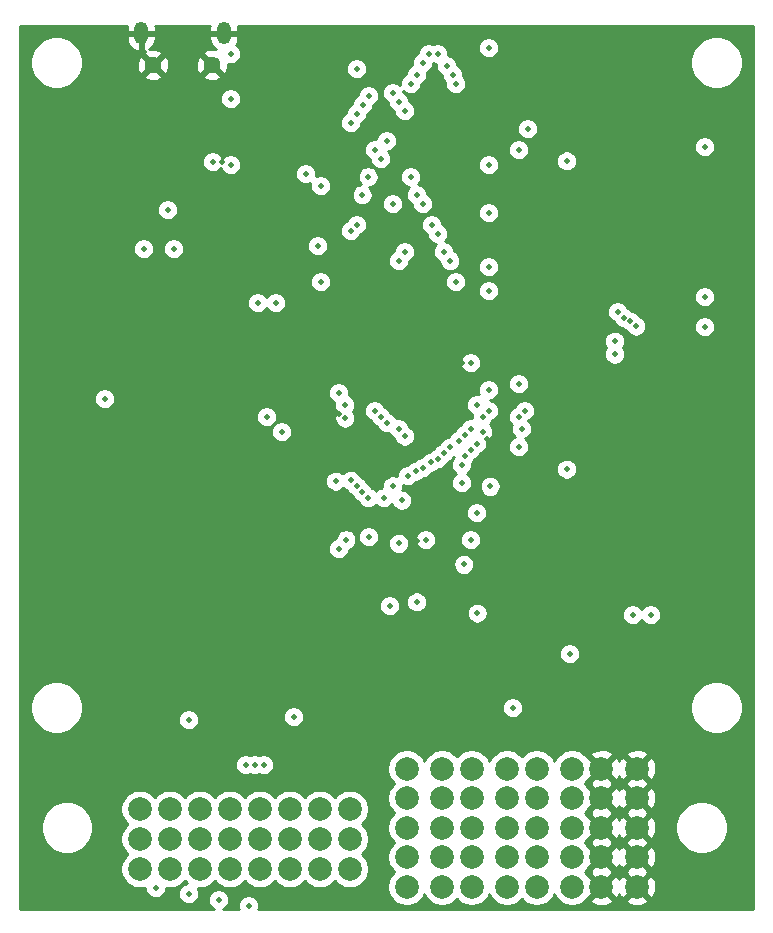
<source format=gbr>
G04 #@! TF.GenerationSoftware,KiCad,Pcbnew,5.1.2*
G04 #@! TF.CreationDate,2019-07-22T21:22:39-05:00*
G04 #@! TF.ProjectId,Raptor2000,52617074-6f72-4323-9030-302e6b696361,A*
G04 #@! TF.SameCoordinates,Original*
G04 #@! TF.FileFunction,Copper,L2,Inr*
G04 #@! TF.FilePolarity,Positive*
%FSLAX46Y46*%
G04 Gerber Fmt 4.6, Leading zero omitted, Abs format (unit mm)*
G04 Created by KiCad (PCBNEW 5.1.2) date 2019-07-22 21:22:39*
%MOMM*%
%LPD*%
G04 APERTURE LIST*
%ADD10O,1.200000X1.900000*%
%ADD11C,1.450000*%
%ADD12C,2.000000*%
%ADD13C,0.508000*%
%ADD14C,0.254000*%
G04 APERTURE END LIST*
D10*
X124897000Y-59278000D03*
X131897000Y-59278000D03*
D11*
X125897000Y-61978000D03*
X130897000Y-61978000D03*
D12*
X166869000Y-121555500D03*
X163869000Y-121555500D03*
X166869000Y-124055500D03*
X163869000Y-124055500D03*
X166869000Y-126555500D03*
X163869000Y-126555500D03*
X166869000Y-129055500D03*
X163869000Y-129055500D03*
X166869000Y-131555500D03*
X163869000Y-131555500D03*
X161369000Y-121555500D03*
X158369000Y-121555500D03*
X161369000Y-124055500D03*
X158369000Y-124055500D03*
X161369000Y-126555500D03*
X158369000Y-126555500D03*
X161369000Y-129055500D03*
X158369000Y-129055500D03*
X161369000Y-131555500D03*
X158369000Y-131555500D03*
X155869000Y-121555500D03*
X152869000Y-121555500D03*
X155869000Y-124055500D03*
X152869000Y-124055500D03*
X155869000Y-126555500D03*
X152869000Y-126555500D03*
X155869000Y-129055500D03*
X152869000Y-129055500D03*
X155869000Y-131555500D03*
X152869000Y-131555500D03*
X150369000Y-121555500D03*
X147369000Y-121555500D03*
X150369000Y-124055500D03*
X147369000Y-124055500D03*
X150369000Y-126555500D03*
X147369000Y-126555500D03*
X150369000Y-129055500D03*
X147369000Y-129055500D03*
X150369000Y-131555500D03*
X147369000Y-131555500D03*
X142559000Y-124975500D03*
X140019000Y-124975500D03*
X137479000Y-124975500D03*
X134939000Y-124975500D03*
X132399000Y-124975500D03*
X129859000Y-124975500D03*
X127319000Y-124975500D03*
X124779000Y-124975500D03*
X142559000Y-127515500D03*
X140019000Y-127515500D03*
X137479000Y-127515500D03*
X134939000Y-127515500D03*
X132399000Y-127515500D03*
X129859000Y-127515500D03*
X127319000Y-127515500D03*
X124779000Y-127515500D03*
X142559000Y-130055500D03*
X140019000Y-130055500D03*
X137479000Y-130055500D03*
X134939000Y-130055500D03*
X132399000Y-130055500D03*
X129859000Y-130055500D03*
X127319000Y-130055500D03*
X124779000Y-130055500D03*
D13*
X140081000Y-70675500D03*
X132715000Y-85407500D03*
X152019000Y-87185500D03*
X167259000Y-61531500D03*
X159385000Y-61277500D03*
X159639000Y-97853500D03*
X128905000Y-74231500D03*
X129667000Y-70421500D03*
X151765000Y-99377500D03*
X169037000Y-67627500D03*
X169037000Y-77787500D03*
X169037000Y-75247500D03*
X169037000Y-72707500D03*
X169037000Y-70167500D03*
X169037000Y-80327500D03*
X169037000Y-82867500D03*
X130429000Y-117411500D03*
X164465000Y-116395500D03*
X159639000Y-93281500D03*
X156083000Y-112331500D03*
X139319000Y-117157500D03*
X141097000Y-81851500D03*
X131699000Y-70167500D03*
X131699000Y-67119500D03*
X125831500Y-66383000D03*
X156591000Y-102171500D03*
X121793000Y-67881500D03*
X121793000Y-70421500D03*
X162941000Y-92773500D03*
X164719000Y-87693500D03*
X154305000Y-102171500D03*
X140081000Y-74231500D03*
X139827000Y-79311500D03*
X143129000Y-60261500D03*
X154305000Y-62293500D03*
X154305000Y-68389500D03*
X154305000Y-72199500D03*
X154305000Y-77279500D03*
X127000000Y-92519500D03*
X132969000Y-92519500D03*
X141986000Y-93281500D03*
X141605000Y-91503500D03*
X141478000Y-87820500D03*
X154178000Y-93662500D03*
X148209000Y-102298500D03*
X159067500Y-70104000D03*
X154305000Y-81089500D03*
X135509000Y-91757500D03*
X134747000Y-82105500D03*
X136271000Y-82105500D03*
X121793000Y-90233500D03*
X154305000Y-89471500D03*
X152781000Y-87185500D03*
X127127000Y-74231500D03*
X148971000Y-102171500D03*
X144145000Y-101917500D03*
X145923000Y-107759500D03*
X141605000Y-89725500D03*
X128905000Y-117411500D03*
X161163000Y-111823500D03*
X137795000Y-117157500D03*
X172593000Y-68897500D03*
X140081000Y-72199500D03*
X139827000Y-77279500D03*
X143129000Y-62293500D03*
X154305000Y-60515500D03*
X154305000Y-70421500D03*
X154305000Y-74485500D03*
X154305000Y-79057500D03*
X136779000Y-93027500D03*
X141351000Y-97218500D03*
X142151100Y-91884500D03*
X156845000Y-94297500D03*
X152209500Y-104267000D03*
X153352500Y-108394500D03*
X148209000Y-107442000D03*
X146685000Y-102489000D03*
X154432000Y-97663000D03*
X164973000Y-86474300D03*
X164973000Y-85356700D03*
X156337000Y-116395500D03*
X134493000Y-121221500D03*
X135255000Y-121221500D03*
X152781000Y-102171500D03*
X160909000Y-96202500D03*
X160909000Y-70104000D03*
X172593000Y-81597500D03*
X145424900Y-98615500D03*
X172593000Y-84137500D03*
X146939000Y-98831400D03*
X166497000Y-108521500D03*
X168021000Y-108521500D03*
X133731000Y-121221500D03*
X165227000Y-82867500D03*
X133985000Y-133159500D03*
X165735000Y-83362790D03*
X131445000Y-132651500D03*
X166293810Y-83667600D03*
X128905000Y-132143500D03*
X166788840Y-84096325D03*
X126111000Y-131635500D03*
X138811000Y-71183500D03*
X153289000Y-99885500D03*
X156845000Y-88963500D03*
X156845000Y-69151500D03*
X156845000Y-91757500D03*
X157607000Y-67373500D03*
X145669000Y-68389500D03*
X145669000Y-92265500D03*
X154305000Y-91249500D03*
X144653000Y-91249500D03*
X144653000Y-69151500D03*
X157099000Y-92773500D03*
X153797000Y-93027500D03*
X153797000Y-91757500D03*
X145161000Y-91757500D03*
X145161000Y-69913500D03*
X153289000Y-94043500D03*
X153289000Y-90741500D03*
X140081000Y-80327500D03*
X142113000Y-90741500D03*
X146685000Y-65087500D03*
X146685000Y-78549500D03*
X146685000Y-92773500D03*
X152781000Y-92773500D03*
X152781000Y-94551500D03*
X147193000Y-77787500D03*
X147193000Y-65849500D03*
X147193000Y-93411600D03*
X152273000Y-93281500D03*
X152273000Y-95059500D03*
X142621000Y-66865500D03*
X142621000Y-76009500D03*
X142621000Y-97151400D03*
X152019000Y-97345500D03*
X152019000Y-95821500D03*
X146177000Y-64325500D03*
X146177000Y-73723500D03*
X146177000Y-97621300D03*
X143129000Y-66103500D03*
X143129000Y-75501500D03*
X143129000Y-97621300D03*
X143637000Y-65341500D03*
X143598900Y-72961500D03*
X143598900Y-98145600D03*
X144145000Y-64579500D03*
X144106900Y-71437500D03*
X144106900Y-98615500D03*
X127635000Y-77533500D03*
X142224900Y-102171500D03*
X125095000Y-77533500D03*
X141605000Y-102933500D03*
X147701000Y-71437500D03*
X147701000Y-63563500D03*
X147447000Y-96751400D03*
X148209000Y-72961500D03*
X148209000Y-62801500D03*
X148149037Y-96359481D03*
X148717000Y-73723500D03*
X148717000Y-61785500D03*
X148717000Y-96075500D03*
X149479000Y-75501500D03*
X149225000Y-61023500D03*
X149419037Y-95597481D03*
X149987000Y-76263500D03*
X149987000Y-61023500D03*
X149987000Y-95313500D03*
X150495000Y-77787500D03*
X150749000Y-62039500D03*
X150495000Y-94821300D03*
X151041100Y-78549500D03*
X151257000Y-62801500D03*
X151003000Y-94351400D03*
X151511000Y-80327500D03*
X151511000Y-63563500D03*
X151765000Y-93789500D03*
X132461000Y-70421500D03*
X130937000Y-70167500D03*
X132461000Y-64833500D03*
X132461000Y-61023500D03*
X157353000Y-91249500D03*
D14*
G36*
X123662000Y-58801000D02*
G01*
X123662000Y-59151000D01*
X124770000Y-59151000D01*
X124770000Y-59131000D01*
X125024000Y-59131000D01*
X125024000Y-59151000D01*
X126132000Y-59151000D01*
X126132000Y-58801000D01*
X126108509Y-58685500D01*
X130685491Y-58685500D01*
X130662000Y-58801000D01*
X130662000Y-59151000D01*
X131770000Y-59151000D01*
X131770000Y-59131000D01*
X132024000Y-59131000D01*
X132024000Y-59151000D01*
X133132000Y-59151000D01*
X133132000Y-58801000D01*
X133108509Y-58685500D01*
X176709001Y-58685500D01*
X176709000Y-133465500D01*
X134820497Y-133465500D01*
X134839836Y-133418812D01*
X134874000Y-133247059D01*
X134874000Y-133071941D01*
X134839836Y-132900188D01*
X134772821Y-132738401D01*
X134675531Y-132592796D01*
X134551704Y-132468969D01*
X134406099Y-132371679D01*
X134244312Y-132304664D01*
X134072559Y-132270500D01*
X133897441Y-132270500D01*
X133725688Y-132304664D01*
X133563901Y-132371679D01*
X133418296Y-132468969D01*
X133294469Y-132592796D01*
X133197179Y-132738401D01*
X133130164Y-132900188D01*
X133096000Y-133071941D01*
X133096000Y-133247059D01*
X133130164Y-133418812D01*
X133149503Y-133465500D01*
X131802898Y-133465500D01*
X131866099Y-133439321D01*
X132011704Y-133342031D01*
X132135531Y-133218204D01*
X132232821Y-133072599D01*
X132299836Y-132910812D01*
X132334000Y-132739059D01*
X132334000Y-132563941D01*
X132299836Y-132392188D01*
X132232821Y-132230401D01*
X132135531Y-132084796D01*
X132011704Y-131960969D01*
X131866099Y-131863679D01*
X131704312Y-131796664D01*
X131532559Y-131762500D01*
X131357441Y-131762500D01*
X131185688Y-131796664D01*
X131023901Y-131863679D01*
X130878296Y-131960969D01*
X130754469Y-132084796D01*
X130657179Y-132230401D01*
X130590164Y-132392188D01*
X130556000Y-132563941D01*
X130556000Y-132739059D01*
X130590164Y-132910812D01*
X130657179Y-133072599D01*
X130754469Y-133218204D01*
X130878296Y-133342031D01*
X131023901Y-133439321D01*
X131087102Y-133465500D01*
X114629000Y-133465500D01*
X114629000Y-126335372D01*
X116374000Y-126335372D01*
X116374000Y-126775628D01*
X116459890Y-127207425D01*
X116628369Y-127614169D01*
X116872962Y-127980229D01*
X117184271Y-128291538D01*
X117550331Y-128536131D01*
X117957075Y-128704610D01*
X118388872Y-128790500D01*
X118829128Y-128790500D01*
X119260925Y-128704610D01*
X119667669Y-128536131D01*
X120033729Y-128291538D01*
X120345038Y-127980229D01*
X120589631Y-127614169D01*
X120758110Y-127207425D01*
X120844000Y-126775628D01*
X120844000Y-126335372D01*
X120758110Y-125903575D01*
X120589631Y-125496831D01*
X120345038Y-125130771D01*
X120033729Y-124819462D01*
X120026254Y-124814467D01*
X123144000Y-124814467D01*
X123144000Y-125136533D01*
X123206832Y-125452412D01*
X123330082Y-125749963D01*
X123509013Y-126017752D01*
X123736748Y-126245487D01*
X123736767Y-126245500D01*
X123736748Y-126245513D01*
X123509013Y-126473248D01*
X123330082Y-126741037D01*
X123206832Y-127038588D01*
X123144000Y-127354467D01*
X123144000Y-127676533D01*
X123206832Y-127992412D01*
X123330082Y-128289963D01*
X123509013Y-128557752D01*
X123736748Y-128785487D01*
X123736767Y-128785500D01*
X123736748Y-128785513D01*
X123509013Y-129013248D01*
X123330082Y-129281037D01*
X123206832Y-129578588D01*
X123144000Y-129894467D01*
X123144000Y-130216533D01*
X123206832Y-130532412D01*
X123330082Y-130829963D01*
X123509013Y-131097752D01*
X123736748Y-131325487D01*
X124004537Y-131504418D01*
X124302088Y-131627668D01*
X124617967Y-131690500D01*
X124940033Y-131690500D01*
X125222000Y-131634413D01*
X125222000Y-131723059D01*
X125256164Y-131894812D01*
X125323179Y-132056599D01*
X125420469Y-132202204D01*
X125544296Y-132326031D01*
X125689901Y-132423321D01*
X125851688Y-132490336D01*
X126023441Y-132524500D01*
X126198559Y-132524500D01*
X126370312Y-132490336D01*
X126532099Y-132423321D01*
X126677704Y-132326031D01*
X126801531Y-132202204D01*
X126898821Y-132056599D01*
X126965836Y-131894812D01*
X127000000Y-131723059D01*
X127000000Y-131659079D01*
X127157967Y-131690500D01*
X127480033Y-131690500D01*
X127795912Y-131627668D01*
X128093463Y-131504418D01*
X128361252Y-131325487D01*
X128588987Y-131097752D01*
X128589000Y-131097733D01*
X128589013Y-131097752D01*
X128757654Y-131266393D01*
X128645688Y-131288664D01*
X128483901Y-131355679D01*
X128338296Y-131452969D01*
X128214469Y-131576796D01*
X128117179Y-131722401D01*
X128050164Y-131884188D01*
X128016000Y-132055941D01*
X128016000Y-132231059D01*
X128050164Y-132402812D01*
X128117179Y-132564599D01*
X128214469Y-132710204D01*
X128338296Y-132834031D01*
X128483901Y-132931321D01*
X128645688Y-132998336D01*
X128817441Y-133032500D01*
X128992559Y-133032500D01*
X129164312Y-132998336D01*
X129326099Y-132931321D01*
X129471704Y-132834031D01*
X129595531Y-132710204D01*
X129692821Y-132564599D01*
X129759836Y-132402812D01*
X129794000Y-132231059D01*
X129794000Y-132055941D01*
X129759836Y-131884188D01*
X129692821Y-131722401D01*
X129667449Y-131684430D01*
X129697967Y-131690500D01*
X130020033Y-131690500D01*
X130335912Y-131627668D01*
X130633463Y-131504418D01*
X130901252Y-131325487D01*
X131128987Y-131097752D01*
X131129000Y-131097733D01*
X131129013Y-131097752D01*
X131356748Y-131325487D01*
X131624537Y-131504418D01*
X131922088Y-131627668D01*
X132237967Y-131690500D01*
X132560033Y-131690500D01*
X132875912Y-131627668D01*
X133173463Y-131504418D01*
X133441252Y-131325487D01*
X133668987Y-131097752D01*
X133669000Y-131097733D01*
X133669013Y-131097752D01*
X133896748Y-131325487D01*
X134164537Y-131504418D01*
X134462088Y-131627668D01*
X134777967Y-131690500D01*
X135100033Y-131690500D01*
X135415912Y-131627668D01*
X135713463Y-131504418D01*
X135981252Y-131325487D01*
X136208987Y-131097752D01*
X136209000Y-131097733D01*
X136209013Y-131097752D01*
X136436748Y-131325487D01*
X136704537Y-131504418D01*
X137002088Y-131627668D01*
X137317967Y-131690500D01*
X137640033Y-131690500D01*
X137955912Y-131627668D01*
X138253463Y-131504418D01*
X138521252Y-131325487D01*
X138748987Y-131097752D01*
X138749000Y-131097733D01*
X138749013Y-131097752D01*
X138976748Y-131325487D01*
X139244537Y-131504418D01*
X139542088Y-131627668D01*
X139857967Y-131690500D01*
X140180033Y-131690500D01*
X140495912Y-131627668D01*
X140793463Y-131504418D01*
X141061252Y-131325487D01*
X141288987Y-131097752D01*
X141289000Y-131097733D01*
X141289013Y-131097752D01*
X141516748Y-131325487D01*
X141784537Y-131504418D01*
X142082088Y-131627668D01*
X142397967Y-131690500D01*
X142720033Y-131690500D01*
X143035912Y-131627668D01*
X143333463Y-131504418D01*
X143601252Y-131325487D01*
X143828987Y-131097752D01*
X144007918Y-130829963D01*
X144131168Y-130532412D01*
X144194000Y-130216533D01*
X144194000Y-129894467D01*
X144131168Y-129578588D01*
X144007918Y-129281037D01*
X143828987Y-129013248D01*
X143601252Y-128785513D01*
X143601233Y-128785500D01*
X143601252Y-128785487D01*
X143828987Y-128557752D01*
X144007918Y-128289963D01*
X144131168Y-127992412D01*
X144194000Y-127676533D01*
X144194000Y-127354467D01*
X144131168Y-127038588D01*
X144007918Y-126741037D01*
X143828987Y-126473248D01*
X143601252Y-126245513D01*
X143601233Y-126245500D01*
X143601252Y-126245487D01*
X143828987Y-126017752D01*
X144007918Y-125749963D01*
X144131168Y-125452412D01*
X144194000Y-125136533D01*
X144194000Y-124814467D01*
X144131168Y-124498588D01*
X144007918Y-124201037D01*
X143828987Y-123933248D01*
X143601252Y-123705513D01*
X143333463Y-123526582D01*
X143035912Y-123403332D01*
X142720033Y-123340500D01*
X142397967Y-123340500D01*
X142082088Y-123403332D01*
X141784537Y-123526582D01*
X141516748Y-123705513D01*
X141289013Y-123933248D01*
X141289000Y-123933267D01*
X141288987Y-123933248D01*
X141061252Y-123705513D01*
X140793463Y-123526582D01*
X140495912Y-123403332D01*
X140180033Y-123340500D01*
X139857967Y-123340500D01*
X139542088Y-123403332D01*
X139244537Y-123526582D01*
X138976748Y-123705513D01*
X138749013Y-123933248D01*
X138749000Y-123933267D01*
X138748987Y-123933248D01*
X138521252Y-123705513D01*
X138253463Y-123526582D01*
X137955912Y-123403332D01*
X137640033Y-123340500D01*
X137317967Y-123340500D01*
X137002088Y-123403332D01*
X136704537Y-123526582D01*
X136436748Y-123705513D01*
X136209013Y-123933248D01*
X136209000Y-123933267D01*
X136208987Y-123933248D01*
X135981252Y-123705513D01*
X135713463Y-123526582D01*
X135415912Y-123403332D01*
X135100033Y-123340500D01*
X134777967Y-123340500D01*
X134462088Y-123403332D01*
X134164537Y-123526582D01*
X133896748Y-123705513D01*
X133669013Y-123933248D01*
X133669000Y-123933267D01*
X133668987Y-123933248D01*
X133441252Y-123705513D01*
X133173463Y-123526582D01*
X132875912Y-123403332D01*
X132560033Y-123340500D01*
X132237967Y-123340500D01*
X131922088Y-123403332D01*
X131624537Y-123526582D01*
X131356748Y-123705513D01*
X131129013Y-123933248D01*
X131129000Y-123933267D01*
X131128987Y-123933248D01*
X130901252Y-123705513D01*
X130633463Y-123526582D01*
X130335912Y-123403332D01*
X130020033Y-123340500D01*
X129697967Y-123340500D01*
X129382088Y-123403332D01*
X129084537Y-123526582D01*
X128816748Y-123705513D01*
X128589013Y-123933248D01*
X128589000Y-123933267D01*
X128588987Y-123933248D01*
X128361252Y-123705513D01*
X128093463Y-123526582D01*
X127795912Y-123403332D01*
X127480033Y-123340500D01*
X127157967Y-123340500D01*
X126842088Y-123403332D01*
X126544537Y-123526582D01*
X126276748Y-123705513D01*
X126049013Y-123933248D01*
X126049000Y-123933267D01*
X126048987Y-123933248D01*
X125821252Y-123705513D01*
X125553463Y-123526582D01*
X125255912Y-123403332D01*
X124940033Y-123340500D01*
X124617967Y-123340500D01*
X124302088Y-123403332D01*
X124004537Y-123526582D01*
X123736748Y-123705513D01*
X123509013Y-123933248D01*
X123330082Y-124201037D01*
X123206832Y-124498588D01*
X123144000Y-124814467D01*
X120026254Y-124814467D01*
X119667669Y-124574869D01*
X119260925Y-124406390D01*
X118829128Y-124320500D01*
X118388872Y-124320500D01*
X117957075Y-124406390D01*
X117550331Y-124574869D01*
X117184271Y-124819462D01*
X116872962Y-125130771D01*
X116628369Y-125496831D01*
X116459890Y-125903575D01*
X116374000Y-126335372D01*
X114629000Y-126335372D01*
X114629000Y-121133941D01*
X132842000Y-121133941D01*
X132842000Y-121309059D01*
X132876164Y-121480812D01*
X132943179Y-121642599D01*
X133040469Y-121788204D01*
X133164296Y-121912031D01*
X133309901Y-122009321D01*
X133471688Y-122076336D01*
X133643441Y-122110500D01*
X133818559Y-122110500D01*
X133990312Y-122076336D01*
X134112000Y-122025931D01*
X134233688Y-122076336D01*
X134405441Y-122110500D01*
X134580559Y-122110500D01*
X134752312Y-122076336D01*
X134874000Y-122025931D01*
X134995688Y-122076336D01*
X135167441Y-122110500D01*
X135342559Y-122110500D01*
X135514312Y-122076336D01*
X135676099Y-122009321D01*
X135821704Y-121912031D01*
X135945531Y-121788204D01*
X136042821Y-121642599D01*
X136109836Y-121480812D01*
X136127011Y-121394467D01*
X145734000Y-121394467D01*
X145734000Y-121716533D01*
X145796832Y-122032412D01*
X145920082Y-122329963D01*
X146099013Y-122597752D01*
X146306761Y-122805500D01*
X146099013Y-123013248D01*
X145920082Y-123281037D01*
X145796832Y-123578588D01*
X145734000Y-123894467D01*
X145734000Y-124216533D01*
X145796832Y-124532412D01*
X145920082Y-124829963D01*
X146099013Y-125097752D01*
X146306761Y-125305500D01*
X146099013Y-125513248D01*
X145920082Y-125781037D01*
X145796832Y-126078588D01*
X145734000Y-126394467D01*
X145734000Y-126716533D01*
X145796832Y-127032412D01*
X145920082Y-127329963D01*
X146099013Y-127597752D01*
X146306761Y-127805500D01*
X146099013Y-128013248D01*
X145920082Y-128281037D01*
X145796832Y-128578588D01*
X145734000Y-128894467D01*
X145734000Y-129216533D01*
X145796832Y-129532412D01*
X145920082Y-129829963D01*
X146099013Y-130097752D01*
X146306761Y-130305500D01*
X146099013Y-130513248D01*
X145920082Y-130781037D01*
X145796832Y-131078588D01*
X145734000Y-131394467D01*
X145734000Y-131716533D01*
X145796832Y-132032412D01*
X145920082Y-132329963D01*
X146099013Y-132597752D01*
X146326748Y-132825487D01*
X146594537Y-133004418D01*
X146892088Y-133127668D01*
X147207967Y-133190500D01*
X147530033Y-133190500D01*
X147845912Y-133127668D01*
X148143463Y-133004418D01*
X148411252Y-132825487D01*
X148638987Y-132597752D01*
X148817918Y-132329963D01*
X148869000Y-132206640D01*
X148920082Y-132329963D01*
X149099013Y-132597752D01*
X149326748Y-132825487D01*
X149594537Y-133004418D01*
X149892088Y-133127668D01*
X150207967Y-133190500D01*
X150530033Y-133190500D01*
X150845912Y-133127668D01*
X151143463Y-133004418D01*
X151411252Y-132825487D01*
X151619000Y-132617739D01*
X151826748Y-132825487D01*
X152094537Y-133004418D01*
X152392088Y-133127668D01*
X152707967Y-133190500D01*
X153030033Y-133190500D01*
X153345912Y-133127668D01*
X153643463Y-133004418D01*
X153911252Y-132825487D01*
X154138987Y-132597752D01*
X154317918Y-132329963D01*
X154369000Y-132206640D01*
X154420082Y-132329963D01*
X154599013Y-132597752D01*
X154826748Y-132825487D01*
X155094537Y-133004418D01*
X155392088Y-133127668D01*
X155707967Y-133190500D01*
X156030033Y-133190500D01*
X156345912Y-133127668D01*
X156643463Y-133004418D01*
X156911252Y-132825487D01*
X157119000Y-132617739D01*
X157326748Y-132825487D01*
X157594537Y-133004418D01*
X157892088Y-133127668D01*
X158207967Y-133190500D01*
X158530033Y-133190500D01*
X158845912Y-133127668D01*
X159143463Y-133004418D01*
X159411252Y-132825487D01*
X159638987Y-132597752D01*
X159817918Y-132329963D01*
X159869000Y-132206640D01*
X159920082Y-132329963D01*
X160099013Y-132597752D01*
X160326748Y-132825487D01*
X160594537Y-133004418D01*
X160892088Y-133127668D01*
X161207967Y-133190500D01*
X161530033Y-133190500D01*
X161845912Y-133127668D01*
X162143463Y-133004418D01*
X162411252Y-132825487D01*
X162545826Y-132690913D01*
X162913192Y-132690913D01*
X163008956Y-132955314D01*
X163298571Y-133096204D01*
X163610108Y-133177884D01*
X163931595Y-133197218D01*
X164250675Y-133153461D01*
X164555088Y-133048295D01*
X164729044Y-132955314D01*
X164824808Y-132690913D01*
X165913192Y-132690913D01*
X166008956Y-132955314D01*
X166298571Y-133096204D01*
X166610108Y-133177884D01*
X166931595Y-133197218D01*
X167250675Y-133153461D01*
X167555088Y-133048295D01*
X167729044Y-132955314D01*
X167824808Y-132690913D01*
X166869000Y-131735105D01*
X165913192Y-132690913D01*
X164824808Y-132690913D01*
X163869000Y-131735105D01*
X162913192Y-132690913D01*
X162545826Y-132690913D01*
X162638987Y-132597752D01*
X162703925Y-132500565D01*
X162733587Y-132511308D01*
X163689395Y-131555500D01*
X164048605Y-131555500D01*
X165004413Y-132511308D01*
X165268814Y-132415544D01*
X165366751Y-132214223D01*
X165376205Y-132241588D01*
X165469186Y-132415544D01*
X165733587Y-132511308D01*
X166689395Y-131555500D01*
X167048605Y-131555500D01*
X168004413Y-132511308D01*
X168268814Y-132415544D01*
X168409704Y-132125929D01*
X168491384Y-131814392D01*
X168510718Y-131492905D01*
X168466961Y-131173825D01*
X168361795Y-130869412D01*
X168268814Y-130695456D01*
X168004413Y-130599692D01*
X167048605Y-131555500D01*
X166689395Y-131555500D01*
X165733587Y-130599692D01*
X165469186Y-130695456D01*
X165371249Y-130896777D01*
X165361795Y-130869412D01*
X165268814Y-130695456D01*
X165004413Y-130599692D01*
X164048605Y-131555500D01*
X163689395Y-131555500D01*
X162733587Y-130599692D01*
X162703925Y-130610435D01*
X162638987Y-130513248D01*
X162431239Y-130305500D01*
X162545826Y-130190913D01*
X162913192Y-130190913D01*
X162954695Y-130305500D01*
X162913192Y-130420087D01*
X163869000Y-131375895D01*
X164824808Y-130420087D01*
X164783305Y-130305500D01*
X164824808Y-130190913D01*
X165913192Y-130190913D01*
X165954695Y-130305500D01*
X165913192Y-130420087D01*
X166869000Y-131375895D01*
X167824808Y-130420087D01*
X167783305Y-130305500D01*
X167824808Y-130190913D01*
X166869000Y-129235105D01*
X165913192Y-130190913D01*
X164824808Y-130190913D01*
X163869000Y-129235105D01*
X162913192Y-130190913D01*
X162545826Y-130190913D01*
X162638987Y-130097752D01*
X162703925Y-130000565D01*
X162733587Y-130011308D01*
X163689395Y-129055500D01*
X164048605Y-129055500D01*
X165004413Y-130011308D01*
X165268814Y-129915544D01*
X165366751Y-129714223D01*
X165376205Y-129741588D01*
X165469186Y-129915544D01*
X165733587Y-130011308D01*
X166689395Y-129055500D01*
X167048605Y-129055500D01*
X168004413Y-130011308D01*
X168268814Y-129915544D01*
X168409704Y-129625929D01*
X168491384Y-129314392D01*
X168510718Y-128992905D01*
X168466961Y-128673825D01*
X168361795Y-128369412D01*
X168268814Y-128195456D01*
X168004413Y-128099692D01*
X167048605Y-129055500D01*
X166689395Y-129055500D01*
X165733587Y-128099692D01*
X165469186Y-128195456D01*
X165371249Y-128396777D01*
X165361795Y-128369412D01*
X165268814Y-128195456D01*
X165004413Y-128099692D01*
X164048605Y-129055500D01*
X163689395Y-129055500D01*
X162733587Y-128099692D01*
X162703925Y-128110435D01*
X162638987Y-128013248D01*
X162431239Y-127805500D01*
X162545826Y-127690913D01*
X162913192Y-127690913D01*
X162954695Y-127805500D01*
X162913192Y-127920087D01*
X163869000Y-128875895D01*
X164824808Y-127920087D01*
X164783305Y-127805500D01*
X164824808Y-127690913D01*
X165913192Y-127690913D01*
X165954695Y-127805500D01*
X165913192Y-127920087D01*
X166869000Y-128875895D01*
X167824808Y-127920087D01*
X167783305Y-127805500D01*
X167824808Y-127690913D01*
X166869000Y-126735105D01*
X165913192Y-127690913D01*
X164824808Y-127690913D01*
X163869000Y-126735105D01*
X162913192Y-127690913D01*
X162545826Y-127690913D01*
X162638987Y-127597752D01*
X162703925Y-127500565D01*
X162733587Y-127511308D01*
X163689395Y-126555500D01*
X164048605Y-126555500D01*
X165004413Y-127511308D01*
X165268814Y-127415544D01*
X165366751Y-127214223D01*
X165376205Y-127241588D01*
X165469186Y-127415544D01*
X165733587Y-127511308D01*
X166689395Y-126555500D01*
X167048605Y-126555500D01*
X168004413Y-127511308D01*
X168268814Y-127415544D01*
X168409704Y-127125929D01*
X168491384Y-126814392D01*
X168510718Y-126492905D01*
X168489115Y-126335372D01*
X170134000Y-126335372D01*
X170134000Y-126775628D01*
X170219890Y-127207425D01*
X170388369Y-127614169D01*
X170632962Y-127980229D01*
X170944271Y-128291538D01*
X171310331Y-128536131D01*
X171717075Y-128704610D01*
X172148872Y-128790500D01*
X172589128Y-128790500D01*
X173020925Y-128704610D01*
X173427669Y-128536131D01*
X173793729Y-128291538D01*
X174105038Y-127980229D01*
X174349631Y-127614169D01*
X174518110Y-127207425D01*
X174604000Y-126775628D01*
X174604000Y-126335372D01*
X174518110Y-125903575D01*
X174349631Y-125496831D01*
X174105038Y-125130771D01*
X173793729Y-124819462D01*
X173427669Y-124574869D01*
X173020925Y-124406390D01*
X172589128Y-124320500D01*
X172148872Y-124320500D01*
X171717075Y-124406390D01*
X171310331Y-124574869D01*
X170944271Y-124819462D01*
X170632962Y-125130771D01*
X170388369Y-125496831D01*
X170219890Y-125903575D01*
X170134000Y-126335372D01*
X168489115Y-126335372D01*
X168466961Y-126173825D01*
X168361795Y-125869412D01*
X168268814Y-125695456D01*
X168004413Y-125599692D01*
X167048605Y-126555500D01*
X166689395Y-126555500D01*
X165733587Y-125599692D01*
X165469186Y-125695456D01*
X165371249Y-125896777D01*
X165361795Y-125869412D01*
X165268814Y-125695456D01*
X165004413Y-125599692D01*
X164048605Y-126555500D01*
X163689395Y-126555500D01*
X162733587Y-125599692D01*
X162703925Y-125610435D01*
X162638987Y-125513248D01*
X162431239Y-125305500D01*
X162545826Y-125190913D01*
X162913192Y-125190913D01*
X162954695Y-125305500D01*
X162913192Y-125420087D01*
X163869000Y-126375895D01*
X164824808Y-125420087D01*
X164783305Y-125305500D01*
X164824808Y-125190913D01*
X165913192Y-125190913D01*
X165954695Y-125305500D01*
X165913192Y-125420087D01*
X166869000Y-126375895D01*
X167824808Y-125420087D01*
X167783305Y-125305500D01*
X167824808Y-125190913D01*
X166869000Y-124235105D01*
X165913192Y-125190913D01*
X164824808Y-125190913D01*
X163869000Y-124235105D01*
X162913192Y-125190913D01*
X162545826Y-125190913D01*
X162638987Y-125097752D01*
X162703925Y-125000565D01*
X162733587Y-125011308D01*
X163689395Y-124055500D01*
X164048605Y-124055500D01*
X165004413Y-125011308D01*
X165268814Y-124915544D01*
X165366751Y-124714223D01*
X165376205Y-124741588D01*
X165469186Y-124915544D01*
X165733587Y-125011308D01*
X166689395Y-124055500D01*
X167048605Y-124055500D01*
X168004413Y-125011308D01*
X168268814Y-124915544D01*
X168409704Y-124625929D01*
X168491384Y-124314392D01*
X168510718Y-123992905D01*
X168466961Y-123673825D01*
X168361795Y-123369412D01*
X168268814Y-123195456D01*
X168004413Y-123099692D01*
X167048605Y-124055500D01*
X166689395Y-124055500D01*
X165733587Y-123099692D01*
X165469186Y-123195456D01*
X165371249Y-123396777D01*
X165361795Y-123369412D01*
X165268814Y-123195456D01*
X165004413Y-123099692D01*
X164048605Y-124055500D01*
X163689395Y-124055500D01*
X162733587Y-123099692D01*
X162703925Y-123110435D01*
X162638987Y-123013248D01*
X162431239Y-122805500D01*
X162545826Y-122690913D01*
X162913192Y-122690913D01*
X162954695Y-122805500D01*
X162913192Y-122920087D01*
X163869000Y-123875895D01*
X164824808Y-122920087D01*
X164783305Y-122805500D01*
X164824808Y-122690913D01*
X165913192Y-122690913D01*
X165954695Y-122805500D01*
X165913192Y-122920087D01*
X166869000Y-123875895D01*
X167824808Y-122920087D01*
X167783305Y-122805500D01*
X167824808Y-122690913D01*
X166869000Y-121735105D01*
X165913192Y-122690913D01*
X164824808Y-122690913D01*
X163869000Y-121735105D01*
X162913192Y-122690913D01*
X162545826Y-122690913D01*
X162638987Y-122597752D01*
X162703925Y-122500565D01*
X162733587Y-122511308D01*
X163689395Y-121555500D01*
X164048605Y-121555500D01*
X165004413Y-122511308D01*
X165268814Y-122415544D01*
X165366751Y-122214223D01*
X165376205Y-122241588D01*
X165469186Y-122415544D01*
X165733587Y-122511308D01*
X166689395Y-121555500D01*
X167048605Y-121555500D01*
X168004413Y-122511308D01*
X168268814Y-122415544D01*
X168409704Y-122125929D01*
X168491384Y-121814392D01*
X168510718Y-121492905D01*
X168466961Y-121173825D01*
X168361795Y-120869412D01*
X168268814Y-120695456D01*
X168004413Y-120599692D01*
X167048605Y-121555500D01*
X166689395Y-121555500D01*
X165733587Y-120599692D01*
X165469186Y-120695456D01*
X165371249Y-120896777D01*
X165361795Y-120869412D01*
X165268814Y-120695456D01*
X165004413Y-120599692D01*
X164048605Y-121555500D01*
X163689395Y-121555500D01*
X162733587Y-120599692D01*
X162703925Y-120610435D01*
X162638987Y-120513248D01*
X162545826Y-120420087D01*
X162913192Y-120420087D01*
X163869000Y-121375895D01*
X164824808Y-120420087D01*
X165913192Y-120420087D01*
X166869000Y-121375895D01*
X167824808Y-120420087D01*
X167729044Y-120155686D01*
X167439429Y-120014796D01*
X167127892Y-119933116D01*
X166806405Y-119913782D01*
X166487325Y-119957539D01*
X166182912Y-120062705D01*
X166008956Y-120155686D01*
X165913192Y-120420087D01*
X164824808Y-120420087D01*
X164729044Y-120155686D01*
X164439429Y-120014796D01*
X164127892Y-119933116D01*
X163806405Y-119913782D01*
X163487325Y-119957539D01*
X163182912Y-120062705D01*
X163008956Y-120155686D01*
X162913192Y-120420087D01*
X162545826Y-120420087D01*
X162411252Y-120285513D01*
X162143463Y-120106582D01*
X161845912Y-119983332D01*
X161530033Y-119920500D01*
X161207967Y-119920500D01*
X160892088Y-119983332D01*
X160594537Y-120106582D01*
X160326748Y-120285513D01*
X160099013Y-120513248D01*
X159920082Y-120781037D01*
X159869000Y-120904360D01*
X159817918Y-120781037D01*
X159638987Y-120513248D01*
X159411252Y-120285513D01*
X159143463Y-120106582D01*
X158845912Y-119983332D01*
X158530033Y-119920500D01*
X158207967Y-119920500D01*
X157892088Y-119983332D01*
X157594537Y-120106582D01*
X157326748Y-120285513D01*
X157119000Y-120493261D01*
X156911252Y-120285513D01*
X156643463Y-120106582D01*
X156345912Y-119983332D01*
X156030033Y-119920500D01*
X155707967Y-119920500D01*
X155392088Y-119983332D01*
X155094537Y-120106582D01*
X154826748Y-120285513D01*
X154599013Y-120513248D01*
X154420082Y-120781037D01*
X154369000Y-120904360D01*
X154317918Y-120781037D01*
X154138987Y-120513248D01*
X153911252Y-120285513D01*
X153643463Y-120106582D01*
X153345912Y-119983332D01*
X153030033Y-119920500D01*
X152707967Y-119920500D01*
X152392088Y-119983332D01*
X152094537Y-120106582D01*
X151826748Y-120285513D01*
X151619000Y-120493261D01*
X151411252Y-120285513D01*
X151143463Y-120106582D01*
X150845912Y-119983332D01*
X150530033Y-119920500D01*
X150207967Y-119920500D01*
X149892088Y-119983332D01*
X149594537Y-120106582D01*
X149326748Y-120285513D01*
X149099013Y-120513248D01*
X148920082Y-120781037D01*
X148869000Y-120904360D01*
X148817918Y-120781037D01*
X148638987Y-120513248D01*
X148411252Y-120285513D01*
X148143463Y-120106582D01*
X147845912Y-119983332D01*
X147530033Y-119920500D01*
X147207967Y-119920500D01*
X146892088Y-119983332D01*
X146594537Y-120106582D01*
X146326748Y-120285513D01*
X146099013Y-120513248D01*
X145920082Y-120781037D01*
X145796832Y-121078588D01*
X145734000Y-121394467D01*
X136127011Y-121394467D01*
X136144000Y-121309059D01*
X136144000Y-121133941D01*
X136109836Y-120962188D01*
X136042821Y-120800401D01*
X135945531Y-120654796D01*
X135821704Y-120530969D01*
X135676099Y-120433679D01*
X135514312Y-120366664D01*
X135342559Y-120332500D01*
X135167441Y-120332500D01*
X134995688Y-120366664D01*
X134874000Y-120417069D01*
X134752312Y-120366664D01*
X134580559Y-120332500D01*
X134405441Y-120332500D01*
X134233688Y-120366664D01*
X134112000Y-120417069D01*
X133990312Y-120366664D01*
X133818559Y-120332500D01*
X133643441Y-120332500D01*
X133471688Y-120366664D01*
X133309901Y-120433679D01*
X133164296Y-120530969D01*
X133040469Y-120654796D01*
X132943179Y-120800401D01*
X132876164Y-120962188D01*
X132842000Y-121133941D01*
X114629000Y-121133941D01*
X114629000Y-116175372D01*
X115494000Y-116175372D01*
X115494000Y-116615628D01*
X115579890Y-117047425D01*
X115748369Y-117454169D01*
X115992962Y-117820229D01*
X116304271Y-118131538D01*
X116670331Y-118376131D01*
X117077075Y-118544610D01*
X117508872Y-118630500D01*
X117949128Y-118630500D01*
X118380925Y-118544610D01*
X118787669Y-118376131D01*
X119153729Y-118131538D01*
X119465038Y-117820229D01*
X119709631Y-117454169D01*
X119763573Y-117323941D01*
X128016000Y-117323941D01*
X128016000Y-117499059D01*
X128050164Y-117670812D01*
X128117179Y-117832599D01*
X128214469Y-117978204D01*
X128338296Y-118102031D01*
X128483901Y-118199321D01*
X128645688Y-118266336D01*
X128817441Y-118300500D01*
X128992559Y-118300500D01*
X129164312Y-118266336D01*
X129326099Y-118199321D01*
X129471704Y-118102031D01*
X129595531Y-117978204D01*
X129692821Y-117832599D01*
X129759836Y-117670812D01*
X129794000Y-117499059D01*
X129794000Y-117323941D01*
X129759836Y-117152188D01*
X129725768Y-117069941D01*
X136906000Y-117069941D01*
X136906000Y-117245059D01*
X136940164Y-117416812D01*
X137007179Y-117578599D01*
X137104469Y-117724204D01*
X137228296Y-117848031D01*
X137373901Y-117945321D01*
X137535688Y-118012336D01*
X137707441Y-118046500D01*
X137882559Y-118046500D01*
X138054312Y-118012336D01*
X138216099Y-117945321D01*
X138361704Y-117848031D01*
X138485531Y-117724204D01*
X138582821Y-117578599D01*
X138649836Y-117416812D01*
X138684000Y-117245059D01*
X138684000Y-117069941D01*
X138649836Y-116898188D01*
X138582821Y-116736401D01*
X138485531Y-116590796D01*
X138361704Y-116466969D01*
X138216099Y-116369679D01*
X138067052Y-116307941D01*
X155448000Y-116307941D01*
X155448000Y-116483059D01*
X155482164Y-116654812D01*
X155549179Y-116816599D01*
X155646469Y-116962204D01*
X155770296Y-117086031D01*
X155915901Y-117183321D01*
X156077688Y-117250336D01*
X156249441Y-117284500D01*
X156424559Y-117284500D01*
X156596312Y-117250336D01*
X156758099Y-117183321D01*
X156903704Y-117086031D01*
X157027531Y-116962204D01*
X157124821Y-116816599D01*
X157191836Y-116654812D01*
X157226000Y-116483059D01*
X157226000Y-116307941D01*
X157199631Y-116175372D01*
X171374000Y-116175372D01*
X171374000Y-116615628D01*
X171459890Y-117047425D01*
X171628369Y-117454169D01*
X171872962Y-117820229D01*
X172184271Y-118131538D01*
X172550331Y-118376131D01*
X172957075Y-118544610D01*
X173388872Y-118630500D01*
X173829128Y-118630500D01*
X174260925Y-118544610D01*
X174667669Y-118376131D01*
X175033729Y-118131538D01*
X175345038Y-117820229D01*
X175589631Y-117454169D01*
X175758110Y-117047425D01*
X175844000Y-116615628D01*
X175844000Y-116175372D01*
X175758110Y-115743575D01*
X175589631Y-115336831D01*
X175345038Y-114970771D01*
X175033729Y-114659462D01*
X174667669Y-114414869D01*
X174260925Y-114246390D01*
X173829128Y-114160500D01*
X173388872Y-114160500D01*
X172957075Y-114246390D01*
X172550331Y-114414869D01*
X172184271Y-114659462D01*
X171872962Y-114970771D01*
X171628369Y-115336831D01*
X171459890Y-115743575D01*
X171374000Y-116175372D01*
X157199631Y-116175372D01*
X157191836Y-116136188D01*
X157124821Y-115974401D01*
X157027531Y-115828796D01*
X156903704Y-115704969D01*
X156758099Y-115607679D01*
X156596312Y-115540664D01*
X156424559Y-115506500D01*
X156249441Y-115506500D01*
X156077688Y-115540664D01*
X155915901Y-115607679D01*
X155770296Y-115704969D01*
X155646469Y-115828796D01*
X155549179Y-115974401D01*
X155482164Y-116136188D01*
X155448000Y-116307941D01*
X138067052Y-116307941D01*
X138054312Y-116302664D01*
X137882559Y-116268500D01*
X137707441Y-116268500D01*
X137535688Y-116302664D01*
X137373901Y-116369679D01*
X137228296Y-116466969D01*
X137104469Y-116590796D01*
X137007179Y-116736401D01*
X136940164Y-116898188D01*
X136906000Y-117069941D01*
X129725768Y-117069941D01*
X129692821Y-116990401D01*
X129595531Y-116844796D01*
X129471704Y-116720969D01*
X129326099Y-116623679D01*
X129164312Y-116556664D01*
X128992559Y-116522500D01*
X128817441Y-116522500D01*
X128645688Y-116556664D01*
X128483901Y-116623679D01*
X128338296Y-116720969D01*
X128214469Y-116844796D01*
X128117179Y-116990401D01*
X128050164Y-117152188D01*
X128016000Y-117323941D01*
X119763573Y-117323941D01*
X119878110Y-117047425D01*
X119964000Y-116615628D01*
X119964000Y-116175372D01*
X119878110Y-115743575D01*
X119709631Y-115336831D01*
X119465038Y-114970771D01*
X119153729Y-114659462D01*
X118787669Y-114414869D01*
X118380925Y-114246390D01*
X117949128Y-114160500D01*
X117508872Y-114160500D01*
X117077075Y-114246390D01*
X116670331Y-114414869D01*
X116304271Y-114659462D01*
X115992962Y-114970771D01*
X115748369Y-115336831D01*
X115579890Y-115743575D01*
X115494000Y-116175372D01*
X114629000Y-116175372D01*
X114629000Y-111735941D01*
X160274000Y-111735941D01*
X160274000Y-111911059D01*
X160308164Y-112082812D01*
X160375179Y-112244599D01*
X160472469Y-112390204D01*
X160596296Y-112514031D01*
X160741901Y-112611321D01*
X160903688Y-112678336D01*
X161075441Y-112712500D01*
X161250559Y-112712500D01*
X161422312Y-112678336D01*
X161584099Y-112611321D01*
X161729704Y-112514031D01*
X161853531Y-112390204D01*
X161950821Y-112244599D01*
X162017836Y-112082812D01*
X162052000Y-111911059D01*
X162052000Y-111735941D01*
X162017836Y-111564188D01*
X161950821Y-111402401D01*
X161853531Y-111256796D01*
X161729704Y-111132969D01*
X161584099Y-111035679D01*
X161422312Y-110968664D01*
X161250559Y-110934500D01*
X161075441Y-110934500D01*
X160903688Y-110968664D01*
X160741901Y-111035679D01*
X160596296Y-111132969D01*
X160472469Y-111256796D01*
X160375179Y-111402401D01*
X160308164Y-111564188D01*
X160274000Y-111735941D01*
X114629000Y-111735941D01*
X114629000Y-107671941D01*
X145034000Y-107671941D01*
X145034000Y-107847059D01*
X145068164Y-108018812D01*
X145135179Y-108180599D01*
X145232469Y-108326204D01*
X145356296Y-108450031D01*
X145501901Y-108547321D01*
X145663688Y-108614336D01*
X145835441Y-108648500D01*
X146010559Y-108648500D01*
X146182312Y-108614336D01*
X146344099Y-108547321D01*
X146489704Y-108450031D01*
X146613531Y-108326204D01*
X146710821Y-108180599D01*
X146777836Y-108018812D01*
X146812000Y-107847059D01*
X146812000Y-107671941D01*
X146777836Y-107500188D01*
X146717466Y-107354441D01*
X147320000Y-107354441D01*
X147320000Y-107529559D01*
X147354164Y-107701312D01*
X147421179Y-107863099D01*
X147518469Y-108008704D01*
X147642296Y-108132531D01*
X147787901Y-108229821D01*
X147949688Y-108296836D01*
X148121441Y-108331000D01*
X148296559Y-108331000D01*
X148417511Y-108306941D01*
X152463500Y-108306941D01*
X152463500Y-108482059D01*
X152497664Y-108653812D01*
X152564679Y-108815599D01*
X152661969Y-108961204D01*
X152785796Y-109085031D01*
X152931401Y-109182321D01*
X153093188Y-109249336D01*
X153264941Y-109283500D01*
X153440059Y-109283500D01*
X153611812Y-109249336D01*
X153773599Y-109182321D01*
X153919204Y-109085031D01*
X154043031Y-108961204D01*
X154140321Y-108815599D01*
X154207336Y-108653812D01*
X154241500Y-108482059D01*
X154241500Y-108433941D01*
X165608000Y-108433941D01*
X165608000Y-108609059D01*
X165642164Y-108780812D01*
X165709179Y-108942599D01*
X165806469Y-109088204D01*
X165930296Y-109212031D01*
X166075901Y-109309321D01*
X166237688Y-109376336D01*
X166409441Y-109410500D01*
X166584559Y-109410500D01*
X166756312Y-109376336D01*
X166918099Y-109309321D01*
X167063704Y-109212031D01*
X167187531Y-109088204D01*
X167259000Y-108981243D01*
X167330469Y-109088204D01*
X167454296Y-109212031D01*
X167599901Y-109309321D01*
X167761688Y-109376336D01*
X167933441Y-109410500D01*
X168108559Y-109410500D01*
X168280312Y-109376336D01*
X168442099Y-109309321D01*
X168587704Y-109212031D01*
X168711531Y-109088204D01*
X168808821Y-108942599D01*
X168875836Y-108780812D01*
X168910000Y-108609059D01*
X168910000Y-108433941D01*
X168875836Y-108262188D01*
X168808821Y-108100401D01*
X168711531Y-107954796D01*
X168587704Y-107830969D01*
X168442099Y-107733679D01*
X168280312Y-107666664D01*
X168108559Y-107632500D01*
X167933441Y-107632500D01*
X167761688Y-107666664D01*
X167599901Y-107733679D01*
X167454296Y-107830969D01*
X167330469Y-107954796D01*
X167259000Y-108061757D01*
X167187531Y-107954796D01*
X167063704Y-107830969D01*
X166918099Y-107733679D01*
X166756312Y-107666664D01*
X166584559Y-107632500D01*
X166409441Y-107632500D01*
X166237688Y-107666664D01*
X166075901Y-107733679D01*
X165930296Y-107830969D01*
X165806469Y-107954796D01*
X165709179Y-108100401D01*
X165642164Y-108262188D01*
X165608000Y-108433941D01*
X154241500Y-108433941D01*
X154241500Y-108306941D01*
X154207336Y-108135188D01*
X154140321Y-107973401D01*
X154043031Y-107827796D01*
X153919204Y-107703969D01*
X153773599Y-107606679D01*
X153611812Y-107539664D01*
X153440059Y-107505500D01*
X153264941Y-107505500D01*
X153093188Y-107539664D01*
X152931401Y-107606679D01*
X152785796Y-107703969D01*
X152661969Y-107827796D01*
X152564679Y-107973401D01*
X152497664Y-108135188D01*
X152463500Y-108306941D01*
X148417511Y-108306941D01*
X148468312Y-108296836D01*
X148630099Y-108229821D01*
X148775704Y-108132531D01*
X148899531Y-108008704D01*
X148996821Y-107863099D01*
X149063836Y-107701312D01*
X149098000Y-107529559D01*
X149098000Y-107354441D01*
X149063836Y-107182688D01*
X148996821Y-107020901D01*
X148899531Y-106875296D01*
X148775704Y-106751469D01*
X148630099Y-106654179D01*
X148468312Y-106587164D01*
X148296559Y-106553000D01*
X148121441Y-106553000D01*
X147949688Y-106587164D01*
X147787901Y-106654179D01*
X147642296Y-106751469D01*
X147518469Y-106875296D01*
X147421179Y-107020901D01*
X147354164Y-107182688D01*
X147320000Y-107354441D01*
X146717466Y-107354441D01*
X146710821Y-107338401D01*
X146613531Y-107192796D01*
X146489704Y-107068969D01*
X146344099Y-106971679D01*
X146182312Y-106904664D01*
X146010559Y-106870500D01*
X145835441Y-106870500D01*
X145663688Y-106904664D01*
X145501901Y-106971679D01*
X145356296Y-107068969D01*
X145232469Y-107192796D01*
X145135179Y-107338401D01*
X145068164Y-107500188D01*
X145034000Y-107671941D01*
X114629000Y-107671941D01*
X114629000Y-104179441D01*
X151320500Y-104179441D01*
X151320500Y-104354559D01*
X151354664Y-104526312D01*
X151421679Y-104688099D01*
X151518969Y-104833704D01*
X151642796Y-104957531D01*
X151788401Y-105054821D01*
X151950188Y-105121836D01*
X152121941Y-105156000D01*
X152297059Y-105156000D01*
X152468812Y-105121836D01*
X152630599Y-105054821D01*
X152776204Y-104957531D01*
X152900031Y-104833704D01*
X152997321Y-104688099D01*
X153064336Y-104526312D01*
X153098500Y-104354559D01*
X153098500Y-104179441D01*
X153064336Y-104007688D01*
X152997321Y-103845901D01*
X152900031Y-103700296D01*
X152776204Y-103576469D01*
X152630599Y-103479179D01*
X152468812Y-103412164D01*
X152297059Y-103378000D01*
X152121941Y-103378000D01*
X151950188Y-103412164D01*
X151788401Y-103479179D01*
X151642796Y-103576469D01*
X151518969Y-103700296D01*
X151421679Y-103845901D01*
X151354664Y-104007688D01*
X151320500Y-104179441D01*
X114629000Y-104179441D01*
X114629000Y-102845941D01*
X140716000Y-102845941D01*
X140716000Y-103021059D01*
X140750164Y-103192812D01*
X140817179Y-103354599D01*
X140914469Y-103500204D01*
X141038296Y-103624031D01*
X141183901Y-103721321D01*
X141345688Y-103788336D01*
X141517441Y-103822500D01*
X141692559Y-103822500D01*
X141864312Y-103788336D01*
X142026099Y-103721321D01*
X142171704Y-103624031D01*
X142295531Y-103500204D01*
X142392821Y-103354599D01*
X142459836Y-103192812D01*
X142493735Y-103022391D01*
X142645999Y-102959321D01*
X142791604Y-102862031D01*
X142915431Y-102738204D01*
X143012721Y-102592599D01*
X143079736Y-102430812D01*
X143113900Y-102259059D01*
X143113900Y-102083941D01*
X143079736Y-101912188D01*
X143045668Y-101829941D01*
X143256000Y-101829941D01*
X143256000Y-102005059D01*
X143290164Y-102176812D01*
X143357179Y-102338599D01*
X143454469Y-102484204D01*
X143578296Y-102608031D01*
X143723901Y-102705321D01*
X143885688Y-102772336D01*
X144057441Y-102806500D01*
X144232559Y-102806500D01*
X144404312Y-102772336D01*
X144566099Y-102705321D01*
X144711704Y-102608031D01*
X144835531Y-102484204D01*
X144890831Y-102401441D01*
X145796000Y-102401441D01*
X145796000Y-102576559D01*
X145830164Y-102748312D01*
X145897179Y-102910099D01*
X145994469Y-103055704D01*
X146118296Y-103179531D01*
X146263901Y-103276821D01*
X146425688Y-103343836D01*
X146597441Y-103378000D01*
X146772559Y-103378000D01*
X146944312Y-103343836D01*
X147106099Y-103276821D01*
X147251704Y-103179531D01*
X147375531Y-103055704D01*
X147472821Y-102910099D01*
X147539836Y-102748312D01*
X147574000Y-102576559D01*
X147574000Y-102401441D01*
X147539836Y-102229688D01*
X147479466Y-102083941D01*
X148082000Y-102083941D01*
X148082000Y-102259059D01*
X148116164Y-102430812D01*
X148183179Y-102592599D01*
X148280469Y-102738204D01*
X148404296Y-102862031D01*
X148549901Y-102959321D01*
X148711688Y-103026336D01*
X148883441Y-103060500D01*
X149058559Y-103060500D01*
X149230312Y-103026336D01*
X149392099Y-102959321D01*
X149537704Y-102862031D01*
X149661531Y-102738204D01*
X149758821Y-102592599D01*
X149825836Y-102430812D01*
X149860000Y-102259059D01*
X149860000Y-102083941D01*
X151892000Y-102083941D01*
X151892000Y-102259059D01*
X151926164Y-102430812D01*
X151993179Y-102592599D01*
X152090469Y-102738204D01*
X152214296Y-102862031D01*
X152359901Y-102959321D01*
X152521688Y-103026336D01*
X152693441Y-103060500D01*
X152868559Y-103060500D01*
X153040312Y-103026336D01*
X153202099Y-102959321D01*
X153347704Y-102862031D01*
X153471531Y-102738204D01*
X153568821Y-102592599D01*
X153635836Y-102430812D01*
X153670000Y-102259059D01*
X153670000Y-102083941D01*
X153635836Y-101912188D01*
X153568821Y-101750401D01*
X153471531Y-101604796D01*
X153347704Y-101480969D01*
X153202099Y-101383679D01*
X153040312Y-101316664D01*
X152868559Y-101282500D01*
X152693441Y-101282500D01*
X152521688Y-101316664D01*
X152359901Y-101383679D01*
X152214296Y-101480969D01*
X152090469Y-101604796D01*
X151993179Y-101750401D01*
X151926164Y-101912188D01*
X151892000Y-102083941D01*
X149860000Y-102083941D01*
X149825836Y-101912188D01*
X149758821Y-101750401D01*
X149661531Y-101604796D01*
X149537704Y-101480969D01*
X149392099Y-101383679D01*
X149230312Y-101316664D01*
X149058559Y-101282500D01*
X148883441Y-101282500D01*
X148711688Y-101316664D01*
X148549901Y-101383679D01*
X148404296Y-101480969D01*
X148280469Y-101604796D01*
X148183179Y-101750401D01*
X148116164Y-101912188D01*
X148082000Y-102083941D01*
X147479466Y-102083941D01*
X147472821Y-102067901D01*
X147375531Y-101922296D01*
X147251704Y-101798469D01*
X147106099Y-101701179D01*
X146944312Y-101634164D01*
X146772559Y-101600000D01*
X146597441Y-101600000D01*
X146425688Y-101634164D01*
X146263901Y-101701179D01*
X146118296Y-101798469D01*
X145994469Y-101922296D01*
X145897179Y-102067901D01*
X145830164Y-102229688D01*
X145796000Y-102401441D01*
X144890831Y-102401441D01*
X144932821Y-102338599D01*
X144999836Y-102176812D01*
X145034000Y-102005059D01*
X145034000Y-101829941D01*
X144999836Y-101658188D01*
X144932821Y-101496401D01*
X144835531Y-101350796D01*
X144711704Y-101226969D01*
X144566099Y-101129679D01*
X144404312Y-101062664D01*
X144232559Y-101028500D01*
X144057441Y-101028500D01*
X143885688Y-101062664D01*
X143723901Y-101129679D01*
X143578296Y-101226969D01*
X143454469Y-101350796D01*
X143357179Y-101496401D01*
X143290164Y-101658188D01*
X143256000Y-101829941D01*
X143045668Y-101829941D01*
X143012721Y-101750401D01*
X142915431Y-101604796D01*
X142791604Y-101480969D01*
X142645999Y-101383679D01*
X142484212Y-101316664D01*
X142312459Y-101282500D01*
X142137341Y-101282500D01*
X141965588Y-101316664D01*
X141803801Y-101383679D01*
X141658196Y-101480969D01*
X141534369Y-101604796D01*
X141437079Y-101750401D01*
X141370064Y-101912188D01*
X141336165Y-102082609D01*
X141183901Y-102145679D01*
X141038296Y-102242969D01*
X140914469Y-102366796D01*
X140817179Y-102512401D01*
X140750164Y-102674188D01*
X140716000Y-102845941D01*
X114629000Y-102845941D01*
X114629000Y-99797941D01*
X152400000Y-99797941D01*
X152400000Y-99973059D01*
X152434164Y-100144812D01*
X152501179Y-100306599D01*
X152598469Y-100452204D01*
X152722296Y-100576031D01*
X152867901Y-100673321D01*
X153029688Y-100740336D01*
X153201441Y-100774500D01*
X153376559Y-100774500D01*
X153548312Y-100740336D01*
X153710099Y-100673321D01*
X153855704Y-100576031D01*
X153979531Y-100452204D01*
X154076821Y-100306599D01*
X154143836Y-100144812D01*
X154178000Y-99973059D01*
X154178000Y-99797941D01*
X154143836Y-99626188D01*
X154076821Y-99464401D01*
X153979531Y-99318796D01*
X153855704Y-99194969D01*
X153710099Y-99097679D01*
X153548312Y-99030664D01*
X153376559Y-98996500D01*
X153201441Y-98996500D01*
X153029688Y-99030664D01*
X152867901Y-99097679D01*
X152722296Y-99194969D01*
X152598469Y-99318796D01*
X152501179Y-99464401D01*
X152434164Y-99626188D01*
X152400000Y-99797941D01*
X114629000Y-99797941D01*
X114629000Y-97130941D01*
X140462000Y-97130941D01*
X140462000Y-97306059D01*
X140496164Y-97477812D01*
X140563179Y-97639599D01*
X140660469Y-97785204D01*
X140784296Y-97909031D01*
X140929901Y-98006321D01*
X141091688Y-98073336D01*
X141263441Y-98107500D01*
X141438559Y-98107500D01*
X141610312Y-98073336D01*
X141772099Y-98006321D01*
X141917704Y-97909031D01*
X142019550Y-97807185D01*
X142054296Y-97841931D01*
X142199901Y-97939221D01*
X142318850Y-97988492D01*
X142341179Y-98042399D01*
X142438469Y-98188004D01*
X142562296Y-98311831D01*
X142707901Y-98409121D01*
X142753658Y-98428074D01*
X142811079Y-98566699D01*
X142908369Y-98712304D01*
X143032196Y-98836131D01*
X143177801Y-98933421D01*
X143296750Y-98982692D01*
X143319079Y-99036599D01*
X143416369Y-99182204D01*
X143540196Y-99306031D01*
X143685801Y-99403321D01*
X143847588Y-99470336D01*
X144019341Y-99504500D01*
X144194459Y-99504500D01*
X144366212Y-99470336D01*
X144527999Y-99403321D01*
X144673604Y-99306031D01*
X144765900Y-99213735D01*
X144858196Y-99306031D01*
X145003801Y-99403321D01*
X145165588Y-99470336D01*
X145337341Y-99504500D01*
X145512459Y-99504500D01*
X145684212Y-99470336D01*
X145845999Y-99403321D01*
X145991604Y-99306031D01*
X146115431Y-99182204D01*
X146119524Y-99176078D01*
X146151179Y-99252499D01*
X146248469Y-99398104D01*
X146372296Y-99521931D01*
X146517901Y-99619221D01*
X146679688Y-99686236D01*
X146851441Y-99720400D01*
X147026559Y-99720400D01*
X147198312Y-99686236D01*
X147360099Y-99619221D01*
X147505704Y-99521931D01*
X147629531Y-99398104D01*
X147726821Y-99252499D01*
X147793836Y-99090712D01*
X147828000Y-98918959D01*
X147828000Y-98743841D01*
X147793836Y-98572088D01*
X147726821Y-98410301D01*
X147629531Y-98264696D01*
X147505704Y-98140869D01*
X147360099Y-98043579D01*
X147198312Y-97976564D01*
X147026559Y-97942400D01*
X147006242Y-97942400D01*
X147031836Y-97880612D01*
X147066000Y-97708859D01*
X147066000Y-97555831D01*
X147187688Y-97606236D01*
X147359441Y-97640400D01*
X147534559Y-97640400D01*
X147706312Y-97606236D01*
X147868099Y-97539221D01*
X148013704Y-97441931D01*
X148137531Y-97318104D01*
X148184052Y-97248481D01*
X148236596Y-97248481D01*
X148408349Y-97214317D01*
X148570136Y-97147302D01*
X148715741Y-97050012D01*
X148801253Y-96964500D01*
X148804559Y-96964500D01*
X148976312Y-96930336D01*
X149138099Y-96863321D01*
X149283704Y-96766031D01*
X149407531Y-96642204D01*
X149504821Y-96496599D01*
X149509229Y-96485957D01*
X149678349Y-96452317D01*
X149840136Y-96385302D01*
X149985741Y-96288012D01*
X150071253Y-96202500D01*
X150074559Y-96202500D01*
X150246312Y-96168336D01*
X150408099Y-96101321D01*
X150553704Y-96004031D01*
X150677531Y-95880204D01*
X150774821Y-95734599D01*
X150808301Y-95653773D01*
X150916099Y-95609121D01*
X151061704Y-95511831D01*
X151185531Y-95388004D01*
X151282821Y-95242399D01*
X151305150Y-95188492D01*
X151385612Y-95155163D01*
X151392662Y-95190603D01*
X151328469Y-95254796D01*
X151231179Y-95400401D01*
X151164164Y-95562188D01*
X151130000Y-95733941D01*
X151130000Y-95909059D01*
X151164164Y-96080812D01*
X151231179Y-96242599D01*
X151328469Y-96388204D01*
X151452296Y-96512031D01*
X151559257Y-96583500D01*
X151452296Y-96654969D01*
X151328469Y-96778796D01*
X151231179Y-96924401D01*
X151164164Y-97086188D01*
X151130000Y-97257941D01*
X151130000Y-97433059D01*
X151164164Y-97604812D01*
X151231179Y-97766599D01*
X151328469Y-97912204D01*
X151452296Y-98036031D01*
X151597901Y-98133321D01*
X151759688Y-98200336D01*
X151931441Y-98234500D01*
X152106559Y-98234500D01*
X152278312Y-98200336D01*
X152440099Y-98133321D01*
X152585704Y-98036031D01*
X152709531Y-97912204D01*
X152806821Y-97766599D01*
X152873836Y-97604812D01*
X152879678Y-97575441D01*
X153543000Y-97575441D01*
X153543000Y-97750559D01*
X153577164Y-97922312D01*
X153644179Y-98084099D01*
X153741469Y-98229704D01*
X153865296Y-98353531D01*
X154010901Y-98450821D01*
X154172688Y-98517836D01*
X154344441Y-98552000D01*
X154519559Y-98552000D01*
X154691312Y-98517836D01*
X154853099Y-98450821D01*
X154998704Y-98353531D01*
X155122531Y-98229704D01*
X155219821Y-98084099D01*
X155286836Y-97922312D01*
X155321000Y-97750559D01*
X155321000Y-97575441D01*
X155286836Y-97403688D01*
X155219821Y-97241901D01*
X155122531Y-97096296D01*
X154998704Y-96972469D01*
X154853099Y-96875179D01*
X154691312Y-96808164D01*
X154519559Y-96774000D01*
X154344441Y-96774000D01*
X154172688Y-96808164D01*
X154010901Y-96875179D01*
X153865296Y-96972469D01*
X153741469Y-97096296D01*
X153644179Y-97241901D01*
X153577164Y-97403688D01*
X153543000Y-97575441D01*
X152879678Y-97575441D01*
X152908000Y-97433059D01*
X152908000Y-97257941D01*
X152873836Y-97086188D01*
X152806821Y-96924401D01*
X152709531Y-96778796D01*
X152585704Y-96654969D01*
X152478743Y-96583500D01*
X152585704Y-96512031D01*
X152709531Y-96388204D01*
X152806821Y-96242599D01*
X152859699Y-96114941D01*
X160020000Y-96114941D01*
X160020000Y-96290059D01*
X160054164Y-96461812D01*
X160121179Y-96623599D01*
X160218469Y-96769204D01*
X160342296Y-96893031D01*
X160487901Y-96990321D01*
X160649688Y-97057336D01*
X160821441Y-97091500D01*
X160996559Y-97091500D01*
X161168312Y-97057336D01*
X161330099Y-96990321D01*
X161475704Y-96893031D01*
X161599531Y-96769204D01*
X161696821Y-96623599D01*
X161763836Y-96461812D01*
X161798000Y-96290059D01*
X161798000Y-96114941D01*
X161763836Y-95943188D01*
X161696821Y-95781401D01*
X161599531Y-95635796D01*
X161475704Y-95511969D01*
X161330099Y-95414679D01*
X161168312Y-95347664D01*
X160996559Y-95313500D01*
X160821441Y-95313500D01*
X160649688Y-95347664D01*
X160487901Y-95414679D01*
X160342296Y-95511969D01*
X160218469Y-95635796D01*
X160121179Y-95781401D01*
X160054164Y-95943188D01*
X160020000Y-96114941D01*
X152859699Y-96114941D01*
X152873836Y-96080812D01*
X152908000Y-95909059D01*
X152908000Y-95733941D01*
X152899338Y-95690397D01*
X152963531Y-95626204D01*
X153060821Y-95480599D01*
X153102201Y-95380701D01*
X153202099Y-95339321D01*
X153347704Y-95242031D01*
X153471531Y-95118204D01*
X153568821Y-94972599D01*
X153610201Y-94872701D01*
X153710099Y-94831321D01*
X153855704Y-94734031D01*
X153979531Y-94610204D01*
X154076821Y-94464599D01*
X154143836Y-94302812D01*
X154178000Y-94131059D01*
X154178000Y-93955941D01*
X154155210Y-93841371D01*
X154218099Y-93815321D01*
X154363704Y-93718031D01*
X154487531Y-93594204D01*
X154584821Y-93448599D01*
X154651836Y-93286812D01*
X154686000Y-93115059D01*
X154686000Y-92939941D01*
X154651836Y-92768188D01*
X154584821Y-92606401D01*
X154487531Y-92460796D01*
X154419235Y-92392500D01*
X154487531Y-92324204D01*
X154584821Y-92178599D01*
X154626201Y-92078701D01*
X154726099Y-92037321D01*
X154871704Y-91940031D01*
X154995531Y-91816204D01*
X155092821Y-91670599D01*
X155093093Y-91669941D01*
X155956000Y-91669941D01*
X155956000Y-91845059D01*
X155990164Y-92016812D01*
X156057179Y-92178599D01*
X156154469Y-92324204D01*
X156273538Y-92443273D01*
X156244164Y-92514188D01*
X156210000Y-92685941D01*
X156210000Y-92861059D01*
X156244164Y-93032812D01*
X156311179Y-93194599D01*
X156408469Y-93340204D01*
X156532296Y-93464031D01*
X156532988Y-93464493D01*
X156423901Y-93509679D01*
X156278296Y-93606969D01*
X156154469Y-93730796D01*
X156057179Y-93876401D01*
X155990164Y-94038188D01*
X155956000Y-94209941D01*
X155956000Y-94385059D01*
X155990164Y-94556812D01*
X156057179Y-94718599D01*
X156154469Y-94864204D01*
X156278296Y-94988031D01*
X156423901Y-95085321D01*
X156585688Y-95152336D01*
X156757441Y-95186500D01*
X156932559Y-95186500D01*
X157104312Y-95152336D01*
X157266099Y-95085321D01*
X157411704Y-94988031D01*
X157535531Y-94864204D01*
X157632821Y-94718599D01*
X157699836Y-94556812D01*
X157734000Y-94385059D01*
X157734000Y-94209941D01*
X157699836Y-94038188D01*
X157632821Y-93876401D01*
X157535531Y-93730796D01*
X157411704Y-93606969D01*
X157411012Y-93606507D01*
X157520099Y-93561321D01*
X157665704Y-93464031D01*
X157789531Y-93340204D01*
X157886821Y-93194599D01*
X157953836Y-93032812D01*
X157988000Y-92861059D01*
X157988000Y-92685941D01*
X157953836Y-92514188D01*
X157886821Y-92352401D01*
X157789531Y-92206796D01*
X157670462Y-92087727D01*
X157674201Y-92078701D01*
X157774099Y-92037321D01*
X157919704Y-91940031D01*
X158043531Y-91816204D01*
X158140821Y-91670599D01*
X158207836Y-91508812D01*
X158242000Y-91337059D01*
X158242000Y-91161941D01*
X158207836Y-90990188D01*
X158140821Y-90828401D01*
X158043531Y-90682796D01*
X157919704Y-90558969D01*
X157774099Y-90461679D01*
X157612312Y-90394664D01*
X157440559Y-90360500D01*
X157265441Y-90360500D01*
X157093688Y-90394664D01*
X156931901Y-90461679D01*
X156786296Y-90558969D01*
X156662469Y-90682796D01*
X156565179Y-90828401D01*
X156523799Y-90928299D01*
X156423901Y-90969679D01*
X156278296Y-91066969D01*
X156154469Y-91190796D01*
X156057179Y-91336401D01*
X155990164Y-91498188D01*
X155956000Y-91669941D01*
X155093093Y-91669941D01*
X155159836Y-91508812D01*
X155194000Y-91337059D01*
X155194000Y-91161941D01*
X155159836Y-90990188D01*
X155092821Y-90828401D01*
X154995531Y-90682796D01*
X154871704Y-90558969D01*
X154726099Y-90461679D01*
X154564312Y-90394664D01*
X154392559Y-90360500D01*
X154564312Y-90326336D01*
X154726099Y-90259321D01*
X154871704Y-90162031D01*
X154995531Y-90038204D01*
X155092821Y-89892599D01*
X155159836Y-89730812D01*
X155194000Y-89559059D01*
X155194000Y-89383941D01*
X155159836Y-89212188D01*
X155092821Y-89050401D01*
X154995531Y-88904796D01*
X154966676Y-88875941D01*
X155956000Y-88875941D01*
X155956000Y-89051059D01*
X155990164Y-89222812D01*
X156057179Y-89384599D01*
X156154469Y-89530204D01*
X156278296Y-89654031D01*
X156423901Y-89751321D01*
X156585688Y-89818336D01*
X156757441Y-89852500D01*
X156932559Y-89852500D01*
X157104312Y-89818336D01*
X157266099Y-89751321D01*
X157411704Y-89654031D01*
X157535531Y-89530204D01*
X157632821Y-89384599D01*
X157699836Y-89222812D01*
X157734000Y-89051059D01*
X157734000Y-88875941D01*
X157699836Y-88704188D01*
X157632821Y-88542401D01*
X157535531Y-88396796D01*
X157411704Y-88272969D01*
X157266099Y-88175679D01*
X157104312Y-88108664D01*
X156932559Y-88074500D01*
X156757441Y-88074500D01*
X156585688Y-88108664D01*
X156423901Y-88175679D01*
X156278296Y-88272969D01*
X156154469Y-88396796D01*
X156057179Y-88542401D01*
X155990164Y-88704188D01*
X155956000Y-88875941D01*
X154966676Y-88875941D01*
X154871704Y-88780969D01*
X154726099Y-88683679D01*
X154564312Y-88616664D01*
X154392559Y-88582500D01*
X154217441Y-88582500D01*
X154045688Y-88616664D01*
X153883901Y-88683679D01*
X153738296Y-88780969D01*
X153614469Y-88904796D01*
X153517179Y-89050401D01*
X153450164Y-89212188D01*
X153416000Y-89383941D01*
X153416000Y-89559059D01*
X153450164Y-89730812D01*
X153511704Y-89879382D01*
X153376559Y-89852500D01*
X153201441Y-89852500D01*
X153029688Y-89886664D01*
X152867901Y-89953679D01*
X152722296Y-90050969D01*
X152598469Y-90174796D01*
X152501179Y-90320401D01*
X152434164Y-90482188D01*
X152400000Y-90653941D01*
X152400000Y-90829059D01*
X152434164Y-91000812D01*
X152501179Y-91162599D01*
X152598469Y-91308204D01*
X152722296Y-91432031D01*
X152867901Y-91529321D01*
X152930790Y-91555371D01*
X152908000Y-91669941D01*
X152908000Y-91845059D01*
X152917793Y-91894293D01*
X152868559Y-91884500D01*
X152693441Y-91884500D01*
X152521688Y-91918664D01*
X152359901Y-91985679D01*
X152214296Y-92082969D01*
X152090469Y-92206796D01*
X151993179Y-92352401D01*
X151951799Y-92452299D01*
X151851901Y-92493679D01*
X151706296Y-92590969D01*
X151582469Y-92714796D01*
X151485179Y-92860401D01*
X151443799Y-92960299D01*
X151343901Y-93001679D01*
X151198296Y-93098969D01*
X151074469Y-93222796D01*
X150977179Y-93368401D01*
X150938243Y-93462400D01*
X150915441Y-93462400D01*
X150743688Y-93496564D01*
X150581901Y-93563579D01*
X150436296Y-93660869D01*
X150312469Y-93784696D01*
X150215179Y-93930301D01*
X150192850Y-93984208D01*
X150073901Y-94033479D01*
X149928296Y-94130769D01*
X149804469Y-94254596D01*
X149707179Y-94400201D01*
X149673699Y-94481027D01*
X149565901Y-94525679D01*
X149420296Y-94622969D01*
X149334784Y-94708481D01*
X149331478Y-94708481D01*
X149159725Y-94742645D01*
X148997938Y-94809660D01*
X148852333Y-94906950D01*
X148728506Y-95030777D01*
X148631216Y-95176382D01*
X148626808Y-95187024D01*
X148457688Y-95220664D01*
X148295901Y-95287679D01*
X148150296Y-95384969D01*
X148064784Y-95470481D01*
X148061478Y-95470481D01*
X147889725Y-95504645D01*
X147727938Y-95571660D01*
X147582333Y-95668950D01*
X147458506Y-95792777D01*
X147411985Y-95862400D01*
X147359441Y-95862400D01*
X147187688Y-95896564D01*
X147025901Y-95963579D01*
X146880296Y-96060869D01*
X146756469Y-96184696D01*
X146659179Y-96330301D01*
X146592164Y-96492088D01*
X146558000Y-96663841D01*
X146558000Y-96816869D01*
X146436312Y-96766464D01*
X146264559Y-96732300D01*
X146089441Y-96732300D01*
X145917688Y-96766464D01*
X145755901Y-96833479D01*
X145610296Y-96930769D01*
X145486469Y-97054596D01*
X145389179Y-97200201D01*
X145322164Y-97361988D01*
X145288000Y-97533741D01*
X145288000Y-97708859D01*
X145293253Y-97735270D01*
X145165588Y-97760664D01*
X145003801Y-97827679D01*
X144858196Y-97924969D01*
X144765900Y-98017265D01*
X144673604Y-97924969D01*
X144527999Y-97827679D01*
X144409050Y-97778408D01*
X144386721Y-97724501D01*
X144289431Y-97578896D01*
X144165604Y-97455069D01*
X144019999Y-97357779D01*
X143974242Y-97338826D01*
X143916821Y-97200201D01*
X143819531Y-97054596D01*
X143695704Y-96930769D01*
X143550099Y-96833479D01*
X143431150Y-96784208D01*
X143408821Y-96730301D01*
X143311531Y-96584696D01*
X143187704Y-96460869D01*
X143042099Y-96363579D01*
X142880312Y-96296564D01*
X142708559Y-96262400D01*
X142533441Y-96262400D01*
X142361688Y-96296564D01*
X142199901Y-96363579D01*
X142054296Y-96460869D01*
X141952450Y-96562715D01*
X141917704Y-96527969D01*
X141772099Y-96430679D01*
X141610312Y-96363664D01*
X141438559Y-96329500D01*
X141263441Y-96329500D01*
X141091688Y-96363664D01*
X140929901Y-96430679D01*
X140784296Y-96527969D01*
X140660469Y-96651796D01*
X140563179Y-96797401D01*
X140496164Y-96959188D01*
X140462000Y-97130941D01*
X114629000Y-97130941D01*
X114629000Y-92939941D01*
X135890000Y-92939941D01*
X135890000Y-93115059D01*
X135924164Y-93286812D01*
X135991179Y-93448599D01*
X136088469Y-93594204D01*
X136212296Y-93718031D01*
X136357901Y-93815321D01*
X136519688Y-93882336D01*
X136691441Y-93916500D01*
X136866559Y-93916500D01*
X137038312Y-93882336D01*
X137200099Y-93815321D01*
X137345704Y-93718031D01*
X137469531Y-93594204D01*
X137566821Y-93448599D01*
X137633836Y-93286812D01*
X137668000Y-93115059D01*
X137668000Y-92939941D01*
X137633836Y-92768188D01*
X137566821Y-92606401D01*
X137469531Y-92460796D01*
X137345704Y-92336969D01*
X137200099Y-92239679D01*
X137038312Y-92172664D01*
X136866559Y-92138500D01*
X136691441Y-92138500D01*
X136519688Y-92172664D01*
X136357901Y-92239679D01*
X136212296Y-92336969D01*
X136088469Y-92460796D01*
X135991179Y-92606401D01*
X135924164Y-92768188D01*
X135890000Y-92939941D01*
X114629000Y-92939941D01*
X114629000Y-91669941D01*
X134620000Y-91669941D01*
X134620000Y-91845059D01*
X134654164Y-92016812D01*
X134721179Y-92178599D01*
X134818469Y-92324204D01*
X134942296Y-92448031D01*
X135087901Y-92545321D01*
X135249688Y-92612336D01*
X135421441Y-92646500D01*
X135596559Y-92646500D01*
X135768312Y-92612336D01*
X135930099Y-92545321D01*
X136075704Y-92448031D01*
X136199531Y-92324204D01*
X136296821Y-92178599D01*
X136363836Y-92016812D01*
X136398000Y-91845059D01*
X136398000Y-91669941D01*
X136363836Y-91498188D01*
X136296821Y-91336401D01*
X136199531Y-91190796D01*
X136075704Y-91066969D01*
X135930099Y-90969679D01*
X135768312Y-90902664D01*
X135596559Y-90868500D01*
X135421441Y-90868500D01*
X135249688Y-90902664D01*
X135087901Y-90969679D01*
X134942296Y-91066969D01*
X134818469Y-91190796D01*
X134721179Y-91336401D01*
X134654164Y-91498188D01*
X134620000Y-91669941D01*
X114629000Y-91669941D01*
X114629000Y-90145941D01*
X120904000Y-90145941D01*
X120904000Y-90321059D01*
X120938164Y-90492812D01*
X121005179Y-90654599D01*
X121102469Y-90800204D01*
X121226296Y-90924031D01*
X121371901Y-91021321D01*
X121533688Y-91088336D01*
X121705441Y-91122500D01*
X121880559Y-91122500D01*
X122052312Y-91088336D01*
X122214099Y-91021321D01*
X122359704Y-90924031D01*
X122483531Y-90800204D01*
X122580821Y-90654599D01*
X122647836Y-90492812D01*
X122682000Y-90321059D01*
X122682000Y-90145941D01*
X122647836Y-89974188D01*
X122580821Y-89812401D01*
X122483531Y-89666796D01*
X122454676Y-89637941D01*
X140716000Y-89637941D01*
X140716000Y-89813059D01*
X140750164Y-89984812D01*
X140817179Y-90146599D01*
X140914469Y-90292204D01*
X141038296Y-90416031D01*
X141183901Y-90513321D01*
X141246790Y-90539371D01*
X141224000Y-90653941D01*
X141224000Y-90829059D01*
X141258164Y-91000812D01*
X141325179Y-91162599D01*
X141422469Y-91308204D01*
X141449150Y-91334885D01*
X141363279Y-91463401D01*
X141296264Y-91625188D01*
X141262100Y-91796941D01*
X141262100Y-91972059D01*
X141296264Y-92143812D01*
X141363279Y-92305599D01*
X141460569Y-92451204D01*
X141584396Y-92575031D01*
X141730001Y-92672321D01*
X141891788Y-92739336D01*
X142063541Y-92773500D01*
X142238659Y-92773500D01*
X142410412Y-92739336D01*
X142572199Y-92672321D01*
X142717804Y-92575031D01*
X142841631Y-92451204D01*
X142938921Y-92305599D01*
X143005936Y-92143812D01*
X143040100Y-91972059D01*
X143040100Y-91796941D01*
X143005936Y-91625188D01*
X142938921Y-91463401D01*
X142841631Y-91317796D01*
X142814950Y-91291115D01*
X142900821Y-91162599D01*
X142901093Y-91161941D01*
X143764000Y-91161941D01*
X143764000Y-91337059D01*
X143798164Y-91508812D01*
X143865179Y-91670599D01*
X143962469Y-91816204D01*
X144086296Y-91940031D01*
X144231901Y-92037321D01*
X144331799Y-92078701D01*
X144373179Y-92178599D01*
X144470469Y-92324204D01*
X144594296Y-92448031D01*
X144739901Y-92545321D01*
X144839799Y-92586701D01*
X144881179Y-92686599D01*
X144978469Y-92832204D01*
X145102296Y-92956031D01*
X145247901Y-93053321D01*
X145409688Y-93120336D01*
X145581441Y-93154500D01*
X145756559Y-93154500D01*
X145871129Y-93131710D01*
X145897179Y-93194599D01*
X145994469Y-93340204D01*
X146118296Y-93464031D01*
X146263901Y-93561321D01*
X146321076Y-93585004D01*
X146338164Y-93670912D01*
X146405179Y-93832699D01*
X146502469Y-93978304D01*
X146626296Y-94102131D01*
X146771901Y-94199421D01*
X146933688Y-94266436D01*
X147105441Y-94300600D01*
X147280559Y-94300600D01*
X147452312Y-94266436D01*
X147614099Y-94199421D01*
X147759704Y-94102131D01*
X147883531Y-93978304D01*
X147980821Y-93832699D01*
X148047836Y-93670912D01*
X148082000Y-93499159D01*
X148082000Y-93324041D01*
X148047836Y-93152288D01*
X147980821Y-92990501D01*
X147883531Y-92844896D01*
X147759704Y-92721069D01*
X147614099Y-92623779D01*
X147556924Y-92600096D01*
X147539836Y-92514188D01*
X147472821Y-92352401D01*
X147375531Y-92206796D01*
X147251704Y-92082969D01*
X147106099Y-91985679D01*
X146944312Y-91918664D01*
X146772559Y-91884500D01*
X146597441Y-91884500D01*
X146482871Y-91907290D01*
X146456821Y-91844401D01*
X146359531Y-91698796D01*
X146235704Y-91574969D01*
X146090099Y-91477679D01*
X145990201Y-91436299D01*
X145948821Y-91336401D01*
X145851531Y-91190796D01*
X145727704Y-91066969D01*
X145582099Y-90969679D01*
X145482201Y-90928299D01*
X145440821Y-90828401D01*
X145343531Y-90682796D01*
X145219704Y-90558969D01*
X145074099Y-90461679D01*
X144912312Y-90394664D01*
X144740559Y-90360500D01*
X144565441Y-90360500D01*
X144393688Y-90394664D01*
X144231901Y-90461679D01*
X144086296Y-90558969D01*
X143962469Y-90682796D01*
X143865179Y-90828401D01*
X143798164Y-90990188D01*
X143764000Y-91161941D01*
X142901093Y-91161941D01*
X142967836Y-91000812D01*
X143002000Y-90829059D01*
X143002000Y-90653941D01*
X142967836Y-90482188D01*
X142900821Y-90320401D01*
X142803531Y-90174796D01*
X142679704Y-90050969D01*
X142534099Y-89953679D01*
X142471210Y-89927629D01*
X142494000Y-89813059D01*
X142494000Y-89637941D01*
X142459836Y-89466188D01*
X142392821Y-89304401D01*
X142295531Y-89158796D01*
X142171704Y-89034969D01*
X142026099Y-88937679D01*
X141864312Y-88870664D01*
X141692559Y-88836500D01*
X141517441Y-88836500D01*
X141345688Y-88870664D01*
X141183901Y-88937679D01*
X141038296Y-89034969D01*
X140914469Y-89158796D01*
X140817179Y-89304401D01*
X140750164Y-89466188D01*
X140716000Y-89637941D01*
X122454676Y-89637941D01*
X122359704Y-89542969D01*
X122214099Y-89445679D01*
X122052312Y-89378664D01*
X121880559Y-89344500D01*
X121705441Y-89344500D01*
X121533688Y-89378664D01*
X121371901Y-89445679D01*
X121226296Y-89542969D01*
X121102469Y-89666796D01*
X121005179Y-89812401D01*
X120938164Y-89974188D01*
X120904000Y-90145941D01*
X114629000Y-90145941D01*
X114629000Y-87097941D01*
X151892000Y-87097941D01*
X151892000Y-87273059D01*
X151926164Y-87444812D01*
X151993179Y-87606599D01*
X152090469Y-87752204D01*
X152214296Y-87876031D01*
X152359901Y-87973321D01*
X152521688Y-88040336D01*
X152693441Y-88074500D01*
X152868559Y-88074500D01*
X153040312Y-88040336D01*
X153202099Y-87973321D01*
X153347704Y-87876031D01*
X153471531Y-87752204D01*
X153568821Y-87606599D01*
X153635836Y-87444812D01*
X153670000Y-87273059D01*
X153670000Y-87097941D01*
X153635836Y-86926188D01*
X153568821Y-86764401D01*
X153471531Y-86618796D01*
X153347704Y-86494969D01*
X153202099Y-86397679D01*
X153040312Y-86330664D01*
X152868559Y-86296500D01*
X152693441Y-86296500D01*
X152521688Y-86330664D01*
X152359901Y-86397679D01*
X152214296Y-86494969D01*
X152090469Y-86618796D01*
X151993179Y-86764401D01*
X151926164Y-86926188D01*
X151892000Y-87097941D01*
X114629000Y-87097941D01*
X114629000Y-85269141D01*
X164084000Y-85269141D01*
X164084000Y-85444259D01*
X164118164Y-85616012D01*
X164185179Y-85777799D01*
X164277188Y-85915500D01*
X164185179Y-86053201D01*
X164118164Y-86214988D01*
X164084000Y-86386741D01*
X164084000Y-86561859D01*
X164118164Y-86733612D01*
X164185179Y-86895399D01*
X164282469Y-87041004D01*
X164406296Y-87164831D01*
X164551901Y-87262121D01*
X164713688Y-87329136D01*
X164885441Y-87363300D01*
X165060559Y-87363300D01*
X165232312Y-87329136D01*
X165394099Y-87262121D01*
X165539704Y-87164831D01*
X165663531Y-87041004D01*
X165760821Y-86895399D01*
X165827836Y-86733612D01*
X165862000Y-86561859D01*
X165862000Y-86386741D01*
X165827836Y-86214988D01*
X165760821Y-86053201D01*
X165668812Y-85915500D01*
X165760821Y-85777799D01*
X165827836Y-85616012D01*
X165862000Y-85444259D01*
X165862000Y-85269141D01*
X165827836Y-85097388D01*
X165760821Y-84935601D01*
X165663531Y-84789996D01*
X165539704Y-84666169D01*
X165394099Y-84568879D01*
X165232312Y-84501864D01*
X165060559Y-84467700D01*
X164885441Y-84467700D01*
X164713688Y-84501864D01*
X164551901Y-84568879D01*
X164406296Y-84666169D01*
X164282469Y-84789996D01*
X164185179Y-84935601D01*
X164118164Y-85097388D01*
X164084000Y-85269141D01*
X114629000Y-85269141D01*
X114629000Y-82017941D01*
X133858000Y-82017941D01*
X133858000Y-82193059D01*
X133892164Y-82364812D01*
X133959179Y-82526599D01*
X134056469Y-82672204D01*
X134180296Y-82796031D01*
X134325901Y-82893321D01*
X134487688Y-82960336D01*
X134659441Y-82994500D01*
X134834559Y-82994500D01*
X135006312Y-82960336D01*
X135168099Y-82893321D01*
X135313704Y-82796031D01*
X135437531Y-82672204D01*
X135509000Y-82565243D01*
X135580469Y-82672204D01*
X135704296Y-82796031D01*
X135849901Y-82893321D01*
X136011688Y-82960336D01*
X136183441Y-82994500D01*
X136358559Y-82994500D01*
X136530312Y-82960336D01*
X136692099Y-82893321D01*
X136837704Y-82796031D01*
X136853794Y-82779941D01*
X164338000Y-82779941D01*
X164338000Y-82955059D01*
X164372164Y-83126812D01*
X164439179Y-83288599D01*
X164536469Y-83434204D01*
X164660296Y-83558031D01*
X164805901Y-83655321D01*
X164912154Y-83699333D01*
X164947179Y-83783889D01*
X165044469Y-83929494D01*
X165168296Y-84053321D01*
X165313901Y-84150611D01*
X165475688Y-84217626D01*
X165614141Y-84245166D01*
X165727106Y-84358131D01*
X165872711Y-84455421D01*
X165996591Y-84506734D01*
X166001019Y-84517424D01*
X166098309Y-84663029D01*
X166222136Y-84786856D01*
X166367741Y-84884146D01*
X166529528Y-84951161D01*
X166701281Y-84985325D01*
X166876399Y-84985325D01*
X167048152Y-84951161D01*
X167209939Y-84884146D01*
X167355544Y-84786856D01*
X167479371Y-84663029D01*
X167576661Y-84517424D01*
X167643676Y-84355637D01*
X167677840Y-84183884D01*
X167677840Y-84049941D01*
X171704000Y-84049941D01*
X171704000Y-84225059D01*
X171738164Y-84396812D01*
X171805179Y-84558599D01*
X171902469Y-84704204D01*
X172026296Y-84828031D01*
X172171901Y-84925321D01*
X172333688Y-84992336D01*
X172505441Y-85026500D01*
X172680559Y-85026500D01*
X172852312Y-84992336D01*
X173014099Y-84925321D01*
X173159704Y-84828031D01*
X173283531Y-84704204D01*
X173380821Y-84558599D01*
X173447836Y-84396812D01*
X173482000Y-84225059D01*
X173482000Y-84049941D01*
X173447836Y-83878188D01*
X173380821Y-83716401D01*
X173283531Y-83570796D01*
X173159704Y-83446969D01*
X173014099Y-83349679D01*
X172852312Y-83282664D01*
X172680559Y-83248500D01*
X172505441Y-83248500D01*
X172333688Y-83282664D01*
X172171901Y-83349679D01*
X172026296Y-83446969D01*
X171902469Y-83570796D01*
X171805179Y-83716401D01*
X171738164Y-83878188D01*
X171704000Y-84049941D01*
X167677840Y-84049941D01*
X167677840Y-84008766D01*
X167643676Y-83837013D01*
X167576661Y-83675226D01*
X167479371Y-83529621D01*
X167355544Y-83405794D01*
X167209939Y-83308504D01*
X167086059Y-83257191D01*
X167081631Y-83246501D01*
X166984341Y-83100896D01*
X166860514Y-82977069D01*
X166714909Y-82879779D01*
X166553122Y-82812764D01*
X166414669Y-82785224D01*
X166301704Y-82672259D01*
X166156099Y-82574969D01*
X166049846Y-82530957D01*
X166014821Y-82446401D01*
X165917531Y-82300796D01*
X165793704Y-82176969D01*
X165648099Y-82079679D01*
X165486312Y-82012664D01*
X165314559Y-81978500D01*
X165139441Y-81978500D01*
X164967688Y-82012664D01*
X164805901Y-82079679D01*
X164660296Y-82176969D01*
X164536469Y-82300796D01*
X164439179Y-82446401D01*
X164372164Y-82608188D01*
X164338000Y-82779941D01*
X136853794Y-82779941D01*
X136961531Y-82672204D01*
X137058821Y-82526599D01*
X137125836Y-82364812D01*
X137160000Y-82193059D01*
X137160000Y-82017941D01*
X137125836Y-81846188D01*
X137058821Y-81684401D01*
X136961531Y-81538796D01*
X136837704Y-81414969D01*
X136692099Y-81317679D01*
X136530312Y-81250664D01*
X136358559Y-81216500D01*
X136183441Y-81216500D01*
X136011688Y-81250664D01*
X135849901Y-81317679D01*
X135704296Y-81414969D01*
X135580469Y-81538796D01*
X135509000Y-81645757D01*
X135437531Y-81538796D01*
X135313704Y-81414969D01*
X135168099Y-81317679D01*
X135006312Y-81250664D01*
X134834559Y-81216500D01*
X134659441Y-81216500D01*
X134487688Y-81250664D01*
X134325901Y-81317679D01*
X134180296Y-81414969D01*
X134056469Y-81538796D01*
X133959179Y-81684401D01*
X133892164Y-81846188D01*
X133858000Y-82017941D01*
X114629000Y-82017941D01*
X114629000Y-80239941D01*
X139192000Y-80239941D01*
X139192000Y-80415059D01*
X139226164Y-80586812D01*
X139293179Y-80748599D01*
X139390469Y-80894204D01*
X139514296Y-81018031D01*
X139659901Y-81115321D01*
X139821688Y-81182336D01*
X139993441Y-81216500D01*
X140168559Y-81216500D01*
X140340312Y-81182336D01*
X140502099Y-81115321D01*
X140647704Y-81018031D01*
X140771531Y-80894204D01*
X140868821Y-80748599D01*
X140935836Y-80586812D01*
X140970000Y-80415059D01*
X140970000Y-80239941D01*
X150622000Y-80239941D01*
X150622000Y-80415059D01*
X150656164Y-80586812D01*
X150723179Y-80748599D01*
X150820469Y-80894204D01*
X150944296Y-81018031D01*
X151089901Y-81115321D01*
X151251688Y-81182336D01*
X151423441Y-81216500D01*
X151598559Y-81216500D01*
X151770312Y-81182336D01*
X151932099Y-81115321D01*
X152077704Y-81018031D01*
X152093794Y-81001941D01*
X153416000Y-81001941D01*
X153416000Y-81177059D01*
X153450164Y-81348812D01*
X153517179Y-81510599D01*
X153614469Y-81656204D01*
X153738296Y-81780031D01*
X153883901Y-81877321D01*
X154045688Y-81944336D01*
X154217441Y-81978500D01*
X154392559Y-81978500D01*
X154564312Y-81944336D01*
X154726099Y-81877321D01*
X154871704Y-81780031D01*
X154995531Y-81656204D01*
X155092821Y-81510599D01*
X155093093Y-81509941D01*
X171704000Y-81509941D01*
X171704000Y-81685059D01*
X171738164Y-81856812D01*
X171805179Y-82018599D01*
X171902469Y-82164204D01*
X172026296Y-82288031D01*
X172171901Y-82385321D01*
X172333688Y-82452336D01*
X172505441Y-82486500D01*
X172680559Y-82486500D01*
X172852312Y-82452336D01*
X173014099Y-82385321D01*
X173159704Y-82288031D01*
X173283531Y-82164204D01*
X173380821Y-82018599D01*
X173447836Y-81856812D01*
X173482000Y-81685059D01*
X173482000Y-81509941D01*
X173447836Y-81338188D01*
X173380821Y-81176401D01*
X173283531Y-81030796D01*
X173159704Y-80906969D01*
X173014099Y-80809679D01*
X172852312Y-80742664D01*
X172680559Y-80708500D01*
X172505441Y-80708500D01*
X172333688Y-80742664D01*
X172171901Y-80809679D01*
X172026296Y-80906969D01*
X171902469Y-81030796D01*
X171805179Y-81176401D01*
X171738164Y-81338188D01*
X171704000Y-81509941D01*
X155093093Y-81509941D01*
X155159836Y-81348812D01*
X155194000Y-81177059D01*
X155194000Y-81001941D01*
X155159836Y-80830188D01*
X155092821Y-80668401D01*
X154995531Y-80522796D01*
X154871704Y-80398969D01*
X154726099Y-80301679D01*
X154564312Y-80234664D01*
X154392559Y-80200500D01*
X154217441Y-80200500D01*
X154045688Y-80234664D01*
X153883901Y-80301679D01*
X153738296Y-80398969D01*
X153614469Y-80522796D01*
X153517179Y-80668401D01*
X153450164Y-80830188D01*
X153416000Y-81001941D01*
X152093794Y-81001941D01*
X152201531Y-80894204D01*
X152298821Y-80748599D01*
X152365836Y-80586812D01*
X152400000Y-80415059D01*
X152400000Y-80239941D01*
X152365836Y-80068188D01*
X152298821Y-79906401D01*
X152201531Y-79760796D01*
X152077704Y-79636969D01*
X151932099Y-79539679D01*
X151770312Y-79472664D01*
X151598559Y-79438500D01*
X151423441Y-79438500D01*
X151251688Y-79472664D01*
X151089901Y-79539679D01*
X150944296Y-79636969D01*
X150820469Y-79760796D01*
X150723179Y-79906401D01*
X150656164Y-80068188D01*
X150622000Y-80239941D01*
X140970000Y-80239941D01*
X140935836Y-80068188D01*
X140868821Y-79906401D01*
X140771531Y-79760796D01*
X140647704Y-79636969D01*
X140502099Y-79539679D01*
X140340312Y-79472664D01*
X140168559Y-79438500D01*
X139993441Y-79438500D01*
X139821688Y-79472664D01*
X139659901Y-79539679D01*
X139514296Y-79636969D01*
X139390469Y-79760796D01*
X139293179Y-79906401D01*
X139226164Y-80068188D01*
X139192000Y-80239941D01*
X114629000Y-80239941D01*
X114629000Y-78461941D01*
X145796000Y-78461941D01*
X145796000Y-78637059D01*
X145830164Y-78808812D01*
X145897179Y-78970599D01*
X145994469Y-79116204D01*
X146118296Y-79240031D01*
X146263901Y-79337321D01*
X146425688Y-79404336D01*
X146597441Y-79438500D01*
X146772559Y-79438500D01*
X146944312Y-79404336D01*
X147106099Y-79337321D01*
X147251704Y-79240031D01*
X147375531Y-79116204D01*
X147472821Y-78970599D01*
X147539836Y-78808812D01*
X147574000Y-78637059D01*
X147574000Y-78591931D01*
X147614099Y-78575321D01*
X147759704Y-78478031D01*
X147883531Y-78354204D01*
X147980821Y-78208599D01*
X148047836Y-78046812D01*
X148082000Y-77875059D01*
X148082000Y-77699941D01*
X148047836Y-77528188D01*
X147980821Y-77366401D01*
X147883531Y-77220796D01*
X147759704Y-77096969D01*
X147614099Y-76999679D01*
X147452312Y-76932664D01*
X147280559Y-76898500D01*
X147105441Y-76898500D01*
X146933688Y-76932664D01*
X146771901Y-76999679D01*
X146626296Y-77096969D01*
X146502469Y-77220796D01*
X146405179Y-77366401D01*
X146338164Y-77528188D01*
X146304000Y-77699941D01*
X146304000Y-77745069D01*
X146263901Y-77761679D01*
X146118296Y-77858969D01*
X145994469Y-77982796D01*
X145897179Y-78128401D01*
X145830164Y-78290188D01*
X145796000Y-78461941D01*
X114629000Y-78461941D01*
X114629000Y-77445941D01*
X124206000Y-77445941D01*
X124206000Y-77621059D01*
X124240164Y-77792812D01*
X124307179Y-77954599D01*
X124404469Y-78100204D01*
X124528296Y-78224031D01*
X124673901Y-78321321D01*
X124835688Y-78388336D01*
X125007441Y-78422500D01*
X125182559Y-78422500D01*
X125354312Y-78388336D01*
X125516099Y-78321321D01*
X125661704Y-78224031D01*
X125785531Y-78100204D01*
X125882821Y-77954599D01*
X125949836Y-77792812D01*
X125984000Y-77621059D01*
X125984000Y-77445941D01*
X126746000Y-77445941D01*
X126746000Y-77621059D01*
X126780164Y-77792812D01*
X126847179Y-77954599D01*
X126944469Y-78100204D01*
X127068296Y-78224031D01*
X127213901Y-78321321D01*
X127375688Y-78388336D01*
X127547441Y-78422500D01*
X127722559Y-78422500D01*
X127894312Y-78388336D01*
X128056099Y-78321321D01*
X128201704Y-78224031D01*
X128325531Y-78100204D01*
X128422821Y-77954599D01*
X128489836Y-77792812D01*
X128524000Y-77621059D01*
X128524000Y-77445941D01*
X128489836Y-77274188D01*
X128455768Y-77191941D01*
X138938000Y-77191941D01*
X138938000Y-77367059D01*
X138972164Y-77538812D01*
X139039179Y-77700599D01*
X139136469Y-77846204D01*
X139260296Y-77970031D01*
X139405901Y-78067321D01*
X139567688Y-78134336D01*
X139739441Y-78168500D01*
X139914559Y-78168500D01*
X140086312Y-78134336D01*
X140248099Y-78067321D01*
X140393704Y-77970031D01*
X140517531Y-77846204D01*
X140614821Y-77700599D01*
X140681836Y-77538812D01*
X140716000Y-77367059D01*
X140716000Y-77191941D01*
X140681836Y-77020188D01*
X140614821Y-76858401D01*
X140517531Y-76712796D01*
X140393704Y-76588969D01*
X140248099Y-76491679D01*
X140086312Y-76424664D01*
X139914559Y-76390500D01*
X139739441Y-76390500D01*
X139567688Y-76424664D01*
X139405901Y-76491679D01*
X139260296Y-76588969D01*
X139136469Y-76712796D01*
X139039179Y-76858401D01*
X138972164Y-77020188D01*
X138938000Y-77191941D01*
X128455768Y-77191941D01*
X128422821Y-77112401D01*
X128325531Y-76966796D01*
X128201704Y-76842969D01*
X128056099Y-76745679D01*
X127894312Y-76678664D01*
X127722559Y-76644500D01*
X127547441Y-76644500D01*
X127375688Y-76678664D01*
X127213901Y-76745679D01*
X127068296Y-76842969D01*
X126944469Y-76966796D01*
X126847179Y-77112401D01*
X126780164Y-77274188D01*
X126746000Y-77445941D01*
X125984000Y-77445941D01*
X125949836Y-77274188D01*
X125882821Y-77112401D01*
X125785531Y-76966796D01*
X125661704Y-76842969D01*
X125516099Y-76745679D01*
X125354312Y-76678664D01*
X125182559Y-76644500D01*
X125007441Y-76644500D01*
X124835688Y-76678664D01*
X124673901Y-76745679D01*
X124528296Y-76842969D01*
X124404469Y-76966796D01*
X124307179Y-77112401D01*
X124240164Y-77274188D01*
X124206000Y-77445941D01*
X114629000Y-77445941D01*
X114629000Y-75921941D01*
X141732000Y-75921941D01*
X141732000Y-76097059D01*
X141766164Y-76268812D01*
X141833179Y-76430599D01*
X141930469Y-76576204D01*
X142054296Y-76700031D01*
X142199901Y-76797321D01*
X142361688Y-76864336D01*
X142533441Y-76898500D01*
X142708559Y-76898500D01*
X142880312Y-76864336D01*
X143042099Y-76797321D01*
X143187704Y-76700031D01*
X143311531Y-76576204D01*
X143408821Y-76430599D01*
X143450201Y-76330701D01*
X143550099Y-76289321D01*
X143695704Y-76192031D01*
X143819531Y-76068204D01*
X143916821Y-75922599D01*
X143983836Y-75760812D01*
X144018000Y-75589059D01*
X144018000Y-75413941D01*
X148590000Y-75413941D01*
X148590000Y-75589059D01*
X148624164Y-75760812D01*
X148691179Y-75922599D01*
X148788469Y-76068204D01*
X148912296Y-76192031D01*
X149057901Y-76289321D01*
X149098000Y-76305931D01*
X149098000Y-76351059D01*
X149132164Y-76522812D01*
X149199179Y-76684599D01*
X149296469Y-76830204D01*
X149420296Y-76954031D01*
X149565901Y-77051321D01*
X149727688Y-77118336D01*
X149877191Y-77148074D01*
X149804469Y-77220796D01*
X149707179Y-77366401D01*
X149640164Y-77528188D01*
X149606000Y-77699941D01*
X149606000Y-77875059D01*
X149640164Y-78046812D01*
X149707179Y-78208599D01*
X149804469Y-78354204D01*
X149928296Y-78478031D01*
X150073901Y-78575321D01*
X150152100Y-78607712D01*
X150152100Y-78637059D01*
X150186264Y-78808812D01*
X150253279Y-78970599D01*
X150350569Y-79116204D01*
X150474396Y-79240031D01*
X150620001Y-79337321D01*
X150781788Y-79404336D01*
X150953541Y-79438500D01*
X151128659Y-79438500D01*
X151300412Y-79404336D01*
X151462199Y-79337321D01*
X151607804Y-79240031D01*
X151731631Y-79116204D01*
X151828921Y-78970599D01*
X151829193Y-78969941D01*
X153416000Y-78969941D01*
X153416000Y-79145059D01*
X153450164Y-79316812D01*
X153517179Y-79478599D01*
X153614469Y-79624204D01*
X153738296Y-79748031D01*
X153883901Y-79845321D01*
X154045688Y-79912336D01*
X154217441Y-79946500D01*
X154392559Y-79946500D01*
X154564312Y-79912336D01*
X154726099Y-79845321D01*
X154871704Y-79748031D01*
X154995531Y-79624204D01*
X155092821Y-79478599D01*
X155159836Y-79316812D01*
X155194000Y-79145059D01*
X155194000Y-78969941D01*
X155159836Y-78798188D01*
X155092821Y-78636401D01*
X154995531Y-78490796D01*
X154871704Y-78366969D01*
X154726099Y-78269679D01*
X154564312Y-78202664D01*
X154392559Y-78168500D01*
X154217441Y-78168500D01*
X154045688Y-78202664D01*
X153883901Y-78269679D01*
X153738296Y-78366969D01*
X153614469Y-78490796D01*
X153517179Y-78636401D01*
X153450164Y-78798188D01*
X153416000Y-78969941D01*
X151829193Y-78969941D01*
X151895936Y-78808812D01*
X151930100Y-78637059D01*
X151930100Y-78461941D01*
X151895936Y-78290188D01*
X151828921Y-78128401D01*
X151731631Y-77982796D01*
X151607804Y-77858969D01*
X151462199Y-77761679D01*
X151384000Y-77729288D01*
X151384000Y-77699941D01*
X151349836Y-77528188D01*
X151282821Y-77366401D01*
X151185531Y-77220796D01*
X151061704Y-77096969D01*
X150916099Y-76999679D01*
X150754312Y-76932664D01*
X150604809Y-76902926D01*
X150677531Y-76830204D01*
X150774821Y-76684599D01*
X150841836Y-76522812D01*
X150876000Y-76351059D01*
X150876000Y-76175941D01*
X150841836Y-76004188D01*
X150774821Y-75842401D01*
X150677531Y-75696796D01*
X150553704Y-75572969D01*
X150408099Y-75475679D01*
X150368000Y-75459069D01*
X150368000Y-75413941D01*
X150333836Y-75242188D01*
X150266821Y-75080401D01*
X150169531Y-74934796D01*
X150045704Y-74810969D01*
X149900099Y-74713679D01*
X149738312Y-74646664D01*
X149566559Y-74612500D01*
X149391441Y-74612500D01*
X149219688Y-74646664D01*
X149057901Y-74713679D01*
X148912296Y-74810969D01*
X148788469Y-74934796D01*
X148691179Y-75080401D01*
X148624164Y-75242188D01*
X148590000Y-75413941D01*
X144018000Y-75413941D01*
X143983836Y-75242188D01*
X143916821Y-75080401D01*
X143819531Y-74934796D01*
X143695704Y-74810969D01*
X143550099Y-74713679D01*
X143388312Y-74646664D01*
X143216559Y-74612500D01*
X143041441Y-74612500D01*
X142869688Y-74646664D01*
X142707901Y-74713679D01*
X142562296Y-74810969D01*
X142438469Y-74934796D01*
X142341179Y-75080401D01*
X142299799Y-75180299D01*
X142199901Y-75221679D01*
X142054296Y-75318969D01*
X141930469Y-75442796D01*
X141833179Y-75588401D01*
X141766164Y-75750188D01*
X141732000Y-75921941D01*
X114629000Y-75921941D01*
X114629000Y-74143941D01*
X126238000Y-74143941D01*
X126238000Y-74319059D01*
X126272164Y-74490812D01*
X126339179Y-74652599D01*
X126436469Y-74798204D01*
X126560296Y-74922031D01*
X126705901Y-75019321D01*
X126867688Y-75086336D01*
X127039441Y-75120500D01*
X127214559Y-75120500D01*
X127386312Y-75086336D01*
X127548099Y-75019321D01*
X127693704Y-74922031D01*
X127817531Y-74798204D01*
X127914821Y-74652599D01*
X127981836Y-74490812D01*
X128016000Y-74319059D01*
X128016000Y-74143941D01*
X127981836Y-73972188D01*
X127914821Y-73810401D01*
X127817531Y-73664796D01*
X127693704Y-73540969D01*
X127548099Y-73443679D01*
X127386312Y-73376664D01*
X127214559Y-73342500D01*
X127039441Y-73342500D01*
X126867688Y-73376664D01*
X126705901Y-73443679D01*
X126560296Y-73540969D01*
X126436469Y-73664796D01*
X126339179Y-73810401D01*
X126272164Y-73972188D01*
X126238000Y-74143941D01*
X114629000Y-74143941D01*
X114629000Y-70079941D01*
X130048000Y-70079941D01*
X130048000Y-70255059D01*
X130082164Y-70426812D01*
X130149179Y-70588599D01*
X130246469Y-70734204D01*
X130370296Y-70858031D01*
X130515901Y-70955321D01*
X130677688Y-71022336D01*
X130849441Y-71056500D01*
X131024559Y-71056500D01*
X131196312Y-71022336D01*
X131358099Y-70955321D01*
X131503704Y-70858031D01*
X131627531Y-70734204D01*
X131627993Y-70733512D01*
X131673179Y-70842599D01*
X131770469Y-70988204D01*
X131894296Y-71112031D01*
X132039901Y-71209321D01*
X132201688Y-71276336D01*
X132373441Y-71310500D01*
X132548559Y-71310500D01*
X132720312Y-71276336D01*
X132882099Y-71209321D01*
X133027704Y-71112031D01*
X133043794Y-71095941D01*
X137922000Y-71095941D01*
X137922000Y-71271059D01*
X137956164Y-71442812D01*
X138023179Y-71604599D01*
X138120469Y-71750204D01*
X138244296Y-71874031D01*
X138389901Y-71971321D01*
X138551688Y-72038336D01*
X138723441Y-72072500D01*
X138898559Y-72072500D01*
X139070312Y-72038336D01*
X139218882Y-71976796D01*
X139192000Y-72111941D01*
X139192000Y-72287059D01*
X139226164Y-72458812D01*
X139293179Y-72620599D01*
X139390469Y-72766204D01*
X139514296Y-72890031D01*
X139659901Y-72987321D01*
X139821688Y-73054336D01*
X139993441Y-73088500D01*
X140168559Y-73088500D01*
X140340312Y-73054336D01*
X140502099Y-72987321D01*
X140647704Y-72890031D01*
X140663794Y-72873941D01*
X142709900Y-72873941D01*
X142709900Y-73049059D01*
X142744064Y-73220812D01*
X142811079Y-73382599D01*
X142908369Y-73528204D01*
X143032196Y-73652031D01*
X143177801Y-73749321D01*
X143339588Y-73816336D01*
X143511341Y-73850500D01*
X143686459Y-73850500D01*
X143858212Y-73816336D01*
X144019999Y-73749321D01*
X144165604Y-73652031D01*
X144181694Y-73635941D01*
X145288000Y-73635941D01*
X145288000Y-73811059D01*
X145322164Y-73982812D01*
X145389179Y-74144599D01*
X145486469Y-74290204D01*
X145610296Y-74414031D01*
X145755901Y-74511321D01*
X145917688Y-74578336D01*
X146089441Y-74612500D01*
X146264559Y-74612500D01*
X146436312Y-74578336D01*
X146598099Y-74511321D01*
X146743704Y-74414031D01*
X146867531Y-74290204D01*
X146964821Y-74144599D01*
X147031836Y-73982812D01*
X147066000Y-73811059D01*
X147066000Y-73635941D01*
X147031836Y-73464188D01*
X146964821Y-73302401D01*
X146867531Y-73156796D01*
X146743704Y-73032969D01*
X146598099Y-72935679D01*
X146436312Y-72868664D01*
X146264559Y-72834500D01*
X146089441Y-72834500D01*
X145917688Y-72868664D01*
X145755901Y-72935679D01*
X145610296Y-73032969D01*
X145486469Y-73156796D01*
X145389179Y-73302401D01*
X145322164Y-73464188D01*
X145288000Y-73635941D01*
X144181694Y-73635941D01*
X144289431Y-73528204D01*
X144386721Y-73382599D01*
X144453736Y-73220812D01*
X144487900Y-73049059D01*
X144487900Y-72873941D01*
X144453736Y-72702188D01*
X144386721Y-72540401D01*
X144289431Y-72394796D01*
X144216709Y-72322074D01*
X144366212Y-72292336D01*
X144527999Y-72225321D01*
X144673604Y-72128031D01*
X144797431Y-72004204D01*
X144894721Y-71858599D01*
X144961736Y-71696812D01*
X144995900Y-71525059D01*
X144995900Y-71349941D01*
X146812000Y-71349941D01*
X146812000Y-71525059D01*
X146846164Y-71696812D01*
X146913179Y-71858599D01*
X147010469Y-72004204D01*
X147134296Y-72128031D01*
X147279901Y-72225321D01*
X147441688Y-72292336D01*
X147591191Y-72322074D01*
X147518469Y-72394796D01*
X147421179Y-72540401D01*
X147354164Y-72702188D01*
X147320000Y-72873941D01*
X147320000Y-73049059D01*
X147354164Y-73220812D01*
X147421179Y-73382599D01*
X147518469Y-73528204D01*
X147642296Y-73652031D01*
X147787901Y-73749321D01*
X147828000Y-73765931D01*
X147828000Y-73811059D01*
X147862164Y-73982812D01*
X147929179Y-74144599D01*
X148026469Y-74290204D01*
X148150296Y-74414031D01*
X148295901Y-74511321D01*
X148457688Y-74578336D01*
X148629441Y-74612500D01*
X148804559Y-74612500D01*
X148976312Y-74578336D01*
X149138099Y-74511321D01*
X149283704Y-74414031D01*
X149299794Y-74397941D01*
X153416000Y-74397941D01*
X153416000Y-74573059D01*
X153450164Y-74744812D01*
X153517179Y-74906599D01*
X153614469Y-75052204D01*
X153738296Y-75176031D01*
X153883901Y-75273321D01*
X154045688Y-75340336D01*
X154217441Y-75374500D01*
X154392559Y-75374500D01*
X154564312Y-75340336D01*
X154726099Y-75273321D01*
X154871704Y-75176031D01*
X154995531Y-75052204D01*
X155092821Y-74906599D01*
X155159836Y-74744812D01*
X155194000Y-74573059D01*
X155194000Y-74397941D01*
X155159836Y-74226188D01*
X155092821Y-74064401D01*
X154995531Y-73918796D01*
X154871704Y-73794969D01*
X154726099Y-73697679D01*
X154564312Y-73630664D01*
X154392559Y-73596500D01*
X154217441Y-73596500D01*
X154045688Y-73630664D01*
X153883901Y-73697679D01*
X153738296Y-73794969D01*
X153614469Y-73918796D01*
X153517179Y-74064401D01*
X153450164Y-74226188D01*
X153416000Y-74397941D01*
X149299794Y-74397941D01*
X149407531Y-74290204D01*
X149504821Y-74144599D01*
X149571836Y-73982812D01*
X149606000Y-73811059D01*
X149606000Y-73635941D01*
X149571836Y-73464188D01*
X149504821Y-73302401D01*
X149407531Y-73156796D01*
X149283704Y-73032969D01*
X149138099Y-72935679D01*
X149098000Y-72919069D01*
X149098000Y-72873941D01*
X149063836Y-72702188D01*
X148996821Y-72540401D01*
X148899531Y-72394796D01*
X148775704Y-72270969D01*
X148630099Y-72173679D01*
X148468312Y-72106664D01*
X148318809Y-72076926D01*
X148391531Y-72004204D01*
X148488821Y-71858599D01*
X148555836Y-71696812D01*
X148590000Y-71525059D01*
X148590000Y-71349941D01*
X148555836Y-71178188D01*
X148488821Y-71016401D01*
X148391531Y-70870796D01*
X148267704Y-70746969D01*
X148122099Y-70649679D01*
X147960312Y-70582664D01*
X147788559Y-70548500D01*
X147613441Y-70548500D01*
X147441688Y-70582664D01*
X147279901Y-70649679D01*
X147134296Y-70746969D01*
X147010469Y-70870796D01*
X146913179Y-71016401D01*
X146846164Y-71178188D01*
X146812000Y-71349941D01*
X144995900Y-71349941D01*
X144961736Y-71178188D01*
X144894721Y-71016401D01*
X144797431Y-70870796D01*
X144673604Y-70746969D01*
X144527999Y-70649679D01*
X144366212Y-70582664D01*
X144194459Y-70548500D01*
X144019341Y-70548500D01*
X143847588Y-70582664D01*
X143685801Y-70649679D01*
X143540196Y-70746969D01*
X143416369Y-70870796D01*
X143319079Y-71016401D01*
X143252064Y-71178188D01*
X143217900Y-71349941D01*
X143217900Y-71525059D01*
X143252064Y-71696812D01*
X143319079Y-71858599D01*
X143416369Y-72004204D01*
X143489091Y-72076926D01*
X143339588Y-72106664D01*
X143177801Y-72173679D01*
X143032196Y-72270969D01*
X142908369Y-72394796D01*
X142811079Y-72540401D01*
X142744064Y-72702188D01*
X142709900Y-72873941D01*
X140663794Y-72873941D01*
X140771531Y-72766204D01*
X140868821Y-72620599D01*
X140935836Y-72458812D01*
X140970000Y-72287059D01*
X140970000Y-72111941D01*
X140935836Y-71940188D01*
X140868821Y-71778401D01*
X140771531Y-71632796D01*
X140647704Y-71508969D01*
X140502099Y-71411679D01*
X140340312Y-71344664D01*
X140168559Y-71310500D01*
X139993441Y-71310500D01*
X139821688Y-71344664D01*
X139673118Y-71406204D01*
X139700000Y-71271059D01*
X139700000Y-71095941D01*
X139665836Y-70924188D01*
X139598821Y-70762401D01*
X139501531Y-70616796D01*
X139377704Y-70492969D01*
X139232099Y-70395679D01*
X139070312Y-70328664D01*
X138898559Y-70294500D01*
X138723441Y-70294500D01*
X138551688Y-70328664D01*
X138389901Y-70395679D01*
X138244296Y-70492969D01*
X138120469Y-70616796D01*
X138023179Y-70762401D01*
X137956164Y-70924188D01*
X137922000Y-71095941D01*
X133043794Y-71095941D01*
X133151531Y-70988204D01*
X133248821Y-70842599D01*
X133315836Y-70680812D01*
X133350000Y-70509059D01*
X133350000Y-70333941D01*
X133315836Y-70162188D01*
X133248821Y-70000401D01*
X133151531Y-69854796D01*
X133027704Y-69730969D01*
X132882099Y-69633679D01*
X132720312Y-69566664D01*
X132548559Y-69532500D01*
X132373441Y-69532500D01*
X132201688Y-69566664D01*
X132039901Y-69633679D01*
X131894296Y-69730969D01*
X131770469Y-69854796D01*
X131770007Y-69855488D01*
X131724821Y-69746401D01*
X131627531Y-69600796D01*
X131503704Y-69476969D01*
X131358099Y-69379679D01*
X131196312Y-69312664D01*
X131024559Y-69278500D01*
X130849441Y-69278500D01*
X130677688Y-69312664D01*
X130515901Y-69379679D01*
X130370296Y-69476969D01*
X130246469Y-69600796D01*
X130149179Y-69746401D01*
X130082164Y-69908188D01*
X130048000Y-70079941D01*
X114629000Y-70079941D01*
X114629000Y-69063941D01*
X143764000Y-69063941D01*
X143764000Y-69239059D01*
X143798164Y-69410812D01*
X143865179Y-69572599D01*
X143962469Y-69718204D01*
X144086296Y-69842031D01*
X144231901Y-69939321D01*
X144272000Y-69955931D01*
X144272000Y-70001059D01*
X144306164Y-70172812D01*
X144373179Y-70334599D01*
X144470469Y-70480204D01*
X144594296Y-70604031D01*
X144739901Y-70701321D01*
X144901688Y-70768336D01*
X145073441Y-70802500D01*
X145248559Y-70802500D01*
X145420312Y-70768336D01*
X145582099Y-70701321D01*
X145727704Y-70604031D01*
X145851531Y-70480204D01*
X145948821Y-70334599D01*
X145949093Y-70333941D01*
X153416000Y-70333941D01*
X153416000Y-70509059D01*
X153450164Y-70680812D01*
X153517179Y-70842599D01*
X153614469Y-70988204D01*
X153738296Y-71112031D01*
X153883901Y-71209321D01*
X154045688Y-71276336D01*
X154217441Y-71310500D01*
X154392559Y-71310500D01*
X154564312Y-71276336D01*
X154726099Y-71209321D01*
X154871704Y-71112031D01*
X154995531Y-70988204D01*
X155092821Y-70842599D01*
X155159836Y-70680812D01*
X155194000Y-70509059D01*
X155194000Y-70333941D01*
X155159836Y-70162188D01*
X155092821Y-70000401D01*
X154995531Y-69854796D01*
X154871704Y-69730969D01*
X154726099Y-69633679D01*
X154564312Y-69566664D01*
X154392559Y-69532500D01*
X154217441Y-69532500D01*
X154045688Y-69566664D01*
X153883901Y-69633679D01*
X153738296Y-69730969D01*
X153614469Y-69854796D01*
X153517179Y-70000401D01*
X153450164Y-70162188D01*
X153416000Y-70333941D01*
X145949093Y-70333941D01*
X146015836Y-70172812D01*
X146050000Y-70001059D01*
X146050000Y-69825941D01*
X146015836Y-69654188D01*
X145948821Y-69492401D01*
X145851531Y-69346796D01*
X145778809Y-69274074D01*
X145928312Y-69244336D01*
X146090099Y-69177321D01*
X146235704Y-69080031D01*
X146251794Y-69063941D01*
X155956000Y-69063941D01*
X155956000Y-69239059D01*
X155990164Y-69410812D01*
X156057179Y-69572599D01*
X156154469Y-69718204D01*
X156278296Y-69842031D01*
X156423901Y-69939321D01*
X156585688Y-70006336D01*
X156757441Y-70040500D01*
X156932559Y-70040500D01*
X157053511Y-70016441D01*
X160020000Y-70016441D01*
X160020000Y-70191559D01*
X160054164Y-70363312D01*
X160121179Y-70525099D01*
X160218469Y-70670704D01*
X160342296Y-70794531D01*
X160487901Y-70891821D01*
X160649688Y-70958836D01*
X160821441Y-70993000D01*
X160996559Y-70993000D01*
X161168312Y-70958836D01*
X161330099Y-70891821D01*
X161475704Y-70794531D01*
X161599531Y-70670704D01*
X161696821Y-70525099D01*
X161763836Y-70363312D01*
X161798000Y-70191559D01*
X161798000Y-70016441D01*
X161763836Y-69844688D01*
X161696821Y-69682901D01*
X161599531Y-69537296D01*
X161475704Y-69413469D01*
X161330099Y-69316179D01*
X161168312Y-69249164D01*
X160996559Y-69215000D01*
X160821441Y-69215000D01*
X160649688Y-69249164D01*
X160487901Y-69316179D01*
X160342296Y-69413469D01*
X160218469Y-69537296D01*
X160121179Y-69682901D01*
X160054164Y-69844688D01*
X160020000Y-70016441D01*
X157053511Y-70016441D01*
X157104312Y-70006336D01*
X157266099Y-69939321D01*
X157411704Y-69842031D01*
X157535531Y-69718204D01*
X157632821Y-69572599D01*
X157699836Y-69410812D01*
X157734000Y-69239059D01*
X157734000Y-69063941D01*
X157699836Y-68892188D01*
X157665768Y-68809941D01*
X171704000Y-68809941D01*
X171704000Y-68985059D01*
X171738164Y-69156812D01*
X171805179Y-69318599D01*
X171902469Y-69464204D01*
X172026296Y-69588031D01*
X172171901Y-69685321D01*
X172333688Y-69752336D01*
X172505441Y-69786500D01*
X172680559Y-69786500D01*
X172852312Y-69752336D01*
X173014099Y-69685321D01*
X173159704Y-69588031D01*
X173283531Y-69464204D01*
X173380821Y-69318599D01*
X173447836Y-69156812D01*
X173482000Y-68985059D01*
X173482000Y-68809941D01*
X173447836Y-68638188D01*
X173380821Y-68476401D01*
X173283531Y-68330796D01*
X173159704Y-68206969D01*
X173014099Y-68109679D01*
X172852312Y-68042664D01*
X172680559Y-68008500D01*
X172505441Y-68008500D01*
X172333688Y-68042664D01*
X172171901Y-68109679D01*
X172026296Y-68206969D01*
X171902469Y-68330796D01*
X171805179Y-68476401D01*
X171738164Y-68638188D01*
X171704000Y-68809941D01*
X157665768Y-68809941D01*
X157632821Y-68730401D01*
X157535531Y-68584796D01*
X157411704Y-68460969D01*
X157266099Y-68363679D01*
X157104312Y-68296664D01*
X156932559Y-68262500D01*
X156757441Y-68262500D01*
X156585688Y-68296664D01*
X156423901Y-68363679D01*
X156278296Y-68460969D01*
X156154469Y-68584796D01*
X156057179Y-68730401D01*
X155990164Y-68892188D01*
X155956000Y-69063941D01*
X146251794Y-69063941D01*
X146359531Y-68956204D01*
X146456821Y-68810599D01*
X146523836Y-68648812D01*
X146558000Y-68477059D01*
X146558000Y-68301941D01*
X146523836Y-68130188D01*
X146456821Y-67968401D01*
X146359531Y-67822796D01*
X146235704Y-67698969D01*
X146090099Y-67601679D01*
X145928312Y-67534664D01*
X145756559Y-67500500D01*
X145581441Y-67500500D01*
X145409688Y-67534664D01*
X145247901Y-67601679D01*
X145102296Y-67698969D01*
X144978469Y-67822796D01*
X144881179Y-67968401D01*
X144814164Y-68130188D01*
X144786046Y-68271548D01*
X144740559Y-68262500D01*
X144565441Y-68262500D01*
X144393688Y-68296664D01*
X144231901Y-68363679D01*
X144086296Y-68460969D01*
X143962469Y-68584796D01*
X143865179Y-68730401D01*
X143798164Y-68892188D01*
X143764000Y-69063941D01*
X114629000Y-69063941D01*
X114629000Y-66777941D01*
X141732000Y-66777941D01*
X141732000Y-66953059D01*
X141766164Y-67124812D01*
X141833179Y-67286599D01*
X141930469Y-67432204D01*
X142054296Y-67556031D01*
X142199901Y-67653321D01*
X142361688Y-67720336D01*
X142533441Y-67754500D01*
X142708559Y-67754500D01*
X142880312Y-67720336D01*
X143042099Y-67653321D01*
X143187704Y-67556031D01*
X143311531Y-67432204D01*
X143408821Y-67286599D01*
X143409093Y-67285941D01*
X156718000Y-67285941D01*
X156718000Y-67461059D01*
X156752164Y-67632812D01*
X156819179Y-67794599D01*
X156916469Y-67940204D01*
X157040296Y-68064031D01*
X157185901Y-68161321D01*
X157347688Y-68228336D01*
X157519441Y-68262500D01*
X157694559Y-68262500D01*
X157866312Y-68228336D01*
X158028099Y-68161321D01*
X158173704Y-68064031D01*
X158297531Y-67940204D01*
X158394821Y-67794599D01*
X158461836Y-67632812D01*
X158496000Y-67461059D01*
X158496000Y-67285941D01*
X158461836Y-67114188D01*
X158394821Y-66952401D01*
X158297531Y-66806796D01*
X158173704Y-66682969D01*
X158028099Y-66585679D01*
X157866312Y-66518664D01*
X157694559Y-66484500D01*
X157519441Y-66484500D01*
X157347688Y-66518664D01*
X157185901Y-66585679D01*
X157040296Y-66682969D01*
X156916469Y-66806796D01*
X156819179Y-66952401D01*
X156752164Y-67114188D01*
X156718000Y-67285941D01*
X143409093Y-67285941D01*
X143475836Y-67124812D01*
X143510000Y-66953059D01*
X143510000Y-66907931D01*
X143550099Y-66891321D01*
X143695704Y-66794031D01*
X143819531Y-66670204D01*
X143916821Y-66524599D01*
X143983836Y-66362812D01*
X144018000Y-66191059D01*
X144018000Y-66145931D01*
X144058099Y-66129321D01*
X144203704Y-66032031D01*
X144327531Y-65908204D01*
X144424821Y-65762599D01*
X144491836Y-65600812D01*
X144526000Y-65429059D01*
X144526000Y-65383931D01*
X144566099Y-65367321D01*
X144711704Y-65270031D01*
X144835531Y-65146204D01*
X144932821Y-65000599D01*
X144999836Y-64838812D01*
X145034000Y-64667059D01*
X145034000Y-64491941D01*
X144999836Y-64320188D01*
X144965768Y-64237941D01*
X145288000Y-64237941D01*
X145288000Y-64413059D01*
X145322164Y-64584812D01*
X145389179Y-64746599D01*
X145486469Y-64892204D01*
X145610296Y-65016031D01*
X145755901Y-65113321D01*
X145796000Y-65129931D01*
X145796000Y-65175059D01*
X145830164Y-65346812D01*
X145897179Y-65508599D01*
X145994469Y-65654204D01*
X146118296Y-65778031D01*
X146263901Y-65875321D01*
X146304000Y-65891931D01*
X146304000Y-65937059D01*
X146338164Y-66108812D01*
X146405179Y-66270599D01*
X146502469Y-66416204D01*
X146626296Y-66540031D01*
X146771901Y-66637321D01*
X146933688Y-66704336D01*
X147105441Y-66738500D01*
X147280559Y-66738500D01*
X147452312Y-66704336D01*
X147614099Y-66637321D01*
X147759704Y-66540031D01*
X147883531Y-66416204D01*
X147980821Y-66270599D01*
X148047836Y-66108812D01*
X148082000Y-65937059D01*
X148082000Y-65761941D01*
X148047836Y-65590188D01*
X147980821Y-65428401D01*
X147883531Y-65282796D01*
X147759704Y-65158969D01*
X147614099Y-65061679D01*
X147574000Y-65045069D01*
X147574000Y-64999941D01*
X147539836Y-64828188D01*
X147472821Y-64666401D01*
X147375531Y-64520796D01*
X147251704Y-64396969D01*
X147106099Y-64299679D01*
X147066000Y-64283069D01*
X147066000Y-64237941D01*
X147053037Y-64172772D01*
X147134296Y-64254031D01*
X147279901Y-64351321D01*
X147441688Y-64418336D01*
X147613441Y-64452500D01*
X147788559Y-64452500D01*
X147960312Y-64418336D01*
X148122099Y-64351321D01*
X148267704Y-64254031D01*
X148391531Y-64130204D01*
X148488821Y-63984599D01*
X148555836Y-63822812D01*
X148590000Y-63651059D01*
X148590000Y-63605931D01*
X148630099Y-63589321D01*
X148775704Y-63492031D01*
X148899531Y-63368204D01*
X148996821Y-63222599D01*
X149063836Y-63060812D01*
X149098000Y-62889059D01*
X149098000Y-62713941D01*
X149075210Y-62599371D01*
X149138099Y-62573321D01*
X149283704Y-62476031D01*
X149407531Y-62352204D01*
X149504821Y-62206599D01*
X149571836Y-62044812D01*
X149606000Y-61873059D01*
X149606000Y-61827931D01*
X149727688Y-61878336D01*
X149869048Y-61906454D01*
X149860000Y-61951941D01*
X149860000Y-62127059D01*
X149894164Y-62298812D01*
X149961179Y-62460599D01*
X150058469Y-62606204D01*
X150182296Y-62730031D01*
X150327901Y-62827321D01*
X150368000Y-62843931D01*
X150368000Y-62889059D01*
X150402164Y-63060812D01*
X150469179Y-63222599D01*
X150566469Y-63368204D01*
X150630662Y-63432397D01*
X150622000Y-63475941D01*
X150622000Y-63651059D01*
X150656164Y-63822812D01*
X150723179Y-63984599D01*
X150820469Y-64130204D01*
X150944296Y-64254031D01*
X151089901Y-64351321D01*
X151251688Y-64418336D01*
X151423441Y-64452500D01*
X151598559Y-64452500D01*
X151770312Y-64418336D01*
X151932099Y-64351321D01*
X152077704Y-64254031D01*
X152201531Y-64130204D01*
X152298821Y-63984599D01*
X152365836Y-63822812D01*
X152400000Y-63651059D01*
X152400000Y-63475941D01*
X152365836Y-63304188D01*
X152298821Y-63142401D01*
X152201531Y-62996796D01*
X152137338Y-62932603D01*
X152146000Y-62889059D01*
X152146000Y-62713941D01*
X152111836Y-62542188D01*
X152044821Y-62380401D01*
X151947531Y-62234796D01*
X151823704Y-62110969D01*
X151678099Y-62013679D01*
X151638000Y-61997069D01*
X151638000Y-61951941D01*
X151603836Y-61780188D01*
X151536821Y-61618401D01*
X151501389Y-61565372D01*
X171374000Y-61565372D01*
X171374000Y-62005628D01*
X171459890Y-62437425D01*
X171628369Y-62844169D01*
X171872962Y-63210229D01*
X172184271Y-63521538D01*
X172550331Y-63766131D01*
X172957075Y-63934610D01*
X173388872Y-64020500D01*
X173829128Y-64020500D01*
X174260925Y-63934610D01*
X174667669Y-63766131D01*
X175033729Y-63521538D01*
X175345038Y-63210229D01*
X175589631Y-62844169D01*
X175758110Y-62437425D01*
X175844000Y-62005628D01*
X175844000Y-61565372D01*
X175758110Y-61133575D01*
X175589631Y-60726831D01*
X175345038Y-60360771D01*
X175033729Y-60049462D01*
X174667669Y-59804869D01*
X174260925Y-59636390D01*
X173829128Y-59550500D01*
X173388872Y-59550500D01*
X172957075Y-59636390D01*
X172550331Y-59804869D01*
X172184271Y-60049462D01*
X171872962Y-60360771D01*
X171628369Y-60726831D01*
X171459890Y-61133575D01*
X171374000Y-61565372D01*
X151501389Y-61565372D01*
X151439531Y-61472796D01*
X151315704Y-61348969D01*
X151170099Y-61251679D01*
X151008312Y-61184664D01*
X150866952Y-61156546D01*
X150876000Y-61111059D01*
X150876000Y-60935941D01*
X150841836Y-60764188D01*
X150774821Y-60602401D01*
X150677531Y-60456796D01*
X150648676Y-60427941D01*
X153416000Y-60427941D01*
X153416000Y-60603059D01*
X153450164Y-60774812D01*
X153517179Y-60936599D01*
X153614469Y-61082204D01*
X153738296Y-61206031D01*
X153883901Y-61303321D01*
X154045688Y-61370336D01*
X154217441Y-61404500D01*
X154392559Y-61404500D01*
X154564312Y-61370336D01*
X154726099Y-61303321D01*
X154871704Y-61206031D01*
X154995531Y-61082204D01*
X155092821Y-60936599D01*
X155159836Y-60774812D01*
X155194000Y-60603059D01*
X155194000Y-60427941D01*
X155159836Y-60256188D01*
X155092821Y-60094401D01*
X154995531Y-59948796D01*
X154871704Y-59824969D01*
X154726099Y-59727679D01*
X154564312Y-59660664D01*
X154392559Y-59626500D01*
X154217441Y-59626500D01*
X154045688Y-59660664D01*
X153883901Y-59727679D01*
X153738296Y-59824969D01*
X153614469Y-59948796D01*
X153517179Y-60094401D01*
X153450164Y-60256188D01*
X153416000Y-60427941D01*
X150648676Y-60427941D01*
X150553704Y-60332969D01*
X150408099Y-60235679D01*
X150246312Y-60168664D01*
X150074559Y-60134500D01*
X149899441Y-60134500D01*
X149727688Y-60168664D01*
X149606000Y-60219069D01*
X149484312Y-60168664D01*
X149312559Y-60134500D01*
X149137441Y-60134500D01*
X148965688Y-60168664D01*
X148803901Y-60235679D01*
X148658296Y-60332969D01*
X148534469Y-60456796D01*
X148437179Y-60602401D01*
X148370164Y-60764188D01*
X148336000Y-60935941D01*
X148336000Y-60981069D01*
X148295901Y-60997679D01*
X148150296Y-61094969D01*
X148026469Y-61218796D01*
X147929179Y-61364401D01*
X147862164Y-61526188D01*
X147828000Y-61697941D01*
X147828000Y-61873059D01*
X147850790Y-61987629D01*
X147787901Y-62013679D01*
X147642296Y-62110969D01*
X147518469Y-62234796D01*
X147421179Y-62380401D01*
X147354164Y-62542188D01*
X147320000Y-62713941D01*
X147320000Y-62759069D01*
X147279901Y-62775679D01*
X147134296Y-62872969D01*
X147010469Y-62996796D01*
X146913179Y-63142401D01*
X146846164Y-63304188D01*
X146812000Y-63475941D01*
X146812000Y-63651059D01*
X146824963Y-63716228D01*
X146743704Y-63634969D01*
X146598099Y-63537679D01*
X146436312Y-63470664D01*
X146264559Y-63436500D01*
X146089441Y-63436500D01*
X145917688Y-63470664D01*
X145755901Y-63537679D01*
X145610296Y-63634969D01*
X145486469Y-63758796D01*
X145389179Y-63904401D01*
X145322164Y-64066188D01*
X145288000Y-64237941D01*
X144965768Y-64237941D01*
X144932821Y-64158401D01*
X144835531Y-64012796D01*
X144711704Y-63888969D01*
X144566099Y-63791679D01*
X144404312Y-63724664D01*
X144232559Y-63690500D01*
X144057441Y-63690500D01*
X143885688Y-63724664D01*
X143723901Y-63791679D01*
X143578296Y-63888969D01*
X143454469Y-64012796D01*
X143357179Y-64158401D01*
X143290164Y-64320188D01*
X143256000Y-64491941D01*
X143256000Y-64537069D01*
X143215901Y-64553679D01*
X143070296Y-64650969D01*
X142946469Y-64774796D01*
X142849179Y-64920401D01*
X142782164Y-65082188D01*
X142748000Y-65253941D01*
X142748000Y-65299069D01*
X142707901Y-65315679D01*
X142562296Y-65412969D01*
X142438469Y-65536796D01*
X142341179Y-65682401D01*
X142274164Y-65844188D01*
X142240000Y-66015941D01*
X142240000Y-66061069D01*
X142199901Y-66077679D01*
X142054296Y-66174969D01*
X141930469Y-66298796D01*
X141833179Y-66444401D01*
X141766164Y-66606188D01*
X141732000Y-66777941D01*
X114629000Y-66777941D01*
X114629000Y-64745941D01*
X131572000Y-64745941D01*
X131572000Y-64921059D01*
X131606164Y-65092812D01*
X131673179Y-65254599D01*
X131770469Y-65400204D01*
X131894296Y-65524031D01*
X132039901Y-65621321D01*
X132201688Y-65688336D01*
X132373441Y-65722500D01*
X132548559Y-65722500D01*
X132720312Y-65688336D01*
X132882099Y-65621321D01*
X133027704Y-65524031D01*
X133151531Y-65400204D01*
X133248821Y-65254599D01*
X133315836Y-65092812D01*
X133350000Y-64921059D01*
X133350000Y-64745941D01*
X133315836Y-64574188D01*
X133248821Y-64412401D01*
X133151531Y-64266796D01*
X133027704Y-64142969D01*
X132882099Y-64045679D01*
X132720312Y-63978664D01*
X132548559Y-63944500D01*
X132373441Y-63944500D01*
X132201688Y-63978664D01*
X132039901Y-64045679D01*
X131894296Y-64142969D01*
X131770469Y-64266796D01*
X131673179Y-64412401D01*
X131606164Y-64574188D01*
X131572000Y-64745941D01*
X114629000Y-64745941D01*
X114629000Y-61565372D01*
X115494000Y-61565372D01*
X115494000Y-62005628D01*
X115579890Y-62437425D01*
X115748369Y-62844169D01*
X115992962Y-63210229D01*
X116304271Y-63521538D01*
X116670331Y-63766131D01*
X117077075Y-63934610D01*
X117508872Y-64020500D01*
X117949128Y-64020500D01*
X118380925Y-63934610D01*
X118787669Y-63766131D01*
X119153729Y-63521538D01*
X119465038Y-63210229D01*
X119660878Y-62917133D01*
X125137472Y-62917133D01*
X125199965Y-63153450D01*
X125442678Y-63266850D01*
X125702849Y-63330719D01*
X125970482Y-63342604D01*
X126235291Y-63302048D01*
X126487100Y-63210609D01*
X126594035Y-63153450D01*
X126656528Y-62917133D01*
X130137472Y-62917133D01*
X130199965Y-63153450D01*
X130442678Y-63266850D01*
X130702849Y-63330719D01*
X130970482Y-63342604D01*
X131235291Y-63302048D01*
X131487100Y-63210609D01*
X131594035Y-63153450D01*
X131656528Y-62917133D01*
X130897000Y-62157605D01*
X130137472Y-62917133D01*
X126656528Y-62917133D01*
X125897000Y-62157605D01*
X125137472Y-62917133D01*
X119660878Y-62917133D01*
X119709631Y-62844169D01*
X119878110Y-62437425D01*
X119954879Y-62051482D01*
X124532396Y-62051482D01*
X124572952Y-62316291D01*
X124664391Y-62568100D01*
X124721550Y-62675035D01*
X124957867Y-62737528D01*
X125717395Y-61978000D01*
X126076605Y-61978000D01*
X126836133Y-62737528D01*
X127072450Y-62675035D01*
X127185850Y-62432322D01*
X127249719Y-62172151D01*
X127255077Y-62051482D01*
X129532396Y-62051482D01*
X129572952Y-62316291D01*
X129664391Y-62568100D01*
X129721550Y-62675035D01*
X129957867Y-62737528D01*
X130717395Y-61978000D01*
X129957867Y-61218472D01*
X129721550Y-61280965D01*
X129608150Y-61523678D01*
X129544281Y-61783849D01*
X129532396Y-62051482D01*
X127255077Y-62051482D01*
X127261604Y-61904518D01*
X127221048Y-61639709D01*
X127129609Y-61387900D01*
X127072450Y-61280965D01*
X126836133Y-61218472D01*
X126076605Y-61978000D01*
X125717395Y-61978000D01*
X124957867Y-61218472D01*
X124721550Y-61280965D01*
X124608150Y-61523678D01*
X124544281Y-61783849D01*
X124532396Y-62051482D01*
X119954879Y-62051482D01*
X119964000Y-62005628D01*
X119964000Y-61565372D01*
X119878110Y-61133575D01*
X119709631Y-60726831D01*
X119465038Y-60360771D01*
X119153729Y-60049462D01*
X118787669Y-59804869D01*
X118380925Y-59636390D01*
X117949128Y-59550500D01*
X117508872Y-59550500D01*
X117077075Y-59636390D01*
X116670331Y-59804869D01*
X116304271Y-60049462D01*
X115992962Y-60360771D01*
X115748369Y-60726831D01*
X115579890Y-61133575D01*
X115494000Y-61565372D01*
X114629000Y-61565372D01*
X114629000Y-59405000D01*
X123662000Y-59405000D01*
X123662000Y-59755000D01*
X123710507Y-59993496D01*
X123804610Y-60217946D01*
X123940693Y-60419725D01*
X124113526Y-60591078D01*
X124316467Y-60725421D01*
X124541718Y-60817591D01*
X124579391Y-60821462D01*
X124770000Y-60696731D01*
X124770000Y-59405000D01*
X125024000Y-59405000D01*
X125024000Y-60696731D01*
X125197862Y-60810503D01*
X125137472Y-61038867D01*
X125897000Y-61798395D01*
X126656528Y-61038867D01*
X130137472Y-61038867D01*
X130897000Y-61798395D01*
X130911143Y-61784253D01*
X131090748Y-61963858D01*
X131076605Y-61978000D01*
X131836133Y-62737528D01*
X132072450Y-62675035D01*
X132185850Y-62432322D01*
X132241423Y-62205941D01*
X142240000Y-62205941D01*
X142240000Y-62381059D01*
X142274164Y-62552812D01*
X142341179Y-62714599D01*
X142438469Y-62860204D01*
X142562296Y-62984031D01*
X142707901Y-63081321D01*
X142869688Y-63148336D01*
X143041441Y-63182500D01*
X143216559Y-63182500D01*
X143388312Y-63148336D01*
X143550099Y-63081321D01*
X143695704Y-62984031D01*
X143819531Y-62860204D01*
X143916821Y-62714599D01*
X143983836Y-62552812D01*
X144018000Y-62381059D01*
X144018000Y-62205941D01*
X143983836Y-62034188D01*
X143916821Y-61872401D01*
X143819531Y-61726796D01*
X143695704Y-61602969D01*
X143550099Y-61505679D01*
X143388312Y-61438664D01*
X143216559Y-61404500D01*
X143041441Y-61404500D01*
X142869688Y-61438664D01*
X142707901Y-61505679D01*
X142562296Y-61602969D01*
X142438469Y-61726796D01*
X142341179Y-61872401D01*
X142274164Y-62034188D01*
X142240000Y-62205941D01*
X132241423Y-62205941D01*
X132249719Y-62172151D01*
X132261604Y-61904518D01*
X132259351Y-61889806D01*
X132373441Y-61912500D01*
X132548559Y-61912500D01*
X132720312Y-61878336D01*
X132882099Y-61811321D01*
X133027704Y-61714031D01*
X133151531Y-61590204D01*
X133248821Y-61444599D01*
X133315836Y-61282812D01*
X133350000Y-61111059D01*
X133350000Y-60935941D01*
X133315836Y-60764188D01*
X133248821Y-60602401D01*
X133151531Y-60456796D01*
X133027704Y-60332969D01*
X132947816Y-60279590D01*
X132989390Y-60217946D01*
X133083493Y-59993496D01*
X133132000Y-59755000D01*
X133132000Y-59405000D01*
X132024000Y-59405000D01*
X132024000Y-59425000D01*
X131770000Y-59425000D01*
X131770000Y-59405000D01*
X130662000Y-59405000D01*
X130662000Y-59755000D01*
X130710507Y-59993496D01*
X130804610Y-60217946D01*
X130940693Y-60419725D01*
X131113526Y-60591078D01*
X131208836Y-60654171D01*
X131091151Y-60625281D01*
X130823518Y-60613396D01*
X130558709Y-60653952D01*
X130306900Y-60745391D01*
X130199965Y-60802550D01*
X130137472Y-61038867D01*
X126656528Y-61038867D01*
X126594035Y-60802550D01*
X126351322Y-60689150D01*
X126091151Y-60625281D01*
X125823518Y-60613396D01*
X125593558Y-60648615D01*
X125680474Y-60591078D01*
X125853307Y-60419725D01*
X125989390Y-60217946D01*
X126083493Y-59993496D01*
X126132000Y-59755000D01*
X126132000Y-59405000D01*
X125024000Y-59405000D01*
X124770000Y-59405000D01*
X123662000Y-59405000D01*
X114629000Y-59405000D01*
X114629000Y-58685500D01*
X123685491Y-58685500D01*
X123662000Y-58801000D01*
X123662000Y-58801000D01*
G37*
X123662000Y-58801000D02*
X123662000Y-59151000D01*
X124770000Y-59151000D01*
X124770000Y-59131000D01*
X125024000Y-59131000D01*
X125024000Y-59151000D01*
X126132000Y-59151000D01*
X126132000Y-58801000D01*
X126108509Y-58685500D01*
X130685491Y-58685500D01*
X130662000Y-58801000D01*
X130662000Y-59151000D01*
X131770000Y-59151000D01*
X131770000Y-59131000D01*
X132024000Y-59131000D01*
X132024000Y-59151000D01*
X133132000Y-59151000D01*
X133132000Y-58801000D01*
X133108509Y-58685500D01*
X176709001Y-58685500D01*
X176709000Y-133465500D01*
X134820497Y-133465500D01*
X134839836Y-133418812D01*
X134874000Y-133247059D01*
X134874000Y-133071941D01*
X134839836Y-132900188D01*
X134772821Y-132738401D01*
X134675531Y-132592796D01*
X134551704Y-132468969D01*
X134406099Y-132371679D01*
X134244312Y-132304664D01*
X134072559Y-132270500D01*
X133897441Y-132270500D01*
X133725688Y-132304664D01*
X133563901Y-132371679D01*
X133418296Y-132468969D01*
X133294469Y-132592796D01*
X133197179Y-132738401D01*
X133130164Y-132900188D01*
X133096000Y-133071941D01*
X133096000Y-133247059D01*
X133130164Y-133418812D01*
X133149503Y-133465500D01*
X131802898Y-133465500D01*
X131866099Y-133439321D01*
X132011704Y-133342031D01*
X132135531Y-133218204D01*
X132232821Y-133072599D01*
X132299836Y-132910812D01*
X132334000Y-132739059D01*
X132334000Y-132563941D01*
X132299836Y-132392188D01*
X132232821Y-132230401D01*
X132135531Y-132084796D01*
X132011704Y-131960969D01*
X131866099Y-131863679D01*
X131704312Y-131796664D01*
X131532559Y-131762500D01*
X131357441Y-131762500D01*
X131185688Y-131796664D01*
X131023901Y-131863679D01*
X130878296Y-131960969D01*
X130754469Y-132084796D01*
X130657179Y-132230401D01*
X130590164Y-132392188D01*
X130556000Y-132563941D01*
X130556000Y-132739059D01*
X130590164Y-132910812D01*
X130657179Y-133072599D01*
X130754469Y-133218204D01*
X130878296Y-133342031D01*
X131023901Y-133439321D01*
X131087102Y-133465500D01*
X114629000Y-133465500D01*
X114629000Y-126335372D01*
X116374000Y-126335372D01*
X116374000Y-126775628D01*
X116459890Y-127207425D01*
X116628369Y-127614169D01*
X116872962Y-127980229D01*
X117184271Y-128291538D01*
X117550331Y-128536131D01*
X117957075Y-128704610D01*
X118388872Y-128790500D01*
X118829128Y-128790500D01*
X119260925Y-128704610D01*
X119667669Y-128536131D01*
X120033729Y-128291538D01*
X120345038Y-127980229D01*
X120589631Y-127614169D01*
X120758110Y-127207425D01*
X120844000Y-126775628D01*
X120844000Y-126335372D01*
X120758110Y-125903575D01*
X120589631Y-125496831D01*
X120345038Y-125130771D01*
X120033729Y-124819462D01*
X120026254Y-124814467D01*
X123144000Y-124814467D01*
X123144000Y-125136533D01*
X123206832Y-125452412D01*
X123330082Y-125749963D01*
X123509013Y-126017752D01*
X123736748Y-126245487D01*
X123736767Y-126245500D01*
X123736748Y-126245513D01*
X123509013Y-126473248D01*
X123330082Y-126741037D01*
X123206832Y-127038588D01*
X123144000Y-127354467D01*
X123144000Y-127676533D01*
X123206832Y-127992412D01*
X123330082Y-128289963D01*
X123509013Y-128557752D01*
X123736748Y-128785487D01*
X123736767Y-128785500D01*
X123736748Y-128785513D01*
X123509013Y-129013248D01*
X123330082Y-129281037D01*
X123206832Y-129578588D01*
X123144000Y-129894467D01*
X123144000Y-130216533D01*
X123206832Y-130532412D01*
X123330082Y-130829963D01*
X123509013Y-131097752D01*
X123736748Y-131325487D01*
X124004537Y-131504418D01*
X124302088Y-131627668D01*
X124617967Y-131690500D01*
X124940033Y-131690500D01*
X125222000Y-131634413D01*
X125222000Y-131723059D01*
X125256164Y-131894812D01*
X125323179Y-132056599D01*
X125420469Y-132202204D01*
X125544296Y-132326031D01*
X125689901Y-132423321D01*
X125851688Y-132490336D01*
X126023441Y-132524500D01*
X126198559Y-132524500D01*
X126370312Y-132490336D01*
X126532099Y-132423321D01*
X126677704Y-132326031D01*
X126801531Y-132202204D01*
X126898821Y-132056599D01*
X126965836Y-131894812D01*
X127000000Y-131723059D01*
X127000000Y-131659079D01*
X127157967Y-131690500D01*
X127480033Y-131690500D01*
X127795912Y-131627668D01*
X128093463Y-131504418D01*
X128361252Y-131325487D01*
X128588987Y-131097752D01*
X128589000Y-131097733D01*
X128589013Y-131097752D01*
X128757654Y-131266393D01*
X128645688Y-131288664D01*
X128483901Y-131355679D01*
X128338296Y-131452969D01*
X128214469Y-131576796D01*
X128117179Y-131722401D01*
X128050164Y-131884188D01*
X128016000Y-132055941D01*
X128016000Y-132231059D01*
X128050164Y-132402812D01*
X128117179Y-132564599D01*
X128214469Y-132710204D01*
X128338296Y-132834031D01*
X128483901Y-132931321D01*
X128645688Y-132998336D01*
X128817441Y-133032500D01*
X128992559Y-133032500D01*
X129164312Y-132998336D01*
X129326099Y-132931321D01*
X129471704Y-132834031D01*
X129595531Y-132710204D01*
X129692821Y-132564599D01*
X129759836Y-132402812D01*
X129794000Y-132231059D01*
X129794000Y-132055941D01*
X129759836Y-131884188D01*
X129692821Y-131722401D01*
X129667449Y-131684430D01*
X129697967Y-131690500D01*
X130020033Y-131690500D01*
X130335912Y-131627668D01*
X130633463Y-131504418D01*
X130901252Y-131325487D01*
X131128987Y-131097752D01*
X131129000Y-131097733D01*
X131129013Y-131097752D01*
X131356748Y-131325487D01*
X131624537Y-131504418D01*
X131922088Y-131627668D01*
X132237967Y-131690500D01*
X132560033Y-131690500D01*
X132875912Y-131627668D01*
X133173463Y-131504418D01*
X133441252Y-131325487D01*
X133668987Y-131097752D01*
X133669000Y-131097733D01*
X133669013Y-131097752D01*
X133896748Y-131325487D01*
X134164537Y-131504418D01*
X134462088Y-131627668D01*
X134777967Y-131690500D01*
X135100033Y-131690500D01*
X135415912Y-131627668D01*
X135713463Y-131504418D01*
X135981252Y-131325487D01*
X136208987Y-131097752D01*
X136209000Y-131097733D01*
X136209013Y-131097752D01*
X136436748Y-131325487D01*
X136704537Y-131504418D01*
X137002088Y-131627668D01*
X137317967Y-131690500D01*
X137640033Y-131690500D01*
X137955912Y-131627668D01*
X138253463Y-131504418D01*
X138521252Y-131325487D01*
X138748987Y-131097752D01*
X138749000Y-131097733D01*
X138749013Y-131097752D01*
X138976748Y-131325487D01*
X139244537Y-131504418D01*
X139542088Y-131627668D01*
X139857967Y-131690500D01*
X140180033Y-131690500D01*
X140495912Y-131627668D01*
X140793463Y-131504418D01*
X141061252Y-131325487D01*
X141288987Y-131097752D01*
X141289000Y-131097733D01*
X141289013Y-131097752D01*
X141516748Y-131325487D01*
X141784537Y-131504418D01*
X142082088Y-131627668D01*
X142397967Y-131690500D01*
X142720033Y-131690500D01*
X143035912Y-131627668D01*
X143333463Y-131504418D01*
X143601252Y-131325487D01*
X143828987Y-131097752D01*
X144007918Y-130829963D01*
X144131168Y-130532412D01*
X144194000Y-130216533D01*
X144194000Y-129894467D01*
X144131168Y-129578588D01*
X144007918Y-129281037D01*
X143828987Y-129013248D01*
X143601252Y-128785513D01*
X143601233Y-128785500D01*
X143601252Y-128785487D01*
X143828987Y-128557752D01*
X144007918Y-128289963D01*
X144131168Y-127992412D01*
X144194000Y-127676533D01*
X144194000Y-127354467D01*
X144131168Y-127038588D01*
X144007918Y-126741037D01*
X143828987Y-126473248D01*
X143601252Y-126245513D01*
X143601233Y-126245500D01*
X143601252Y-126245487D01*
X143828987Y-126017752D01*
X144007918Y-125749963D01*
X144131168Y-125452412D01*
X144194000Y-125136533D01*
X144194000Y-124814467D01*
X144131168Y-124498588D01*
X144007918Y-124201037D01*
X143828987Y-123933248D01*
X143601252Y-123705513D01*
X143333463Y-123526582D01*
X143035912Y-123403332D01*
X142720033Y-123340500D01*
X142397967Y-123340500D01*
X142082088Y-123403332D01*
X141784537Y-123526582D01*
X141516748Y-123705513D01*
X141289013Y-123933248D01*
X141289000Y-123933267D01*
X141288987Y-123933248D01*
X141061252Y-123705513D01*
X140793463Y-123526582D01*
X140495912Y-123403332D01*
X140180033Y-123340500D01*
X139857967Y-123340500D01*
X139542088Y-123403332D01*
X139244537Y-123526582D01*
X138976748Y-123705513D01*
X138749013Y-123933248D01*
X138749000Y-123933267D01*
X138748987Y-123933248D01*
X138521252Y-123705513D01*
X138253463Y-123526582D01*
X137955912Y-123403332D01*
X137640033Y-123340500D01*
X137317967Y-123340500D01*
X137002088Y-123403332D01*
X136704537Y-123526582D01*
X136436748Y-123705513D01*
X136209013Y-123933248D01*
X136209000Y-123933267D01*
X136208987Y-123933248D01*
X135981252Y-123705513D01*
X135713463Y-123526582D01*
X135415912Y-123403332D01*
X135100033Y-123340500D01*
X134777967Y-123340500D01*
X134462088Y-123403332D01*
X134164537Y-123526582D01*
X133896748Y-123705513D01*
X133669013Y-123933248D01*
X133669000Y-123933267D01*
X133668987Y-123933248D01*
X133441252Y-123705513D01*
X133173463Y-123526582D01*
X132875912Y-123403332D01*
X132560033Y-123340500D01*
X132237967Y-123340500D01*
X131922088Y-123403332D01*
X131624537Y-123526582D01*
X131356748Y-123705513D01*
X131129013Y-123933248D01*
X131129000Y-123933267D01*
X131128987Y-123933248D01*
X130901252Y-123705513D01*
X130633463Y-123526582D01*
X130335912Y-123403332D01*
X130020033Y-123340500D01*
X129697967Y-123340500D01*
X129382088Y-123403332D01*
X129084537Y-123526582D01*
X128816748Y-123705513D01*
X128589013Y-123933248D01*
X128589000Y-123933267D01*
X128588987Y-123933248D01*
X128361252Y-123705513D01*
X128093463Y-123526582D01*
X127795912Y-123403332D01*
X127480033Y-123340500D01*
X127157967Y-123340500D01*
X126842088Y-123403332D01*
X126544537Y-123526582D01*
X126276748Y-123705513D01*
X126049013Y-123933248D01*
X126049000Y-123933267D01*
X126048987Y-123933248D01*
X125821252Y-123705513D01*
X125553463Y-123526582D01*
X125255912Y-123403332D01*
X124940033Y-123340500D01*
X124617967Y-123340500D01*
X124302088Y-123403332D01*
X124004537Y-123526582D01*
X123736748Y-123705513D01*
X123509013Y-123933248D01*
X123330082Y-124201037D01*
X123206832Y-124498588D01*
X123144000Y-124814467D01*
X120026254Y-124814467D01*
X119667669Y-124574869D01*
X119260925Y-124406390D01*
X118829128Y-124320500D01*
X118388872Y-124320500D01*
X117957075Y-124406390D01*
X117550331Y-124574869D01*
X117184271Y-124819462D01*
X116872962Y-125130771D01*
X116628369Y-125496831D01*
X116459890Y-125903575D01*
X116374000Y-126335372D01*
X114629000Y-126335372D01*
X114629000Y-121133941D01*
X132842000Y-121133941D01*
X132842000Y-121309059D01*
X132876164Y-121480812D01*
X132943179Y-121642599D01*
X133040469Y-121788204D01*
X133164296Y-121912031D01*
X133309901Y-122009321D01*
X133471688Y-122076336D01*
X133643441Y-122110500D01*
X133818559Y-122110500D01*
X133990312Y-122076336D01*
X134112000Y-122025931D01*
X134233688Y-122076336D01*
X134405441Y-122110500D01*
X134580559Y-122110500D01*
X134752312Y-122076336D01*
X134874000Y-122025931D01*
X134995688Y-122076336D01*
X135167441Y-122110500D01*
X135342559Y-122110500D01*
X135514312Y-122076336D01*
X135676099Y-122009321D01*
X135821704Y-121912031D01*
X135945531Y-121788204D01*
X136042821Y-121642599D01*
X136109836Y-121480812D01*
X136127011Y-121394467D01*
X145734000Y-121394467D01*
X145734000Y-121716533D01*
X145796832Y-122032412D01*
X145920082Y-122329963D01*
X146099013Y-122597752D01*
X146306761Y-122805500D01*
X146099013Y-123013248D01*
X145920082Y-123281037D01*
X145796832Y-123578588D01*
X145734000Y-123894467D01*
X145734000Y-124216533D01*
X145796832Y-124532412D01*
X145920082Y-124829963D01*
X146099013Y-125097752D01*
X146306761Y-125305500D01*
X146099013Y-125513248D01*
X145920082Y-125781037D01*
X145796832Y-126078588D01*
X145734000Y-126394467D01*
X145734000Y-126716533D01*
X145796832Y-127032412D01*
X145920082Y-127329963D01*
X146099013Y-127597752D01*
X146306761Y-127805500D01*
X146099013Y-128013248D01*
X145920082Y-128281037D01*
X145796832Y-128578588D01*
X145734000Y-128894467D01*
X145734000Y-129216533D01*
X145796832Y-129532412D01*
X145920082Y-129829963D01*
X146099013Y-130097752D01*
X146306761Y-130305500D01*
X146099013Y-130513248D01*
X145920082Y-130781037D01*
X145796832Y-131078588D01*
X145734000Y-131394467D01*
X145734000Y-131716533D01*
X145796832Y-132032412D01*
X145920082Y-132329963D01*
X146099013Y-132597752D01*
X146326748Y-132825487D01*
X146594537Y-133004418D01*
X146892088Y-133127668D01*
X147207967Y-133190500D01*
X147530033Y-133190500D01*
X147845912Y-133127668D01*
X148143463Y-133004418D01*
X148411252Y-132825487D01*
X148638987Y-132597752D01*
X148817918Y-132329963D01*
X148869000Y-132206640D01*
X148920082Y-132329963D01*
X149099013Y-132597752D01*
X149326748Y-132825487D01*
X149594537Y-133004418D01*
X149892088Y-133127668D01*
X150207967Y-133190500D01*
X150530033Y-133190500D01*
X150845912Y-133127668D01*
X151143463Y-133004418D01*
X151411252Y-132825487D01*
X151619000Y-132617739D01*
X151826748Y-132825487D01*
X152094537Y-133004418D01*
X152392088Y-133127668D01*
X152707967Y-133190500D01*
X153030033Y-133190500D01*
X153345912Y-133127668D01*
X153643463Y-133004418D01*
X153911252Y-132825487D01*
X154138987Y-132597752D01*
X154317918Y-132329963D01*
X154369000Y-132206640D01*
X154420082Y-132329963D01*
X154599013Y-132597752D01*
X154826748Y-132825487D01*
X155094537Y-133004418D01*
X155392088Y-133127668D01*
X155707967Y-133190500D01*
X156030033Y-133190500D01*
X156345912Y-133127668D01*
X156643463Y-133004418D01*
X156911252Y-132825487D01*
X157119000Y-132617739D01*
X157326748Y-132825487D01*
X157594537Y-133004418D01*
X157892088Y-133127668D01*
X158207967Y-133190500D01*
X158530033Y-133190500D01*
X158845912Y-133127668D01*
X159143463Y-133004418D01*
X159411252Y-132825487D01*
X159638987Y-132597752D01*
X159817918Y-132329963D01*
X159869000Y-132206640D01*
X159920082Y-132329963D01*
X160099013Y-132597752D01*
X160326748Y-132825487D01*
X160594537Y-133004418D01*
X160892088Y-133127668D01*
X161207967Y-133190500D01*
X161530033Y-133190500D01*
X161845912Y-133127668D01*
X162143463Y-133004418D01*
X162411252Y-132825487D01*
X162545826Y-132690913D01*
X162913192Y-132690913D01*
X163008956Y-132955314D01*
X163298571Y-133096204D01*
X163610108Y-133177884D01*
X163931595Y-133197218D01*
X164250675Y-133153461D01*
X164555088Y-133048295D01*
X164729044Y-132955314D01*
X164824808Y-132690913D01*
X165913192Y-132690913D01*
X166008956Y-132955314D01*
X166298571Y-133096204D01*
X166610108Y-133177884D01*
X166931595Y-133197218D01*
X167250675Y-133153461D01*
X167555088Y-133048295D01*
X167729044Y-132955314D01*
X167824808Y-132690913D01*
X166869000Y-131735105D01*
X165913192Y-132690913D01*
X164824808Y-132690913D01*
X163869000Y-131735105D01*
X162913192Y-132690913D01*
X162545826Y-132690913D01*
X162638987Y-132597752D01*
X162703925Y-132500565D01*
X162733587Y-132511308D01*
X163689395Y-131555500D01*
X164048605Y-131555500D01*
X165004413Y-132511308D01*
X165268814Y-132415544D01*
X165366751Y-132214223D01*
X165376205Y-132241588D01*
X165469186Y-132415544D01*
X165733587Y-132511308D01*
X166689395Y-131555500D01*
X167048605Y-131555500D01*
X168004413Y-132511308D01*
X168268814Y-132415544D01*
X168409704Y-132125929D01*
X168491384Y-131814392D01*
X168510718Y-131492905D01*
X168466961Y-131173825D01*
X168361795Y-130869412D01*
X168268814Y-130695456D01*
X168004413Y-130599692D01*
X167048605Y-131555500D01*
X166689395Y-131555500D01*
X165733587Y-130599692D01*
X165469186Y-130695456D01*
X165371249Y-130896777D01*
X165361795Y-130869412D01*
X165268814Y-130695456D01*
X165004413Y-130599692D01*
X164048605Y-131555500D01*
X163689395Y-131555500D01*
X162733587Y-130599692D01*
X162703925Y-130610435D01*
X162638987Y-130513248D01*
X162431239Y-130305500D01*
X162545826Y-130190913D01*
X162913192Y-130190913D01*
X162954695Y-130305500D01*
X162913192Y-130420087D01*
X163869000Y-131375895D01*
X164824808Y-130420087D01*
X164783305Y-130305500D01*
X164824808Y-130190913D01*
X165913192Y-130190913D01*
X165954695Y-130305500D01*
X165913192Y-130420087D01*
X166869000Y-131375895D01*
X167824808Y-130420087D01*
X167783305Y-130305500D01*
X167824808Y-130190913D01*
X166869000Y-129235105D01*
X165913192Y-130190913D01*
X164824808Y-130190913D01*
X163869000Y-129235105D01*
X162913192Y-130190913D01*
X162545826Y-130190913D01*
X162638987Y-130097752D01*
X162703925Y-130000565D01*
X162733587Y-130011308D01*
X163689395Y-129055500D01*
X164048605Y-129055500D01*
X165004413Y-130011308D01*
X165268814Y-129915544D01*
X165366751Y-129714223D01*
X165376205Y-129741588D01*
X165469186Y-129915544D01*
X165733587Y-130011308D01*
X166689395Y-129055500D01*
X167048605Y-129055500D01*
X168004413Y-130011308D01*
X168268814Y-129915544D01*
X168409704Y-129625929D01*
X168491384Y-129314392D01*
X168510718Y-128992905D01*
X168466961Y-128673825D01*
X168361795Y-128369412D01*
X168268814Y-128195456D01*
X168004413Y-128099692D01*
X167048605Y-129055500D01*
X166689395Y-129055500D01*
X165733587Y-128099692D01*
X165469186Y-128195456D01*
X165371249Y-128396777D01*
X165361795Y-128369412D01*
X165268814Y-128195456D01*
X165004413Y-128099692D01*
X164048605Y-129055500D01*
X163689395Y-129055500D01*
X162733587Y-128099692D01*
X162703925Y-128110435D01*
X162638987Y-128013248D01*
X162431239Y-127805500D01*
X162545826Y-127690913D01*
X162913192Y-127690913D01*
X162954695Y-127805500D01*
X162913192Y-127920087D01*
X163869000Y-128875895D01*
X164824808Y-127920087D01*
X164783305Y-127805500D01*
X164824808Y-127690913D01*
X165913192Y-127690913D01*
X165954695Y-127805500D01*
X165913192Y-127920087D01*
X166869000Y-128875895D01*
X167824808Y-127920087D01*
X167783305Y-127805500D01*
X167824808Y-127690913D01*
X166869000Y-126735105D01*
X165913192Y-127690913D01*
X164824808Y-127690913D01*
X163869000Y-126735105D01*
X162913192Y-127690913D01*
X162545826Y-127690913D01*
X162638987Y-127597752D01*
X162703925Y-127500565D01*
X162733587Y-127511308D01*
X163689395Y-126555500D01*
X164048605Y-126555500D01*
X165004413Y-127511308D01*
X165268814Y-127415544D01*
X165366751Y-127214223D01*
X165376205Y-127241588D01*
X165469186Y-127415544D01*
X165733587Y-127511308D01*
X166689395Y-126555500D01*
X167048605Y-126555500D01*
X168004413Y-127511308D01*
X168268814Y-127415544D01*
X168409704Y-127125929D01*
X168491384Y-126814392D01*
X168510718Y-126492905D01*
X168489115Y-126335372D01*
X170134000Y-126335372D01*
X170134000Y-126775628D01*
X170219890Y-127207425D01*
X170388369Y-127614169D01*
X170632962Y-127980229D01*
X170944271Y-128291538D01*
X171310331Y-128536131D01*
X171717075Y-128704610D01*
X172148872Y-128790500D01*
X172589128Y-128790500D01*
X173020925Y-128704610D01*
X173427669Y-128536131D01*
X173793729Y-128291538D01*
X174105038Y-127980229D01*
X174349631Y-127614169D01*
X174518110Y-127207425D01*
X174604000Y-126775628D01*
X174604000Y-126335372D01*
X174518110Y-125903575D01*
X174349631Y-125496831D01*
X174105038Y-125130771D01*
X173793729Y-124819462D01*
X173427669Y-124574869D01*
X173020925Y-124406390D01*
X172589128Y-124320500D01*
X172148872Y-124320500D01*
X171717075Y-124406390D01*
X171310331Y-124574869D01*
X170944271Y-124819462D01*
X170632962Y-125130771D01*
X170388369Y-125496831D01*
X170219890Y-125903575D01*
X170134000Y-126335372D01*
X168489115Y-126335372D01*
X168466961Y-126173825D01*
X168361795Y-125869412D01*
X168268814Y-125695456D01*
X168004413Y-125599692D01*
X167048605Y-126555500D01*
X166689395Y-126555500D01*
X165733587Y-125599692D01*
X165469186Y-125695456D01*
X165371249Y-125896777D01*
X165361795Y-125869412D01*
X165268814Y-125695456D01*
X165004413Y-125599692D01*
X164048605Y-126555500D01*
X163689395Y-126555500D01*
X162733587Y-125599692D01*
X162703925Y-125610435D01*
X162638987Y-125513248D01*
X162431239Y-125305500D01*
X162545826Y-125190913D01*
X162913192Y-125190913D01*
X162954695Y-125305500D01*
X162913192Y-125420087D01*
X163869000Y-126375895D01*
X164824808Y-125420087D01*
X164783305Y-125305500D01*
X164824808Y-125190913D01*
X165913192Y-125190913D01*
X165954695Y-125305500D01*
X165913192Y-125420087D01*
X166869000Y-126375895D01*
X167824808Y-125420087D01*
X167783305Y-125305500D01*
X167824808Y-125190913D01*
X166869000Y-124235105D01*
X165913192Y-125190913D01*
X164824808Y-125190913D01*
X163869000Y-124235105D01*
X162913192Y-125190913D01*
X162545826Y-125190913D01*
X162638987Y-125097752D01*
X162703925Y-125000565D01*
X162733587Y-125011308D01*
X163689395Y-124055500D01*
X164048605Y-124055500D01*
X165004413Y-125011308D01*
X165268814Y-124915544D01*
X165366751Y-124714223D01*
X165376205Y-124741588D01*
X165469186Y-124915544D01*
X165733587Y-125011308D01*
X166689395Y-124055500D01*
X167048605Y-124055500D01*
X168004413Y-125011308D01*
X168268814Y-124915544D01*
X168409704Y-124625929D01*
X168491384Y-124314392D01*
X168510718Y-123992905D01*
X168466961Y-123673825D01*
X168361795Y-123369412D01*
X168268814Y-123195456D01*
X168004413Y-123099692D01*
X167048605Y-124055500D01*
X166689395Y-124055500D01*
X165733587Y-123099692D01*
X165469186Y-123195456D01*
X165371249Y-123396777D01*
X165361795Y-123369412D01*
X165268814Y-123195456D01*
X165004413Y-123099692D01*
X164048605Y-124055500D01*
X163689395Y-124055500D01*
X162733587Y-123099692D01*
X162703925Y-123110435D01*
X162638987Y-123013248D01*
X162431239Y-122805500D01*
X162545826Y-122690913D01*
X162913192Y-122690913D01*
X162954695Y-122805500D01*
X162913192Y-122920087D01*
X163869000Y-123875895D01*
X164824808Y-122920087D01*
X164783305Y-122805500D01*
X164824808Y-122690913D01*
X165913192Y-122690913D01*
X165954695Y-122805500D01*
X165913192Y-122920087D01*
X166869000Y-123875895D01*
X167824808Y-122920087D01*
X167783305Y-122805500D01*
X167824808Y-122690913D01*
X166869000Y-121735105D01*
X165913192Y-122690913D01*
X164824808Y-122690913D01*
X163869000Y-121735105D01*
X162913192Y-122690913D01*
X162545826Y-122690913D01*
X162638987Y-122597752D01*
X162703925Y-122500565D01*
X162733587Y-122511308D01*
X163689395Y-121555500D01*
X164048605Y-121555500D01*
X165004413Y-122511308D01*
X165268814Y-122415544D01*
X165366751Y-122214223D01*
X165376205Y-122241588D01*
X165469186Y-122415544D01*
X165733587Y-122511308D01*
X166689395Y-121555500D01*
X167048605Y-121555500D01*
X168004413Y-122511308D01*
X168268814Y-122415544D01*
X168409704Y-122125929D01*
X168491384Y-121814392D01*
X168510718Y-121492905D01*
X168466961Y-121173825D01*
X168361795Y-120869412D01*
X168268814Y-120695456D01*
X168004413Y-120599692D01*
X167048605Y-121555500D01*
X166689395Y-121555500D01*
X165733587Y-120599692D01*
X165469186Y-120695456D01*
X165371249Y-120896777D01*
X165361795Y-120869412D01*
X165268814Y-120695456D01*
X165004413Y-120599692D01*
X164048605Y-121555500D01*
X163689395Y-121555500D01*
X162733587Y-120599692D01*
X162703925Y-120610435D01*
X162638987Y-120513248D01*
X162545826Y-120420087D01*
X162913192Y-120420087D01*
X163869000Y-121375895D01*
X164824808Y-120420087D01*
X165913192Y-120420087D01*
X166869000Y-121375895D01*
X167824808Y-120420087D01*
X167729044Y-120155686D01*
X167439429Y-120014796D01*
X167127892Y-119933116D01*
X166806405Y-119913782D01*
X166487325Y-119957539D01*
X166182912Y-120062705D01*
X166008956Y-120155686D01*
X165913192Y-120420087D01*
X164824808Y-120420087D01*
X164729044Y-120155686D01*
X164439429Y-120014796D01*
X164127892Y-119933116D01*
X163806405Y-119913782D01*
X163487325Y-119957539D01*
X163182912Y-120062705D01*
X163008956Y-120155686D01*
X162913192Y-120420087D01*
X162545826Y-120420087D01*
X162411252Y-120285513D01*
X162143463Y-120106582D01*
X161845912Y-119983332D01*
X161530033Y-119920500D01*
X161207967Y-119920500D01*
X160892088Y-119983332D01*
X160594537Y-120106582D01*
X160326748Y-120285513D01*
X160099013Y-120513248D01*
X159920082Y-120781037D01*
X159869000Y-120904360D01*
X159817918Y-120781037D01*
X159638987Y-120513248D01*
X159411252Y-120285513D01*
X159143463Y-120106582D01*
X158845912Y-119983332D01*
X158530033Y-119920500D01*
X158207967Y-119920500D01*
X157892088Y-119983332D01*
X157594537Y-120106582D01*
X157326748Y-120285513D01*
X157119000Y-120493261D01*
X156911252Y-120285513D01*
X156643463Y-120106582D01*
X156345912Y-119983332D01*
X156030033Y-119920500D01*
X155707967Y-119920500D01*
X155392088Y-119983332D01*
X155094537Y-120106582D01*
X154826748Y-120285513D01*
X154599013Y-120513248D01*
X154420082Y-120781037D01*
X154369000Y-120904360D01*
X154317918Y-120781037D01*
X154138987Y-120513248D01*
X153911252Y-120285513D01*
X153643463Y-120106582D01*
X153345912Y-119983332D01*
X153030033Y-119920500D01*
X152707967Y-119920500D01*
X152392088Y-119983332D01*
X152094537Y-120106582D01*
X151826748Y-120285513D01*
X151619000Y-120493261D01*
X151411252Y-120285513D01*
X151143463Y-120106582D01*
X150845912Y-119983332D01*
X150530033Y-119920500D01*
X150207967Y-119920500D01*
X149892088Y-119983332D01*
X149594537Y-120106582D01*
X149326748Y-120285513D01*
X149099013Y-120513248D01*
X148920082Y-120781037D01*
X148869000Y-120904360D01*
X148817918Y-120781037D01*
X148638987Y-120513248D01*
X148411252Y-120285513D01*
X148143463Y-120106582D01*
X147845912Y-119983332D01*
X147530033Y-119920500D01*
X147207967Y-119920500D01*
X146892088Y-119983332D01*
X146594537Y-120106582D01*
X146326748Y-120285513D01*
X146099013Y-120513248D01*
X145920082Y-120781037D01*
X145796832Y-121078588D01*
X145734000Y-121394467D01*
X136127011Y-121394467D01*
X136144000Y-121309059D01*
X136144000Y-121133941D01*
X136109836Y-120962188D01*
X136042821Y-120800401D01*
X135945531Y-120654796D01*
X135821704Y-120530969D01*
X135676099Y-120433679D01*
X135514312Y-120366664D01*
X135342559Y-120332500D01*
X135167441Y-120332500D01*
X134995688Y-120366664D01*
X134874000Y-120417069D01*
X134752312Y-120366664D01*
X134580559Y-120332500D01*
X134405441Y-120332500D01*
X134233688Y-120366664D01*
X134112000Y-120417069D01*
X133990312Y-120366664D01*
X133818559Y-120332500D01*
X133643441Y-120332500D01*
X133471688Y-120366664D01*
X133309901Y-120433679D01*
X133164296Y-120530969D01*
X133040469Y-120654796D01*
X132943179Y-120800401D01*
X132876164Y-120962188D01*
X132842000Y-121133941D01*
X114629000Y-121133941D01*
X114629000Y-116175372D01*
X115494000Y-116175372D01*
X115494000Y-116615628D01*
X115579890Y-117047425D01*
X115748369Y-117454169D01*
X115992962Y-117820229D01*
X116304271Y-118131538D01*
X116670331Y-118376131D01*
X117077075Y-118544610D01*
X117508872Y-118630500D01*
X117949128Y-118630500D01*
X118380925Y-118544610D01*
X118787669Y-118376131D01*
X119153729Y-118131538D01*
X119465038Y-117820229D01*
X119709631Y-117454169D01*
X119763573Y-117323941D01*
X128016000Y-117323941D01*
X128016000Y-117499059D01*
X128050164Y-117670812D01*
X128117179Y-117832599D01*
X128214469Y-117978204D01*
X128338296Y-118102031D01*
X128483901Y-118199321D01*
X128645688Y-118266336D01*
X128817441Y-118300500D01*
X128992559Y-118300500D01*
X129164312Y-118266336D01*
X129326099Y-118199321D01*
X129471704Y-118102031D01*
X129595531Y-117978204D01*
X129692821Y-117832599D01*
X129759836Y-117670812D01*
X129794000Y-117499059D01*
X129794000Y-117323941D01*
X129759836Y-117152188D01*
X129725768Y-117069941D01*
X136906000Y-117069941D01*
X136906000Y-117245059D01*
X136940164Y-117416812D01*
X137007179Y-117578599D01*
X137104469Y-117724204D01*
X137228296Y-117848031D01*
X137373901Y-117945321D01*
X137535688Y-118012336D01*
X137707441Y-118046500D01*
X137882559Y-118046500D01*
X138054312Y-118012336D01*
X138216099Y-117945321D01*
X138361704Y-117848031D01*
X138485531Y-117724204D01*
X138582821Y-117578599D01*
X138649836Y-117416812D01*
X138684000Y-117245059D01*
X138684000Y-117069941D01*
X138649836Y-116898188D01*
X138582821Y-116736401D01*
X138485531Y-116590796D01*
X138361704Y-116466969D01*
X138216099Y-116369679D01*
X138067052Y-116307941D01*
X155448000Y-116307941D01*
X155448000Y-116483059D01*
X155482164Y-116654812D01*
X155549179Y-116816599D01*
X155646469Y-116962204D01*
X155770296Y-117086031D01*
X155915901Y-117183321D01*
X156077688Y-117250336D01*
X156249441Y-117284500D01*
X156424559Y-117284500D01*
X156596312Y-117250336D01*
X156758099Y-117183321D01*
X156903704Y-117086031D01*
X157027531Y-116962204D01*
X157124821Y-116816599D01*
X157191836Y-116654812D01*
X157226000Y-116483059D01*
X157226000Y-116307941D01*
X157199631Y-116175372D01*
X171374000Y-116175372D01*
X171374000Y-116615628D01*
X171459890Y-117047425D01*
X171628369Y-117454169D01*
X171872962Y-117820229D01*
X172184271Y-118131538D01*
X172550331Y-118376131D01*
X172957075Y-118544610D01*
X173388872Y-118630500D01*
X173829128Y-118630500D01*
X174260925Y-118544610D01*
X174667669Y-118376131D01*
X175033729Y-118131538D01*
X175345038Y-117820229D01*
X175589631Y-117454169D01*
X175758110Y-117047425D01*
X175844000Y-116615628D01*
X175844000Y-116175372D01*
X175758110Y-115743575D01*
X175589631Y-115336831D01*
X175345038Y-114970771D01*
X175033729Y-114659462D01*
X174667669Y-114414869D01*
X174260925Y-114246390D01*
X173829128Y-114160500D01*
X173388872Y-114160500D01*
X172957075Y-114246390D01*
X172550331Y-114414869D01*
X172184271Y-114659462D01*
X171872962Y-114970771D01*
X171628369Y-115336831D01*
X171459890Y-115743575D01*
X171374000Y-116175372D01*
X157199631Y-116175372D01*
X157191836Y-116136188D01*
X157124821Y-115974401D01*
X157027531Y-115828796D01*
X156903704Y-115704969D01*
X156758099Y-115607679D01*
X156596312Y-115540664D01*
X156424559Y-115506500D01*
X156249441Y-115506500D01*
X156077688Y-115540664D01*
X155915901Y-115607679D01*
X155770296Y-115704969D01*
X155646469Y-115828796D01*
X155549179Y-115974401D01*
X155482164Y-116136188D01*
X155448000Y-116307941D01*
X138067052Y-116307941D01*
X138054312Y-116302664D01*
X137882559Y-116268500D01*
X137707441Y-116268500D01*
X137535688Y-116302664D01*
X137373901Y-116369679D01*
X137228296Y-116466969D01*
X137104469Y-116590796D01*
X137007179Y-116736401D01*
X136940164Y-116898188D01*
X136906000Y-117069941D01*
X129725768Y-117069941D01*
X129692821Y-116990401D01*
X129595531Y-116844796D01*
X129471704Y-116720969D01*
X129326099Y-116623679D01*
X129164312Y-116556664D01*
X128992559Y-116522500D01*
X128817441Y-116522500D01*
X128645688Y-116556664D01*
X128483901Y-116623679D01*
X128338296Y-116720969D01*
X128214469Y-116844796D01*
X128117179Y-116990401D01*
X128050164Y-117152188D01*
X128016000Y-117323941D01*
X119763573Y-117323941D01*
X119878110Y-117047425D01*
X119964000Y-116615628D01*
X119964000Y-116175372D01*
X119878110Y-115743575D01*
X119709631Y-115336831D01*
X119465038Y-114970771D01*
X119153729Y-114659462D01*
X118787669Y-114414869D01*
X118380925Y-114246390D01*
X117949128Y-114160500D01*
X117508872Y-114160500D01*
X117077075Y-114246390D01*
X116670331Y-114414869D01*
X116304271Y-114659462D01*
X115992962Y-114970771D01*
X115748369Y-115336831D01*
X115579890Y-115743575D01*
X115494000Y-116175372D01*
X114629000Y-116175372D01*
X114629000Y-111735941D01*
X160274000Y-111735941D01*
X160274000Y-111911059D01*
X160308164Y-112082812D01*
X160375179Y-112244599D01*
X160472469Y-112390204D01*
X160596296Y-112514031D01*
X160741901Y-112611321D01*
X160903688Y-112678336D01*
X161075441Y-112712500D01*
X161250559Y-112712500D01*
X161422312Y-112678336D01*
X161584099Y-112611321D01*
X161729704Y-112514031D01*
X161853531Y-112390204D01*
X161950821Y-112244599D01*
X162017836Y-112082812D01*
X162052000Y-111911059D01*
X162052000Y-111735941D01*
X162017836Y-111564188D01*
X161950821Y-111402401D01*
X161853531Y-111256796D01*
X161729704Y-111132969D01*
X161584099Y-111035679D01*
X161422312Y-110968664D01*
X161250559Y-110934500D01*
X161075441Y-110934500D01*
X160903688Y-110968664D01*
X160741901Y-111035679D01*
X160596296Y-111132969D01*
X160472469Y-111256796D01*
X160375179Y-111402401D01*
X160308164Y-111564188D01*
X160274000Y-111735941D01*
X114629000Y-111735941D01*
X114629000Y-107671941D01*
X145034000Y-107671941D01*
X145034000Y-107847059D01*
X145068164Y-108018812D01*
X145135179Y-108180599D01*
X145232469Y-108326204D01*
X145356296Y-108450031D01*
X145501901Y-108547321D01*
X145663688Y-108614336D01*
X145835441Y-108648500D01*
X146010559Y-108648500D01*
X146182312Y-108614336D01*
X146344099Y-108547321D01*
X146489704Y-108450031D01*
X146613531Y-108326204D01*
X146710821Y-108180599D01*
X146777836Y-108018812D01*
X146812000Y-107847059D01*
X146812000Y-107671941D01*
X146777836Y-107500188D01*
X146717466Y-107354441D01*
X147320000Y-107354441D01*
X147320000Y-107529559D01*
X147354164Y-107701312D01*
X147421179Y-107863099D01*
X147518469Y-108008704D01*
X147642296Y-108132531D01*
X147787901Y-108229821D01*
X147949688Y-108296836D01*
X148121441Y-108331000D01*
X148296559Y-108331000D01*
X148417511Y-108306941D01*
X152463500Y-108306941D01*
X152463500Y-108482059D01*
X152497664Y-108653812D01*
X152564679Y-108815599D01*
X152661969Y-108961204D01*
X152785796Y-109085031D01*
X152931401Y-109182321D01*
X153093188Y-109249336D01*
X153264941Y-109283500D01*
X153440059Y-109283500D01*
X153611812Y-109249336D01*
X153773599Y-109182321D01*
X153919204Y-109085031D01*
X154043031Y-108961204D01*
X154140321Y-108815599D01*
X154207336Y-108653812D01*
X154241500Y-108482059D01*
X154241500Y-108433941D01*
X165608000Y-108433941D01*
X165608000Y-108609059D01*
X165642164Y-108780812D01*
X165709179Y-108942599D01*
X165806469Y-109088204D01*
X165930296Y-109212031D01*
X166075901Y-109309321D01*
X166237688Y-109376336D01*
X166409441Y-109410500D01*
X166584559Y-109410500D01*
X166756312Y-109376336D01*
X166918099Y-109309321D01*
X167063704Y-109212031D01*
X167187531Y-109088204D01*
X167259000Y-108981243D01*
X167330469Y-109088204D01*
X167454296Y-109212031D01*
X167599901Y-109309321D01*
X167761688Y-109376336D01*
X167933441Y-109410500D01*
X168108559Y-109410500D01*
X168280312Y-109376336D01*
X168442099Y-109309321D01*
X168587704Y-109212031D01*
X168711531Y-109088204D01*
X168808821Y-108942599D01*
X168875836Y-108780812D01*
X168910000Y-108609059D01*
X168910000Y-108433941D01*
X168875836Y-108262188D01*
X168808821Y-108100401D01*
X168711531Y-107954796D01*
X168587704Y-107830969D01*
X168442099Y-107733679D01*
X168280312Y-107666664D01*
X168108559Y-107632500D01*
X167933441Y-107632500D01*
X167761688Y-107666664D01*
X167599901Y-107733679D01*
X167454296Y-107830969D01*
X167330469Y-107954796D01*
X167259000Y-108061757D01*
X167187531Y-107954796D01*
X167063704Y-107830969D01*
X166918099Y-107733679D01*
X166756312Y-107666664D01*
X166584559Y-107632500D01*
X166409441Y-107632500D01*
X166237688Y-107666664D01*
X166075901Y-107733679D01*
X165930296Y-107830969D01*
X165806469Y-107954796D01*
X165709179Y-108100401D01*
X165642164Y-108262188D01*
X165608000Y-108433941D01*
X154241500Y-108433941D01*
X154241500Y-108306941D01*
X154207336Y-108135188D01*
X154140321Y-107973401D01*
X154043031Y-107827796D01*
X153919204Y-107703969D01*
X153773599Y-107606679D01*
X153611812Y-107539664D01*
X153440059Y-107505500D01*
X153264941Y-107505500D01*
X153093188Y-107539664D01*
X152931401Y-107606679D01*
X152785796Y-107703969D01*
X152661969Y-107827796D01*
X152564679Y-107973401D01*
X152497664Y-108135188D01*
X152463500Y-108306941D01*
X148417511Y-108306941D01*
X148468312Y-108296836D01*
X148630099Y-108229821D01*
X148775704Y-108132531D01*
X148899531Y-108008704D01*
X148996821Y-107863099D01*
X149063836Y-107701312D01*
X149098000Y-107529559D01*
X149098000Y-107354441D01*
X149063836Y-107182688D01*
X148996821Y-107020901D01*
X148899531Y-106875296D01*
X148775704Y-106751469D01*
X148630099Y-106654179D01*
X148468312Y-106587164D01*
X148296559Y-106553000D01*
X148121441Y-106553000D01*
X147949688Y-106587164D01*
X147787901Y-106654179D01*
X147642296Y-106751469D01*
X147518469Y-106875296D01*
X147421179Y-107020901D01*
X147354164Y-107182688D01*
X147320000Y-107354441D01*
X146717466Y-107354441D01*
X146710821Y-107338401D01*
X146613531Y-107192796D01*
X146489704Y-107068969D01*
X146344099Y-106971679D01*
X146182312Y-106904664D01*
X146010559Y-106870500D01*
X145835441Y-106870500D01*
X145663688Y-106904664D01*
X145501901Y-106971679D01*
X145356296Y-107068969D01*
X145232469Y-107192796D01*
X145135179Y-107338401D01*
X145068164Y-107500188D01*
X145034000Y-107671941D01*
X114629000Y-107671941D01*
X114629000Y-104179441D01*
X151320500Y-104179441D01*
X151320500Y-104354559D01*
X151354664Y-104526312D01*
X151421679Y-104688099D01*
X151518969Y-104833704D01*
X151642796Y-104957531D01*
X151788401Y-105054821D01*
X151950188Y-105121836D01*
X152121941Y-105156000D01*
X152297059Y-105156000D01*
X152468812Y-105121836D01*
X152630599Y-105054821D01*
X152776204Y-104957531D01*
X152900031Y-104833704D01*
X152997321Y-104688099D01*
X153064336Y-104526312D01*
X153098500Y-104354559D01*
X153098500Y-104179441D01*
X153064336Y-104007688D01*
X152997321Y-103845901D01*
X152900031Y-103700296D01*
X152776204Y-103576469D01*
X152630599Y-103479179D01*
X152468812Y-103412164D01*
X152297059Y-103378000D01*
X152121941Y-103378000D01*
X151950188Y-103412164D01*
X151788401Y-103479179D01*
X151642796Y-103576469D01*
X151518969Y-103700296D01*
X151421679Y-103845901D01*
X151354664Y-104007688D01*
X151320500Y-104179441D01*
X114629000Y-104179441D01*
X114629000Y-102845941D01*
X140716000Y-102845941D01*
X140716000Y-103021059D01*
X140750164Y-103192812D01*
X140817179Y-103354599D01*
X140914469Y-103500204D01*
X141038296Y-103624031D01*
X141183901Y-103721321D01*
X141345688Y-103788336D01*
X141517441Y-103822500D01*
X141692559Y-103822500D01*
X141864312Y-103788336D01*
X142026099Y-103721321D01*
X142171704Y-103624031D01*
X142295531Y-103500204D01*
X142392821Y-103354599D01*
X142459836Y-103192812D01*
X142493735Y-103022391D01*
X142645999Y-102959321D01*
X142791604Y-102862031D01*
X142915431Y-102738204D01*
X143012721Y-102592599D01*
X143079736Y-102430812D01*
X143113900Y-102259059D01*
X143113900Y-102083941D01*
X143079736Y-101912188D01*
X143045668Y-101829941D01*
X143256000Y-101829941D01*
X143256000Y-102005059D01*
X143290164Y-102176812D01*
X143357179Y-102338599D01*
X143454469Y-102484204D01*
X143578296Y-102608031D01*
X143723901Y-102705321D01*
X143885688Y-102772336D01*
X144057441Y-102806500D01*
X144232559Y-102806500D01*
X144404312Y-102772336D01*
X144566099Y-102705321D01*
X144711704Y-102608031D01*
X144835531Y-102484204D01*
X144890831Y-102401441D01*
X145796000Y-102401441D01*
X145796000Y-102576559D01*
X145830164Y-102748312D01*
X145897179Y-102910099D01*
X145994469Y-103055704D01*
X146118296Y-103179531D01*
X146263901Y-103276821D01*
X146425688Y-103343836D01*
X146597441Y-103378000D01*
X146772559Y-103378000D01*
X146944312Y-103343836D01*
X147106099Y-103276821D01*
X147251704Y-103179531D01*
X147375531Y-103055704D01*
X147472821Y-102910099D01*
X147539836Y-102748312D01*
X147574000Y-102576559D01*
X147574000Y-102401441D01*
X147539836Y-102229688D01*
X147479466Y-102083941D01*
X148082000Y-102083941D01*
X148082000Y-102259059D01*
X148116164Y-102430812D01*
X148183179Y-102592599D01*
X148280469Y-102738204D01*
X148404296Y-102862031D01*
X148549901Y-102959321D01*
X148711688Y-103026336D01*
X148883441Y-103060500D01*
X149058559Y-103060500D01*
X149230312Y-103026336D01*
X149392099Y-102959321D01*
X149537704Y-102862031D01*
X149661531Y-102738204D01*
X149758821Y-102592599D01*
X149825836Y-102430812D01*
X149860000Y-102259059D01*
X149860000Y-102083941D01*
X151892000Y-102083941D01*
X151892000Y-102259059D01*
X151926164Y-102430812D01*
X151993179Y-102592599D01*
X152090469Y-102738204D01*
X152214296Y-102862031D01*
X152359901Y-102959321D01*
X152521688Y-103026336D01*
X152693441Y-103060500D01*
X152868559Y-103060500D01*
X153040312Y-103026336D01*
X153202099Y-102959321D01*
X153347704Y-102862031D01*
X153471531Y-102738204D01*
X153568821Y-102592599D01*
X153635836Y-102430812D01*
X153670000Y-102259059D01*
X153670000Y-102083941D01*
X153635836Y-101912188D01*
X153568821Y-101750401D01*
X153471531Y-101604796D01*
X153347704Y-101480969D01*
X153202099Y-101383679D01*
X153040312Y-101316664D01*
X152868559Y-101282500D01*
X152693441Y-101282500D01*
X152521688Y-101316664D01*
X152359901Y-101383679D01*
X152214296Y-101480969D01*
X152090469Y-101604796D01*
X151993179Y-101750401D01*
X151926164Y-101912188D01*
X151892000Y-102083941D01*
X149860000Y-102083941D01*
X149825836Y-101912188D01*
X149758821Y-101750401D01*
X149661531Y-101604796D01*
X149537704Y-101480969D01*
X149392099Y-101383679D01*
X149230312Y-101316664D01*
X149058559Y-101282500D01*
X148883441Y-101282500D01*
X148711688Y-101316664D01*
X148549901Y-101383679D01*
X148404296Y-101480969D01*
X148280469Y-101604796D01*
X148183179Y-101750401D01*
X148116164Y-101912188D01*
X148082000Y-102083941D01*
X147479466Y-102083941D01*
X147472821Y-102067901D01*
X147375531Y-101922296D01*
X147251704Y-101798469D01*
X147106099Y-101701179D01*
X146944312Y-101634164D01*
X146772559Y-101600000D01*
X146597441Y-101600000D01*
X146425688Y-101634164D01*
X146263901Y-101701179D01*
X146118296Y-101798469D01*
X145994469Y-101922296D01*
X145897179Y-102067901D01*
X145830164Y-102229688D01*
X145796000Y-102401441D01*
X144890831Y-102401441D01*
X144932821Y-102338599D01*
X144999836Y-102176812D01*
X145034000Y-102005059D01*
X145034000Y-101829941D01*
X144999836Y-101658188D01*
X144932821Y-101496401D01*
X144835531Y-101350796D01*
X144711704Y-101226969D01*
X144566099Y-101129679D01*
X144404312Y-101062664D01*
X144232559Y-101028500D01*
X144057441Y-101028500D01*
X143885688Y-101062664D01*
X143723901Y-101129679D01*
X143578296Y-101226969D01*
X143454469Y-101350796D01*
X143357179Y-101496401D01*
X143290164Y-101658188D01*
X143256000Y-101829941D01*
X143045668Y-101829941D01*
X143012721Y-101750401D01*
X142915431Y-101604796D01*
X142791604Y-101480969D01*
X142645999Y-101383679D01*
X142484212Y-101316664D01*
X142312459Y-101282500D01*
X142137341Y-101282500D01*
X141965588Y-101316664D01*
X141803801Y-101383679D01*
X141658196Y-101480969D01*
X141534369Y-101604796D01*
X141437079Y-101750401D01*
X141370064Y-101912188D01*
X141336165Y-102082609D01*
X141183901Y-102145679D01*
X141038296Y-102242969D01*
X140914469Y-102366796D01*
X140817179Y-102512401D01*
X140750164Y-102674188D01*
X140716000Y-102845941D01*
X114629000Y-102845941D01*
X114629000Y-99797941D01*
X152400000Y-99797941D01*
X152400000Y-99973059D01*
X152434164Y-100144812D01*
X152501179Y-100306599D01*
X152598469Y-100452204D01*
X152722296Y-100576031D01*
X152867901Y-100673321D01*
X153029688Y-100740336D01*
X153201441Y-100774500D01*
X153376559Y-100774500D01*
X153548312Y-100740336D01*
X153710099Y-100673321D01*
X153855704Y-100576031D01*
X153979531Y-100452204D01*
X154076821Y-100306599D01*
X154143836Y-100144812D01*
X154178000Y-99973059D01*
X154178000Y-99797941D01*
X154143836Y-99626188D01*
X154076821Y-99464401D01*
X153979531Y-99318796D01*
X153855704Y-99194969D01*
X153710099Y-99097679D01*
X153548312Y-99030664D01*
X153376559Y-98996500D01*
X153201441Y-98996500D01*
X153029688Y-99030664D01*
X152867901Y-99097679D01*
X152722296Y-99194969D01*
X152598469Y-99318796D01*
X152501179Y-99464401D01*
X152434164Y-99626188D01*
X152400000Y-99797941D01*
X114629000Y-99797941D01*
X114629000Y-97130941D01*
X140462000Y-97130941D01*
X140462000Y-97306059D01*
X140496164Y-97477812D01*
X140563179Y-97639599D01*
X140660469Y-97785204D01*
X140784296Y-97909031D01*
X140929901Y-98006321D01*
X141091688Y-98073336D01*
X141263441Y-98107500D01*
X141438559Y-98107500D01*
X141610312Y-98073336D01*
X141772099Y-98006321D01*
X141917704Y-97909031D01*
X142019550Y-97807185D01*
X142054296Y-97841931D01*
X142199901Y-97939221D01*
X142318850Y-97988492D01*
X142341179Y-98042399D01*
X142438469Y-98188004D01*
X142562296Y-98311831D01*
X142707901Y-98409121D01*
X142753658Y-98428074D01*
X142811079Y-98566699D01*
X142908369Y-98712304D01*
X143032196Y-98836131D01*
X143177801Y-98933421D01*
X143296750Y-98982692D01*
X143319079Y-99036599D01*
X143416369Y-99182204D01*
X143540196Y-99306031D01*
X143685801Y-99403321D01*
X143847588Y-99470336D01*
X144019341Y-99504500D01*
X144194459Y-99504500D01*
X144366212Y-99470336D01*
X144527999Y-99403321D01*
X144673604Y-99306031D01*
X144765900Y-99213735D01*
X144858196Y-99306031D01*
X145003801Y-99403321D01*
X145165588Y-99470336D01*
X145337341Y-99504500D01*
X145512459Y-99504500D01*
X145684212Y-99470336D01*
X145845999Y-99403321D01*
X145991604Y-99306031D01*
X146115431Y-99182204D01*
X146119524Y-99176078D01*
X146151179Y-99252499D01*
X146248469Y-99398104D01*
X146372296Y-99521931D01*
X146517901Y-99619221D01*
X146679688Y-99686236D01*
X146851441Y-99720400D01*
X147026559Y-99720400D01*
X147198312Y-99686236D01*
X147360099Y-99619221D01*
X147505704Y-99521931D01*
X147629531Y-99398104D01*
X147726821Y-99252499D01*
X147793836Y-99090712D01*
X147828000Y-98918959D01*
X147828000Y-98743841D01*
X147793836Y-98572088D01*
X147726821Y-98410301D01*
X147629531Y-98264696D01*
X147505704Y-98140869D01*
X147360099Y-98043579D01*
X147198312Y-97976564D01*
X147026559Y-97942400D01*
X147006242Y-97942400D01*
X147031836Y-97880612D01*
X147066000Y-97708859D01*
X147066000Y-97555831D01*
X147187688Y-97606236D01*
X147359441Y-97640400D01*
X147534559Y-97640400D01*
X147706312Y-97606236D01*
X147868099Y-97539221D01*
X148013704Y-97441931D01*
X148137531Y-97318104D01*
X148184052Y-97248481D01*
X148236596Y-97248481D01*
X148408349Y-97214317D01*
X148570136Y-97147302D01*
X148715741Y-97050012D01*
X148801253Y-96964500D01*
X148804559Y-96964500D01*
X148976312Y-96930336D01*
X149138099Y-96863321D01*
X149283704Y-96766031D01*
X149407531Y-96642204D01*
X149504821Y-96496599D01*
X149509229Y-96485957D01*
X149678349Y-96452317D01*
X149840136Y-96385302D01*
X149985741Y-96288012D01*
X150071253Y-96202500D01*
X150074559Y-96202500D01*
X150246312Y-96168336D01*
X150408099Y-96101321D01*
X150553704Y-96004031D01*
X150677531Y-95880204D01*
X150774821Y-95734599D01*
X150808301Y-95653773D01*
X150916099Y-95609121D01*
X151061704Y-95511831D01*
X151185531Y-95388004D01*
X151282821Y-95242399D01*
X151305150Y-95188492D01*
X151385612Y-95155163D01*
X151392662Y-95190603D01*
X151328469Y-95254796D01*
X151231179Y-95400401D01*
X151164164Y-95562188D01*
X151130000Y-95733941D01*
X151130000Y-95909059D01*
X151164164Y-96080812D01*
X151231179Y-96242599D01*
X151328469Y-96388204D01*
X151452296Y-96512031D01*
X151559257Y-96583500D01*
X151452296Y-96654969D01*
X151328469Y-96778796D01*
X151231179Y-96924401D01*
X151164164Y-97086188D01*
X151130000Y-97257941D01*
X151130000Y-97433059D01*
X151164164Y-97604812D01*
X151231179Y-97766599D01*
X151328469Y-97912204D01*
X151452296Y-98036031D01*
X151597901Y-98133321D01*
X151759688Y-98200336D01*
X151931441Y-98234500D01*
X152106559Y-98234500D01*
X152278312Y-98200336D01*
X152440099Y-98133321D01*
X152585704Y-98036031D01*
X152709531Y-97912204D01*
X152806821Y-97766599D01*
X152873836Y-97604812D01*
X152879678Y-97575441D01*
X153543000Y-97575441D01*
X153543000Y-97750559D01*
X153577164Y-97922312D01*
X153644179Y-98084099D01*
X153741469Y-98229704D01*
X153865296Y-98353531D01*
X154010901Y-98450821D01*
X154172688Y-98517836D01*
X154344441Y-98552000D01*
X154519559Y-98552000D01*
X154691312Y-98517836D01*
X154853099Y-98450821D01*
X154998704Y-98353531D01*
X155122531Y-98229704D01*
X155219821Y-98084099D01*
X155286836Y-97922312D01*
X155321000Y-97750559D01*
X155321000Y-97575441D01*
X155286836Y-97403688D01*
X155219821Y-97241901D01*
X155122531Y-97096296D01*
X154998704Y-96972469D01*
X154853099Y-96875179D01*
X154691312Y-96808164D01*
X154519559Y-96774000D01*
X154344441Y-96774000D01*
X154172688Y-96808164D01*
X154010901Y-96875179D01*
X153865296Y-96972469D01*
X153741469Y-97096296D01*
X153644179Y-97241901D01*
X153577164Y-97403688D01*
X153543000Y-97575441D01*
X152879678Y-97575441D01*
X152908000Y-97433059D01*
X152908000Y-97257941D01*
X152873836Y-97086188D01*
X152806821Y-96924401D01*
X152709531Y-96778796D01*
X152585704Y-96654969D01*
X152478743Y-96583500D01*
X152585704Y-96512031D01*
X152709531Y-96388204D01*
X152806821Y-96242599D01*
X152859699Y-96114941D01*
X160020000Y-96114941D01*
X160020000Y-96290059D01*
X160054164Y-96461812D01*
X160121179Y-96623599D01*
X160218469Y-96769204D01*
X160342296Y-96893031D01*
X160487901Y-96990321D01*
X160649688Y-97057336D01*
X160821441Y-97091500D01*
X160996559Y-97091500D01*
X161168312Y-97057336D01*
X161330099Y-96990321D01*
X161475704Y-96893031D01*
X161599531Y-96769204D01*
X161696821Y-96623599D01*
X161763836Y-96461812D01*
X161798000Y-96290059D01*
X161798000Y-96114941D01*
X161763836Y-95943188D01*
X161696821Y-95781401D01*
X161599531Y-95635796D01*
X161475704Y-95511969D01*
X161330099Y-95414679D01*
X161168312Y-95347664D01*
X160996559Y-95313500D01*
X160821441Y-95313500D01*
X160649688Y-95347664D01*
X160487901Y-95414679D01*
X160342296Y-95511969D01*
X160218469Y-95635796D01*
X160121179Y-95781401D01*
X160054164Y-95943188D01*
X160020000Y-96114941D01*
X152859699Y-96114941D01*
X152873836Y-96080812D01*
X152908000Y-95909059D01*
X152908000Y-95733941D01*
X152899338Y-95690397D01*
X152963531Y-95626204D01*
X153060821Y-95480599D01*
X153102201Y-95380701D01*
X153202099Y-95339321D01*
X153347704Y-95242031D01*
X153471531Y-95118204D01*
X153568821Y-94972599D01*
X153610201Y-94872701D01*
X153710099Y-94831321D01*
X153855704Y-94734031D01*
X153979531Y-94610204D01*
X154076821Y-94464599D01*
X154143836Y-94302812D01*
X154178000Y-94131059D01*
X154178000Y-93955941D01*
X154155210Y-93841371D01*
X154218099Y-93815321D01*
X154363704Y-93718031D01*
X154487531Y-93594204D01*
X154584821Y-93448599D01*
X154651836Y-93286812D01*
X154686000Y-93115059D01*
X154686000Y-92939941D01*
X154651836Y-92768188D01*
X154584821Y-92606401D01*
X154487531Y-92460796D01*
X154419235Y-92392500D01*
X154487531Y-92324204D01*
X154584821Y-92178599D01*
X154626201Y-92078701D01*
X154726099Y-92037321D01*
X154871704Y-91940031D01*
X154995531Y-91816204D01*
X155092821Y-91670599D01*
X155093093Y-91669941D01*
X155956000Y-91669941D01*
X155956000Y-91845059D01*
X155990164Y-92016812D01*
X156057179Y-92178599D01*
X156154469Y-92324204D01*
X156273538Y-92443273D01*
X156244164Y-92514188D01*
X156210000Y-92685941D01*
X156210000Y-92861059D01*
X156244164Y-93032812D01*
X156311179Y-93194599D01*
X156408469Y-93340204D01*
X156532296Y-93464031D01*
X156532988Y-93464493D01*
X156423901Y-93509679D01*
X156278296Y-93606969D01*
X156154469Y-93730796D01*
X156057179Y-93876401D01*
X155990164Y-94038188D01*
X155956000Y-94209941D01*
X155956000Y-94385059D01*
X155990164Y-94556812D01*
X156057179Y-94718599D01*
X156154469Y-94864204D01*
X156278296Y-94988031D01*
X156423901Y-95085321D01*
X156585688Y-95152336D01*
X156757441Y-95186500D01*
X156932559Y-95186500D01*
X157104312Y-95152336D01*
X157266099Y-95085321D01*
X157411704Y-94988031D01*
X157535531Y-94864204D01*
X157632821Y-94718599D01*
X157699836Y-94556812D01*
X157734000Y-94385059D01*
X157734000Y-94209941D01*
X157699836Y-94038188D01*
X157632821Y-93876401D01*
X157535531Y-93730796D01*
X157411704Y-93606969D01*
X157411012Y-93606507D01*
X157520099Y-93561321D01*
X157665704Y-93464031D01*
X157789531Y-93340204D01*
X157886821Y-93194599D01*
X157953836Y-93032812D01*
X157988000Y-92861059D01*
X157988000Y-92685941D01*
X157953836Y-92514188D01*
X157886821Y-92352401D01*
X157789531Y-92206796D01*
X157670462Y-92087727D01*
X157674201Y-92078701D01*
X157774099Y-92037321D01*
X157919704Y-91940031D01*
X158043531Y-91816204D01*
X158140821Y-91670599D01*
X158207836Y-91508812D01*
X158242000Y-91337059D01*
X158242000Y-91161941D01*
X158207836Y-90990188D01*
X158140821Y-90828401D01*
X158043531Y-90682796D01*
X157919704Y-90558969D01*
X157774099Y-90461679D01*
X157612312Y-90394664D01*
X157440559Y-90360500D01*
X157265441Y-90360500D01*
X157093688Y-90394664D01*
X156931901Y-90461679D01*
X156786296Y-90558969D01*
X156662469Y-90682796D01*
X156565179Y-90828401D01*
X156523799Y-90928299D01*
X156423901Y-90969679D01*
X156278296Y-91066969D01*
X156154469Y-91190796D01*
X156057179Y-91336401D01*
X155990164Y-91498188D01*
X155956000Y-91669941D01*
X155093093Y-91669941D01*
X155159836Y-91508812D01*
X155194000Y-91337059D01*
X155194000Y-91161941D01*
X155159836Y-90990188D01*
X155092821Y-90828401D01*
X154995531Y-90682796D01*
X154871704Y-90558969D01*
X154726099Y-90461679D01*
X154564312Y-90394664D01*
X154392559Y-90360500D01*
X154564312Y-90326336D01*
X154726099Y-90259321D01*
X154871704Y-90162031D01*
X154995531Y-90038204D01*
X155092821Y-89892599D01*
X155159836Y-89730812D01*
X155194000Y-89559059D01*
X155194000Y-89383941D01*
X155159836Y-89212188D01*
X155092821Y-89050401D01*
X154995531Y-88904796D01*
X154966676Y-88875941D01*
X155956000Y-88875941D01*
X155956000Y-89051059D01*
X155990164Y-89222812D01*
X156057179Y-89384599D01*
X156154469Y-89530204D01*
X156278296Y-89654031D01*
X156423901Y-89751321D01*
X156585688Y-89818336D01*
X156757441Y-89852500D01*
X156932559Y-89852500D01*
X157104312Y-89818336D01*
X157266099Y-89751321D01*
X157411704Y-89654031D01*
X157535531Y-89530204D01*
X157632821Y-89384599D01*
X157699836Y-89222812D01*
X157734000Y-89051059D01*
X157734000Y-88875941D01*
X157699836Y-88704188D01*
X157632821Y-88542401D01*
X157535531Y-88396796D01*
X157411704Y-88272969D01*
X157266099Y-88175679D01*
X157104312Y-88108664D01*
X156932559Y-88074500D01*
X156757441Y-88074500D01*
X156585688Y-88108664D01*
X156423901Y-88175679D01*
X156278296Y-88272969D01*
X156154469Y-88396796D01*
X156057179Y-88542401D01*
X155990164Y-88704188D01*
X155956000Y-88875941D01*
X154966676Y-88875941D01*
X154871704Y-88780969D01*
X154726099Y-88683679D01*
X154564312Y-88616664D01*
X154392559Y-88582500D01*
X154217441Y-88582500D01*
X154045688Y-88616664D01*
X153883901Y-88683679D01*
X153738296Y-88780969D01*
X153614469Y-88904796D01*
X153517179Y-89050401D01*
X153450164Y-89212188D01*
X153416000Y-89383941D01*
X153416000Y-89559059D01*
X153450164Y-89730812D01*
X153511704Y-89879382D01*
X153376559Y-89852500D01*
X153201441Y-89852500D01*
X153029688Y-89886664D01*
X152867901Y-89953679D01*
X152722296Y-90050969D01*
X152598469Y-90174796D01*
X152501179Y-90320401D01*
X152434164Y-90482188D01*
X152400000Y-90653941D01*
X152400000Y-90829059D01*
X152434164Y-91000812D01*
X152501179Y-91162599D01*
X152598469Y-91308204D01*
X152722296Y-91432031D01*
X152867901Y-91529321D01*
X152930790Y-91555371D01*
X152908000Y-91669941D01*
X152908000Y-91845059D01*
X152917793Y-91894293D01*
X152868559Y-91884500D01*
X152693441Y-91884500D01*
X152521688Y-91918664D01*
X152359901Y-91985679D01*
X152214296Y-92082969D01*
X152090469Y-92206796D01*
X151993179Y-92352401D01*
X151951799Y-92452299D01*
X151851901Y-92493679D01*
X151706296Y-92590969D01*
X151582469Y-92714796D01*
X151485179Y-92860401D01*
X151443799Y-92960299D01*
X151343901Y-93001679D01*
X151198296Y-93098969D01*
X151074469Y-93222796D01*
X150977179Y-93368401D01*
X150938243Y-93462400D01*
X150915441Y-93462400D01*
X150743688Y-93496564D01*
X150581901Y-93563579D01*
X150436296Y-93660869D01*
X150312469Y-93784696D01*
X150215179Y-93930301D01*
X150192850Y-93984208D01*
X150073901Y-94033479D01*
X149928296Y-94130769D01*
X149804469Y-94254596D01*
X149707179Y-94400201D01*
X149673699Y-94481027D01*
X149565901Y-94525679D01*
X149420296Y-94622969D01*
X149334784Y-94708481D01*
X149331478Y-94708481D01*
X149159725Y-94742645D01*
X148997938Y-94809660D01*
X148852333Y-94906950D01*
X148728506Y-95030777D01*
X148631216Y-95176382D01*
X148626808Y-95187024D01*
X148457688Y-95220664D01*
X148295901Y-95287679D01*
X148150296Y-95384969D01*
X148064784Y-95470481D01*
X148061478Y-95470481D01*
X147889725Y-95504645D01*
X147727938Y-95571660D01*
X147582333Y-95668950D01*
X147458506Y-95792777D01*
X147411985Y-95862400D01*
X147359441Y-95862400D01*
X147187688Y-95896564D01*
X147025901Y-95963579D01*
X146880296Y-96060869D01*
X146756469Y-96184696D01*
X146659179Y-96330301D01*
X146592164Y-96492088D01*
X146558000Y-96663841D01*
X146558000Y-96816869D01*
X146436312Y-96766464D01*
X146264559Y-96732300D01*
X146089441Y-96732300D01*
X145917688Y-96766464D01*
X145755901Y-96833479D01*
X145610296Y-96930769D01*
X145486469Y-97054596D01*
X145389179Y-97200201D01*
X145322164Y-97361988D01*
X145288000Y-97533741D01*
X145288000Y-97708859D01*
X145293253Y-97735270D01*
X145165588Y-97760664D01*
X145003801Y-97827679D01*
X144858196Y-97924969D01*
X144765900Y-98017265D01*
X144673604Y-97924969D01*
X144527999Y-97827679D01*
X144409050Y-97778408D01*
X144386721Y-97724501D01*
X144289431Y-97578896D01*
X144165604Y-97455069D01*
X144019999Y-97357779D01*
X143974242Y-97338826D01*
X143916821Y-97200201D01*
X143819531Y-97054596D01*
X143695704Y-96930769D01*
X143550099Y-96833479D01*
X143431150Y-96784208D01*
X143408821Y-96730301D01*
X143311531Y-96584696D01*
X143187704Y-96460869D01*
X143042099Y-96363579D01*
X142880312Y-96296564D01*
X142708559Y-96262400D01*
X142533441Y-96262400D01*
X142361688Y-96296564D01*
X142199901Y-96363579D01*
X142054296Y-96460869D01*
X141952450Y-96562715D01*
X141917704Y-96527969D01*
X141772099Y-96430679D01*
X141610312Y-96363664D01*
X141438559Y-96329500D01*
X141263441Y-96329500D01*
X141091688Y-96363664D01*
X140929901Y-96430679D01*
X140784296Y-96527969D01*
X140660469Y-96651796D01*
X140563179Y-96797401D01*
X140496164Y-96959188D01*
X140462000Y-97130941D01*
X114629000Y-97130941D01*
X114629000Y-92939941D01*
X135890000Y-92939941D01*
X135890000Y-93115059D01*
X135924164Y-93286812D01*
X135991179Y-93448599D01*
X136088469Y-93594204D01*
X136212296Y-93718031D01*
X136357901Y-93815321D01*
X136519688Y-93882336D01*
X136691441Y-93916500D01*
X136866559Y-93916500D01*
X137038312Y-93882336D01*
X137200099Y-93815321D01*
X137345704Y-93718031D01*
X137469531Y-93594204D01*
X137566821Y-93448599D01*
X137633836Y-93286812D01*
X137668000Y-93115059D01*
X137668000Y-92939941D01*
X137633836Y-92768188D01*
X137566821Y-92606401D01*
X137469531Y-92460796D01*
X137345704Y-92336969D01*
X137200099Y-92239679D01*
X137038312Y-92172664D01*
X136866559Y-92138500D01*
X136691441Y-92138500D01*
X136519688Y-92172664D01*
X136357901Y-92239679D01*
X136212296Y-92336969D01*
X136088469Y-92460796D01*
X135991179Y-92606401D01*
X135924164Y-92768188D01*
X135890000Y-92939941D01*
X114629000Y-92939941D01*
X114629000Y-91669941D01*
X134620000Y-91669941D01*
X134620000Y-91845059D01*
X134654164Y-92016812D01*
X134721179Y-92178599D01*
X134818469Y-92324204D01*
X134942296Y-92448031D01*
X135087901Y-92545321D01*
X135249688Y-92612336D01*
X135421441Y-92646500D01*
X135596559Y-92646500D01*
X135768312Y-92612336D01*
X135930099Y-92545321D01*
X136075704Y-92448031D01*
X136199531Y-92324204D01*
X136296821Y-92178599D01*
X136363836Y-92016812D01*
X136398000Y-91845059D01*
X136398000Y-91669941D01*
X136363836Y-91498188D01*
X136296821Y-91336401D01*
X136199531Y-91190796D01*
X136075704Y-91066969D01*
X135930099Y-90969679D01*
X135768312Y-90902664D01*
X135596559Y-90868500D01*
X135421441Y-90868500D01*
X135249688Y-90902664D01*
X135087901Y-90969679D01*
X134942296Y-91066969D01*
X134818469Y-91190796D01*
X134721179Y-91336401D01*
X134654164Y-91498188D01*
X134620000Y-91669941D01*
X114629000Y-91669941D01*
X114629000Y-90145941D01*
X120904000Y-90145941D01*
X120904000Y-90321059D01*
X120938164Y-90492812D01*
X121005179Y-90654599D01*
X121102469Y-90800204D01*
X121226296Y-90924031D01*
X121371901Y-91021321D01*
X121533688Y-91088336D01*
X121705441Y-91122500D01*
X121880559Y-91122500D01*
X122052312Y-91088336D01*
X122214099Y-91021321D01*
X122359704Y-90924031D01*
X122483531Y-90800204D01*
X122580821Y-90654599D01*
X122647836Y-90492812D01*
X122682000Y-90321059D01*
X122682000Y-90145941D01*
X122647836Y-89974188D01*
X122580821Y-89812401D01*
X122483531Y-89666796D01*
X122454676Y-89637941D01*
X140716000Y-89637941D01*
X140716000Y-89813059D01*
X140750164Y-89984812D01*
X140817179Y-90146599D01*
X140914469Y-90292204D01*
X141038296Y-90416031D01*
X141183901Y-90513321D01*
X141246790Y-90539371D01*
X141224000Y-90653941D01*
X141224000Y-90829059D01*
X141258164Y-91000812D01*
X141325179Y-91162599D01*
X141422469Y-91308204D01*
X141449150Y-91334885D01*
X141363279Y-91463401D01*
X141296264Y-91625188D01*
X141262100Y-91796941D01*
X141262100Y-91972059D01*
X141296264Y-92143812D01*
X141363279Y-92305599D01*
X141460569Y-92451204D01*
X141584396Y-92575031D01*
X141730001Y-92672321D01*
X141891788Y-92739336D01*
X142063541Y-92773500D01*
X142238659Y-92773500D01*
X142410412Y-92739336D01*
X142572199Y-92672321D01*
X142717804Y-92575031D01*
X142841631Y-92451204D01*
X142938921Y-92305599D01*
X143005936Y-92143812D01*
X143040100Y-91972059D01*
X143040100Y-91796941D01*
X143005936Y-91625188D01*
X142938921Y-91463401D01*
X142841631Y-91317796D01*
X142814950Y-91291115D01*
X142900821Y-91162599D01*
X142901093Y-91161941D01*
X143764000Y-91161941D01*
X143764000Y-91337059D01*
X143798164Y-91508812D01*
X143865179Y-91670599D01*
X143962469Y-91816204D01*
X144086296Y-91940031D01*
X144231901Y-92037321D01*
X144331799Y-92078701D01*
X144373179Y-92178599D01*
X144470469Y-92324204D01*
X144594296Y-92448031D01*
X144739901Y-92545321D01*
X144839799Y-92586701D01*
X144881179Y-92686599D01*
X144978469Y-92832204D01*
X145102296Y-92956031D01*
X145247901Y-93053321D01*
X145409688Y-93120336D01*
X145581441Y-93154500D01*
X145756559Y-93154500D01*
X145871129Y-93131710D01*
X145897179Y-93194599D01*
X145994469Y-93340204D01*
X146118296Y-93464031D01*
X146263901Y-93561321D01*
X146321076Y-93585004D01*
X146338164Y-93670912D01*
X146405179Y-93832699D01*
X146502469Y-93978304D01*
X146626296Y-94102131D01*
X146771901Y-94199421D01*
X146933688Y-94266436D01*
X147105441Y-94300600D01*
X147280559Y-94300600D01*
X147452312Y-94266436D01*
X147614099Y-94199421D01*
X147759704Y-94102131D01*
X147883531Y-93978304D01*
X147980821Y-93832699D01*
X148047836Y-93670912D01*
X148082000Y-93499159D01*
X148082000Y-93324041D01*
X148047836Y-93152288D01*
X147980821Y-92990501D01*
X147883531Y-92844896D01*
X147759704Y-92721069D01*
X147614099Y-92623779D01*
X147556924Y-92600096D01*
X147539836Y-92514188D01*
X147472821Y-92352401D01*
X147375531Y-92206796D01*
X147251704Y-92082969D01*
X147106099Y-91985679D01*
X146944312Y-91918664D01*
X146772559Y-91884500D01*
X146597441Y-91884500D01*
X146482871Y-91907290D01*
X146456821Y-91844401D01*
X146359531Y-91698796D01*
X146235704Y-91574969D01*
X146090099Y-91477679D01*
X145990201Y-91436299D01*
X145948821Y-91336401D01*
X145851531Y-91190796D01*
X145727704Y-91066969D01*
X145582099Y-90969679D01*
X145482201Y-90928299D01*
X145440821Y-90828401D01*
X145343531Y-90682796D01*
X145219704Y-90558969D01*
X145074099Y-90461679D01*
X144912312Y-90394664D01*
X144740559Y-90360500D01*
X144565441Y-90360500D01*
X144393688Y-90394664D01*
X144231901Y-90461679D01*
X144086296Y-90558969D01*
X143962469Y-90682796D01*
X143865179Y-90828401D01*
X143798164Y-90990188D01*
X143764000Y-91161941D01*
X142901093Y-91161941D01*
X142967836Y-91000812D01*
X143002000Y-90829059D01*
X143002000Y-90653941D01*
X142967836Y-90482188D01*
X142900821Y-90320401D01*
X142803531Y-90174796D01*
X142679704Y-90050969D01*
X142534099Y-89953679D01*
X142471210Y-89927629D01*
X142494000Y-89813059D01*
X142494000Y-89637941D01*
X142459836Y-89466188D01*
X142392821Y-89304401D01*
X142295531Y-89158796D01*
X142171704Y-89034969D01*
X142026099Y-88937679D01*
X141864312Y-88870664D01*
X141692559Y-88836500D01*
X141517441Y-88836500D01*
X141345688Y-88870664D01*
X141183901Y-88937679D01*
X141038296Y-89034969D01*
X140914469Y-89158796D01*
X140817179Y-89304401D01*
X140750164Y-89466188D01*
X140716000Y-89637941D01*
X122454676Y-89637941D01*
X122359704Y-89542969D01*
X122214099Y-89445679D01*
X122052312Y-89378664D01*
X121880559Y-89344500D01*
X121705441Y-89344500D01*
X121533688Y-89378664D01*
X121371901Y-89445679D01*
X121226296Y-89542969D01*
X121102469Y-89666796D01*
X121005179Y-89812401D01*
X120938164Y-89974188D01*
X120904000Y-90145941D01*
X114629000Y-90145941D01*
X114629000Y-87097941D01*
X151892000Y-87097941D01*
X151892000Y-87273059D01*
X151926164Y-87444812D01*
X151993179Y-87606599D01*
X152090469Y-87752204D01*
X152214296Y-87876031D01*
X152359901Y-87973321D01*
X152521688Y-88040336D01*
X152693441Y-88074500D01*
X152868559Y-88074500D01*
X153040312Y-88040336D01*
X153202099Y-87973321D01*
X153347704Y-87876031D01*
X153471531Y-87752204D01*
X153568821Y-87606599D01*
X153635836Y-87444812D01*
X153670000Y-87273059D01*
X153670000Y-87097941D01*
X153635836Y-86926188D01*
X153568821Y-86764401D01*
X153471531Y-86618796D01*
X153347704Y-86494969D01*
X153202099Y-86397679D01*
X153040312Y-86330664D01*
X152868559Y-86296500D01*
X152693441Y-86296500D01*
X152521688Y-86330664D01*
X152359901Y-86397679D01*
X152214296Y-86494969D01*
X152090469Y-86618796D01*
X151993179Y-86764401D01*
X151926164Y-86926188D01*
X151892000Y-87097941D01*
X114629000Y-87097941D01*
X114629000Y-85269141D01*
X164084000Y-85269141D01*
X164084000Y-85444259D01*
X164118164Y-85616012D01*
X164185179Y-85777799D01*
X164277188Y-85915500D01*
X164185179Y-86053201D01*
X164118164Y-86214988D01*
X164084000Y-86386741D01*
X164084000Y-86561859D01*
X164118164Y-86733612D01*
X164185179Y-86895399D01*
X164282469Y-87041004D01*
X164406296Y-87164831D01*
X164551901Y-87262121D01*
X164713688Y-87329136D01*
X164885441Y-87363300D01*
X165060559Y-87363300D01*
X165232312Y-87329136D01*
X165394099Y-87262121D01*
X165539704Y-87164831D01*
X165663531Y-87041004D01*
X165760821Y-86895399D01*
X165827836Y-86733612D01*
X165862000Y-86561859D01*
X165862000Y-86386741D01*
X165827836Y-86214988D01*
X165760821Y-86053201D01*
X165668812Y-85915500D01*
X165760821Y-85777799D01*
X165827836Y-85616012D01*
X165862000Y-85444259D01*
X165862000Y-85269141D01*
X165827836Y-85097388D01*
X165760821Y-84935601D01*
X165663531Y-84789996D01*
X165539704Y-84666169D01*
X165394099Y-84568879D01*
X165232312Y-84501864D01*
X165060559Y-84467700D01*
X164885441Y-84467700D01*
X164713688Y-84501864D01*
X164551901Y-84568879D01*
X164406296Y-84666169D01*
X164282469Y-84789996D01*
X164185179Y-84935601D01*
X164118164Y-85097388D01*
X164084000Y-85269141D01*
X114629000Y-85269141D01*
X114629000Y-82017941D01*
X133858000Y-82017941D01*
X133858000Y-82193059D01*
X133892164Y-82364812D01*
X133959179Y-82526599D01*
X134056469Y-82672204D01*
X134180296Y-82796031D01*
X134325901Y-82893321D01*
X134487688Y-82960336D01*
X134659441Y-82994500D01*
X134834559Y-82994500D01*
X135006312Y-82960336D01*
X135168099Y-82893321D01*
X135313704Y-82796031D01*
X135437531Y-82672204D01*
X135509000Y-82565243D01*
X135580469Y-82672204D01*
X135704296Y-82796031D01*
X135849901Y-82893321D01*
X136011688Y-82960336D01*
X136183441Y-82994500D01*
X136358559Y-82994500D01*
X136530312Y-82960336D01*
X136692099Y-82893321D01*
X136837704Y-82796031D01*
X136853794Y-82779941D01*
X164338000Y-82779941D01*
X164338000Y-82955059D01*
X164372164Y-83126812D01*
X164439179Y-83288599D01*
X164536469Y-83434204D01*
X164660296Y-83558031D01*
X164805901Y-83655321D01*
X164912154Y-83699333D01*
X164947179Y-83783889D01*
X165044469Y-83929494D01*
X165168296Y-84053321D01*
X165313901Y-84150611D01*
X165475688Y-84217626D01*
X165614141Y-84245166D01*
X165727106Y-84358131D01*
X165872711Y-84455421D01*
X165996591Y-84506734D01*
X166001019Y-84517424D01*
X166098309Y-84663029D01*
X166222136Y-84786856D01*
X166367741Y-84884146D01*
X166529528Y-84951161D01*
X166701281Y-84985325D01*
X166876399Y-84985325D01*
X167048152Y-84951161D01*
X167209939Y-84884146D01*
X167355544Y-84786856D01*
X167479371Y-84663029D01*
X167576661Y-84517424D01*
X167643676Y-84355637D01*
X167677840Y-84183884D01*
X167677840Y-84049941D01*
X171704000Y-84049941D01*
X171704000Y-84225059D01*
X171738164Y-84396812D01*
X171805179Y-84558599D01*
X171902469Y-84704204D01*
X172026296Y-84828031D01*
X172171901Y-84925321D01*
X172333688Y-84992336D01*
X172505441Y-85026500D01*
X172680559Y-85026500D01*
X172852312Y-84992336D01*
X173014099Y-84925321D01*
X173159704Y-84828031D01*
X173283531Y-84704204D01*
X173380821Y-84558599D01*
X173447836Y-84396812D01*
X173482000Y-84225059D01*
X173482000Y-84049941D01*
X173447836Y-83878188D01*
X173380821Y-83716401D01*
X173283531Y-83570796D01*
X173159704Y-83446969D01*
X173014099Y-83349679D01*
X172852312Y-83282664D01*
X172680559Y-83248500D01*
X172505441Y-83248500D01*
X172333688Y-83282664D01*
X172171901Y-83349679D01*
X172026296Y-83446969D01*
X171902469Y-83570796D01*
X171805179Y-83716401D01*
X171738164Y-83878188D01*
X171704000Y-84049941D01*
X167677840Y-84049941D01*
X167677840Y-84008766D01*
X167643676Y-83837013D01*
X167576661Y-83675226D01*
X167479371Y-83529621D01*
X167355544Y-83405794D01*
X167209939Y-83308504D01*
X167086059Y-83257191D01*
X167081631Y-83246501D01*
X166984341Y-83100896D01*
X166860514Y-82977069D01*
X166714909Y-82879779D01*
X166553122Y-82812764D01*
X166414669Y-82785224D01*
X166301704Y-82672259D01*
X166156099Y-82574969D01*
X166049846Y-82530957D01*
X166014821Y-82446401D01*
X165917531Y-82300796D01*
X165793704Y-82176969D01*
X165648099Y-82079679D01*
X165486312Y-82012664D01*
X165314559Y-81978500D01*
X165139441Y-81978500D01*
X164967688Y-82012664D01*
X164805901Y-82079679D01*
X164660296Y-82176969D01*
X164536469Y-82300796D01*
X164439179Y-82446401D01*
X164372164Y-82608188D01*
X164338000Y-82779941D01*
X136853794Y-82779941D01*
X136961531Y-82672204D01*
X137058821Y-82526599D01*
X137125836Y-82364812D01*
X137160000Y-82193059D01*
X137160000Y-82017941D01*
X137125836Y-81846188D01*
X137058821Y-81684401D01*
X136961531Y-81538796D01*
X136837704Y-81414969D01*
X136692099Y-81317679D01*
X136530312Y-81250664D01*
X136358559Y-81216500D01*
X136183441Y-81216500D01*
X136011688Y-81250664D01*
X135849901Y-81317679D01*
X135704296Y-81414969D01*
X135580469Y-81538796D01*
X135509000Y-81645757D01*
X135437531Y-81538796D01*
X135313704Y-81414969D01*
X135168099Y-81317679D01*
X135006312Y-81250664D01*
X134834559Y-81216500D01*
X134659441Y-81216500D01*
X134487688Y-81250664D01*
X134325901Y-81317679D01*
X134180296Y-81414969D01*
X134056469Y-81538796D01*
X133959179Y-81684401D01*
X133892164Y-81846188D01*
X133858000Y-82017941D01*
X114629000Y-82017941D01*
X114629000Y-80239941D01*
X139192000Y-80239941D01*
X139192000Y-80415059D01*
X139226164Y-80586812D01*
X139293179Y-80748599D01*
X139390469Y-80894204D01*
X139514296Y-81018031D01*
X139659901Y-81115321D01*
X139821688Y-81182336D01*
X139993441Y-81216500D01*
X140168559Y-81216500D01*
X140340312Y-81182336D01*
X140502099Y-81115321D01*
X140647704Y-81018031D01*
X140771531Y-80894204D01*
X140868821Y-80748599D01*
X140935836Y-80586812D01*
X140970000Y-80415059D01*
X140970000Y-80239941D01*
X150622000Y-80239941D01*
X150622000Y-80415059D01*
X150656164Y-80586812D01*
X150723179Y-80748599D01*
X150820469Y-80894204D01*
X150944296Y-81018031D01*
X151089901Y-81115321D01*
X151251688Y-81182336D01*
X151423441Y-81216500D01*
X151598559Y-81216500D01*
X151770312Y-81182336D01*
X151932099Y-81115321D01*
X152077704Y-81018031D01*
X152093794Y-81001941D01*
X153416000Y-81001941D01*
X153416000Y-81177059D01*
X153450164Y-81348812D01*
X153517179Y-81510599D01*
X153614469Y-81656204D01*
X153738296Y-81780031D01*
X153883901Y-81877321D01*
X154045688Y-81944336D01*
X154217441Y-81978500D01*
X154392559Y-81978500D01*
X154564312Y-81944336D01*
X154726099Y-81877321D01*
X154871704Y-81780031D01*
X154995531Y-81656204D01*
X155092821Y-81510599D01*
X155093093Y-81509941D01*
X171704000Y-81509941D01*
X171704000Y-81685059D01*
X171738164Y-81856812D01*
X171805179Y-82018599D01*
X171902469Y-82164204D01*
X172026296Y-82288031D01*
X172171901Y-82385321D01*
X172333688Y-82452336D01*
X172505441Y-82486500D01*
X172680559Y-82486500D01*
X172852312Y-82452336D01*
X173014099Y-82385321D01*
X173159704Y-82288031D01*
X173283531Y-82164204D01*
X173380821Y-82018599D01*
X173447836Y-81856812D01*
X173482000Y-81685059D01*
X173482000Y-81509941D01*
X173447836Y-81338188D01*
X173380821Y-81176401D01*
X173283531Y-81030796D01*
X173159704Y-80906969D01*
X173014099Y-80809679D01*
X172852312Y-80742664D01*
X172680559Y-80708500D01*
X172505441Y-80708500D01*
X172333688Y-80742664D01*
X172171901Y-80809679D01*
X172026296Y-80906969D01*
X171902469Y-81030796D01*
X171805179Y-81176401D01*
X171738164Y-81338188D01*
X171704000Y-81509941D01*
X155093093Y-81509941D01*
X155159836Y-81348812D01*
X155194000Y-81177059D01*
X155194000Y-81001941D01*
X155159836Y-80830188D01*
X155092821Y-80668401D01*
X154995531Y-80522796D01*
X154871704Y-80398969D01*
X154726099Y-80301679D01*
X154564312Y-80234664D01*
X154392559Y-80200500D01*
X154217441Y-80200500D01*
X154045688Y-80234664D01*
X153883901Y-80301679D01*
X153738296Y-80398969D01*
X153614469Y-80522796D01*
X153517179Y-80668401D01*
X153450164Y-80830188D01*
X153416000Y-81001941D01*
X152093794Y-81001941D01*
X152201531Y-80894204D01*
X152298821Y-80748599D01*
X152365836Y-80586812D01*
X152400000Y-80415059D01*
X152400000Y-80239941D01*
X152365836Y-80068188D01*
X152298821Y-79906401D01*
X152201531Y-79760796D01*
X152077704Y-79636969D01*
X151932099Y-79539679D01*
X151770312Y-79472664D01*
X151598559Y-79438500D01*
X151423441Y-79438500D01*
X151251688Y-79472664D01*
X151089901Y-79539679D01*
X150944296Y-79636969D01*
X150820469Y-79760796D01*
X150723179Y-79906401D01*
X150656164Y-80068188D01*
X150622000Y-80239941D01*
X140970000Y-80239941D01*
X140935836Y-80068188D01*
X140868821Y-79906401D01*
X140771531Y-79760796D01*
X140647704Y-79636969D01*
X140502099Y-79539679D01*
X140340312Y-79472664D01*
X140168559Y-79438500D01*
X139993441Y-79438500D01*
X139821688Y-79472664D01*
X139659901Y-79539679D01*
X139514296Y-79636969D01*
X139390469Y-79760796D01*
X139293179Y-79906401D01*
X139226164Y-80068188D01*
X139192000Y-80239941D01*
X114629000Y-80239941D01*
X114629000Y-78461941D01*
X145796000Y-78461941D01*
X145796000Y-78637059D01*
X145830164Y-78808812D01*
X145897179Y-78970599D01*
X145994469Y-79116204D01*
X146118296Y-79240031D01*
X146263901Y-79337321D01*
X146425688Y-79404336D01*
X146597441Y-79438500D01*
X146772559Y-79438500D01*
X146944312Y-79404336D01*
X147106099Y-79337321D01*
X147251704Y-79240031D01*
X147375531Y-79116204D01*
X147472821Y-78970599D01*
X147539836Y-78808812D01*
X147574000Y-78637059D01*
X147574000Y-78591931D01*
X147614099Y-78575321D01*
X147759704Y-78478031D01*
X147883531Y-78354204D01*
X147980821Y-78208599D01*
X148047836Y-78046812D01*
X148082000Y-77875059D01*
X148082000Y-77699941D01*
X148047836Y-77528188D01*
X147980821Y-77366401D01*
X147883531Y-77220796D01*
X147759704Y-77096969D01*
X147614099Y-76999679D01*
X147452312Y-76932664D01*
X147280559Y-76898500D01*
X147105441Y-76898500D01*
X146933688Y-76932664D01*
X146771901Y-76999679D01*
X146626296Y-77096969D01*
X146502469Y-77220796D01*
X146405179Y-77366401D01*
X146338164Y-77528188D01*
X146304000Y-77699941D01*
X146304000Y-77745069D01*
X146263901Y-77761679D01*
X146118296Y-77858969D01*
X145994469Y-77982796D01*
X145897179Y-78128401D01*
X145830164Y-78290188D01*
X145796000Y-78461941D01*
X114629000Y-78461941D01*
X114629000Y-77445941D01*
X124206000Y-77445941D01*
X124206000Y-77621059D01*
X124240164Y-77792812D01*
X124307179Y-77954599D01*
X124404469Y-78100204D01*
X124528296Y-78224031D01*
X124673901Y-78321321D01*
X124835688Y-78388336D01*
X125007441Y-78422500D01*
X125182559Y-78422500D01*
X125354312Y-78388336D01*
X125516099Y-78321321D01*
X125661704Y-78224031D01*
X125785531Y-78100204D01*
X125882821Y-77954599D01*
X125949836Y-77792812D01*
X125984000Y-77621059D01*
X125984000Y-77445941D01*
X126746000Y-77445941D01*
X126746000Y-77621059D01*
X126780164Y-77792812D01*
X126847179Y-77954599D01*
X126944469Y-78100204D01*
X127068296Y-78224031D01*
X127213901Y-78321321D01*
X127375688Y-78388336D01*
X127547441Y-78422500D01*
X127722559Y-78422500D01*
X127894312Y-78388336D01*
X128056099Y-78321321D01*
X128201704Y-78224031D01*
X128325531Y-78100204D01*
X128422821Y-77954599D01*
X128489836Y-77792812D01*
X128524000Y-77621059D01*
X128524000Y-77445941D01*
X128489836Y-77274188D01*
X128455768Y-77191941D01*
X138938000Y-77191941D01*
X138938000Y-77367059D01*
X138972164Y-77538812D01*
X139039179Y-77700599D01*
X139136469Y-77846204D01*
X139260296Y-77970031D01*
X139405901Y-78067321D01*
X139567688Y-78134336D01*
X139739441Y-78168500D01*
X139914559Y-78168500D01*
X140086312Y-78134336D01*
X140248099Y-78067321D01*
X140393704Y-77970031D01*
X140517531Y-77846204D01*
X140614821Y-77700599D01*
X140681836Y-77538812D01*
X140716000Y-77367059D01*
X140716000Y-77191941D01*
X140681836Y-77020188D01*
X140614821Y-76858401D01*
X140517531Y-76712796D01*
X140393704Y-76588969D01*
X140248099Y-76491679D01*
X140086312Y-76424664D01*
X139914559Y-76390500D01*
X139739441Y-76390500D01*
X139567688Y-76424664D01*
X139405901Y-76491679D01*
X139260296Y-76588969D01*
X139136469Y-76712796D01*
X139039179Y-76858401D01*
X138972164Y-77020188D01*
X138938000Y-77191941D01*
X128455768Y-77191941D01*
X128422821Y-77112401D01*
X128325531Y-76966796D01*
X128201704Y-76842969D01*
X128056099Y-76745679D01*
X127894312Y-76678664D01*
X127722559Y-76644500D01*
X127547441Y-76644500D01*
X127375688Y-76678664D01*
X127213901Y-76745679D01*
X127068296Y-76842969D01*
X126944469Y-76966796D01*
X126847179Y-77112401D01*
X126780164Y-77274188D01*
X126746000Y-77445941D01*
X125984000Y-77445941D01*
X125949836Y-77274188D01*
X125882821Y-77112401D01*
X125785531Y-76966796D01*
X125661704Y-76842969D01*
X125516099Y-76745679D01*
X125354312Y-76678664D01*
X125182559Y-76644500D01*
X125007441Y-76644500D01*
X124835688Y-76678664D01*
X124673901Y-76745679D01*
X124528296Y-76842969D01*
X124404469Y-76966796D01*
X124307179Y-77112401D01*
X124240164Y-77274188D01*
X124206000Y-77445941D01*
X114629000Y-77445941D01*
X114629000Y-75921941D01*
X141732000Y-75921941D01*
X141732000Y-76097059D01*
X141766164Y-76268812D01*
X141833179Y-76430599D01*
X141930469Y-76576204D01*
X142054296Y-76700031D01*
X142199901Y-76797321D01*
X142361688Y-76864336D01*
X142533441Y-76898500D01*
X142708559Y-76898500D01*
X142880312Y-76864336D01*
X143042099Y-76797321D01*
X143187704Y-76700031D01*
X143311531Y-76576204D01*
X143408821Y-76430599D01*
X143450201Y-76330701D01*
X143550099Y-76289321D01*
X143695704Y-76192031D01*
X143819531Y-76068204D01*
X143916821Y-75922599D01*
X143983836Y-75760812D01*
X144018000Y-75589059D01*
X144018000Y-75413941D01*
X148590000Y-75413941D01*
X148590000Y-75589059D01*
X148624164Y-75760812D01*
X148691179Y-75922599D01*
X148788469Y-76068204D01*
X148912296Y-76192031D01*
X149057901Y-76289321D01*
X149098000Y-76305931D01*
X149098000Y-76351059D01*
X149132164Y-76522812D01*
X149199179Y-76684599D01*
X149296469Y-76830204D01*
X149420296Y-76954031D01*
X149565901Y-77051321D01*
X149727688Y-77118336D01*
X149877191Y-77148074D01*
X149804469Y-77220796D01*
X149707179Y-77366401D01*
X149640164Y-77528188D01*
X149606000Y-77699941D01*
X149606000Y-77875059D01*
X149640164Y-78046812D01*
X149707179Y-78208599D01*
X149804469Y-78354204D01*
X149928296Y-78478031D01*
X150073901Y-78575321D01*
X150152100Y-78607712D01*
X150152100Y-78637059D01*
X150186264Y-78808812D01*
X150253279Y-78970599D01*
X150350569Y-79116204D01*
X150474396Y-79240031D01*
X150620001Y-79337321D01*
X150781788Y-79404336D01*
X150953541Y-79438500D01*
X151128659Y-79438500D01*
X151300412Y-79404336D01*
X151462199Y-79337321D01*
X151607804Y-79240031D01*
X151731631Y-79116204D01*
X151828921Y-78970599D01*
X151829193Y-78969941D01*
X153416000Y-78969941D01*
X153416000Y-79145059D01*
X153450164Y-79316812D01*
X153517179Y-79478599D01*
X153614469Y-79624204D01*
X153738296Y-79748031D01*
X153883901Y-79845321D01*
X154045688Y-79912336D01*
X154217441Y-79946500D01*
X154392559Y-79946500D01*
X154564312Y-79912336D01*
X154726099Y-79845321D01*
X154871704Y-79748031D01*
X154995531Y-79624204D01*
X155092821Y-79478599D01*
X155159836Y-79316812D01*
X155194000Y-79145059D01*
X155194000Y-78969941D01*
X155159836Y-78798188D01*
X155092821Y-78636401D01*
X154995531Y-78490796D01*
X154871704Y-78366969D01*
X154726099Y-78269679D01*
X154564312Y-78202664D01*
X154392559Y-78168500D01*
X154217441Y-78168500D01*
X154045688Y-78202664D01*
X153883901Y-78269679D01*
X153738296Y-78366969D01*
X153614469Y-78490796D01*
X153517179Y-78636401D01*
X153450164Y-78798188D01*
X153416000Y-78969941D01*
X151829193Y-78969941D01*
X151895936Y-78808812D01*
X151930100Y-78637059D01*
X151930100Y-78461941D01*
X151895936Y-78290188D01*
X151828921Y-78128401D01*
X151731631Y-77982796D01*
X151607804Y-77858969D01*
X151462199Y-77761679D01*
X151384000Y-77729288D01*
X151384000Y-77699941D01*
X151349836Y-77528188D01*
X151282821Y-77366401D01*
X151185531Y-77220796D01*
X151061704Y-77096969D01*
X150916099Y-76999679D01*
X150754312Y-76932664D01*
X150604809Y-76902926D01*
X150677531Y-76830204D01*
X150774821Y-76684599D01*
X150841836Y-76522812D01*
X150876000Y-76351059D01*
X150876000Y-76175941D01*
X150841836Y-76004188D01*
X150774821Y-75842401D01*
X150677531Y-75696796D01*
X150553704Y-75572969D01*
X150408099Y-75475679D01*
X150368000Y-75459069D01*
X150368000Y-75413941D01*
X150333836Y-75242188D01*
X150266821Y-75080401D01*
X150169531Y-74934796D01*
X150045704Y-74810969D01*
X149900099Y-74713679D01*
X149738312Y-74646664D01*
X149566559Y-74612500D01*
X149391441Y-74612500D01*
X149219688Y-74646664D01*
X149057901Y-74713679D01*
X148912296Y-74810969D01*
X148788469Y-74934796D01*
X148691179Y-75080401D01*
X148624164Y-75242188D01*
X148590000Y-75413941D01*
X144018000Y-75413941D01*
X143983836Y-75242188D01*
X143916821Y-75080401D01*
X143819531Y-74934796D01*
X143695704Y-74810969D01*
X143550099Y-74713679D01*
X143388312Y-74646664D01*
X143216559Y-74612500D01*
X143041441Y-74612500D01*
X142869688Y-74646664D01*
X142707901Y-74713679D01*
X142562296Y-74810969D01*
X142438469Y-74934796D01*
X142341179Y-75080401D01*
X142299799Y-75180299D01*
X142199901Y-75221679D01*
X142054296Y-75318969D01*
X141930469Y-75442796D01*
X141833179Y-75588401D01*
X141766164Y-75750188D01*
X141732000Y-75921941D01*
X114629000Y-75921941D01*
X114629000Y-74143941D01*
X126238000Y-74143941D01*
X126238000Y-74319059D01*
X126272164Y-74490812D01*
X126339179Y-74652599D01*
X126436469Y-74798204D01*
X126560296Y-74922031D01*
X126705901Y-75019321D01*
X126867688Y-75086336D01*
X127039441Y-75120500D01*
X127214559Y-75120500D01*
X127386312Y-75086336D01*
X127548099Y-75019321D01*
X127693704Y-74922031D01*
X127817531Y-74798204D01*
X127914821Y-74652599D01*
X127981836Y-74490812D01*
X128016000Y-74319059D01*
X128016000Y-74143941D01*
X127981836Y-73972188D01*
X127914821Y-73810401D01*
X127817531Y-73664796D01*
X127693704Y-73540969D01*
X127548099Y-73443679D01*
X127386312Y-73376664D01*
X127214559Y-73342500D01*
X127039441Y-73342500D01*
X126867688Y-73376664D01*
X126705901Y-73443679D01*
X126560296Y-73540969D01*
X126436469Y-73664796D01*
X126339179Y-73810401D01*
X126272164Y-73972188D01*
X126238000Y-74143941D01*
X114629000Y-74143941D01*
X114629000Y-70079941D01*
X130048000Y-70079941D01*
X130048000Y-70255059D01*
X130082164Y-70426812D01*
X130149179Y-70588599D01*
X130246469Y-70734204D01*
X130370296Y-70858031D01*
X130515901Y-70955321D01*
X130677688Y-71022336D01*
X130849441Y-71056500D01*
X131024559Y-71056500D01*
X131196312Y-71022336D01*
X131358099Y-70955321D01*
X131503704Y-70858031D01*
X131627531Y-70734204D01*
X131627993Y-70733512D01*
X131673179Y-70842599D01*
X131770469Y-70988204D01*
X131894296Y-71112031D01*
X132039901Y-71209321D01*
X132201688Y-71276336D01*
X132373441Y-71310500D01*
X132548559Y-71310500D01*
X132720312Y-71276336D01*
X132882099Y-71209321D01*
X133027704Y-71112031D01*
X133043794Y-71095941D01*
X137922000Y-71095941D01*
X137922000Y-71271059D01*
X137956164Y-71442812D01*
X138023179Y-71604599D01*
X138120469Y-71750204D01*
X138244296Y-71874031D01*
X138389901Y-71971321D01*
X138551688Y-72038336D01*
X138723441Y-72072500D01*
X138898559Y-72072500D01*
X139070312Y-72038336D01*
X139218882Y-71976796D01*
X139192000Y-72111941D01*
X139192000Y-72287059D01*
X139226164Y-72458812D01*
X139293179Y-72620599D01*
X139390469Y-72766204D01*
X139514296Y-72890031D01*
X139659901Y-72987321D01*
X139821688Y-73054336D01*
X139993441Y-73088500D01*
X140168559Y-73088500D01*
X140340312Y-73054336D01*
X140502099Y-72987321D01*
X140647704Y-72890031D01*
X140663794Y-72873941D01*
X142709900Y-72873941D01*
X142709900Y-73049059D01*
X142744064Y-73220812D01*
X142811079Y-73382599D01*
X142908369Y-73528204D01*
X143032196Y-73652031D01*
X143177801Y-73749321D01*
X143339588Y-73816336D01*
X143511341Y-73850500D01*
X143686459Y-73850500D01*
X143858212Y-73816336D01*
X144019999Y-73749321D01*
X144165604Y-73652031D01*
X144181694Y-73635941D01*
X145288000Y-73635941D01*
X145288000Y-73811059D01*
X145322164Y-73982812D01*
X145389179Y-74144599D01*
X145486469Y-74290204D01*
X145610296Y-74414031D01*
X145755901Y-74511321D01*
X145917688Y-74578336D01*
X146089441Y-74612500D01*
X146264559Y-74612500D01*
X146436312Y-74578336D01*
X146598099Y-74511321D01*
X146743704Y-74414031D01*
X146867531Y-74290204D01*
X146964821Y-74144599D01*
X147031836Y-73982812D01*
X147066000Y-73811059D01*
X147066000Y-73635941D01*
X147031836Y-73464188D01*
X146964821Y-73302401D01*
X146867531Y-73156796D01*
X146743704Y-73032969D01*
X146598099Y-72935679D01*
X146436312Y-72868664D01*
X146264559Y-72834500D01*
X146089441Y-72834500D01*
X145917688Y-72868664D01*
X145755901Y-72935679D01*
X145610296Y-73032969D01*
X145486469Y-73156796D01*
X145389179Y-73302401D01*
X145322164Y-73464188D01*
X145288000Y-73635941D01*
X144181694Y-73635941D01*
X144289431Y-73528204D01*
X144386721Y-73382599D01*
X144453736Y-73220812D01*
X144487900Y-73049059D01*
X144487900Y-72873941D01*
X144453736Y-72702188D01*
X144386721Y-72540401D01*
X144289431Y-72394796D01*
X144216709Y-72322074D01*
X144366212Y-72292336D01*
X144527999Y-72225321D01*
X144673604Y-72128031D01*
X144797431Y-72004204D01*
X144894721Y-71858599D01*
X144961736Y-71696812D01*
X144995900Y-71525059D01*
X144995900Y-71349941D01*
X146812000Y-71349941D01*
X146812000Y-71525059D01*
X146846164Y-71696812D01*
X146913179Y-71858599D01*
X147010469Y-72004204D01*
X147134296Y-72128031D01*
X147279901Y-72225321D01*
X147441688Y-72292336D01*
X147591191Y-72322074D01*
X147518469Y-72394796D01*
X147421179Y-72540401D01*
X147354164Y-72702188D01*
X147320000Y-72873941D01*
X147320000Y-73049059D01*
X147354164Y-73220812D01*
X147421179Y-73382599D01*
X147518469Y-73528204D01*
X147642296Y-73652031D01*
X147787901Y-73749321D01*
X147828000Y-73765931D01*
X147828000Y-73811059D01*
X147862164Y-73982812D01*
X147929179Y-74144599D01*
X148026469Y-74290204D01*
X148150296Y-74414031D01*
X148295901Y-74511321D01*
X148457688Y-74578336D01*
X148629441Y-74612500D01*
X148804559Y-74612500D01*
X148976312Y-74578336D01*
X149138099Y-74511321D01*
X149283704Y-74414031D01*
X149299794Y-74397941D01*
X153416000Y-74397941D01*
X153416000Y-74573059D01*
X153450164Y-74744812D01*
X153517179Y-74906599D01*
X153614469Y-75052204D01*
X153738296Y-75176031D01*
X153883901Y-75273321D01*
X154045688Y-75340336D01*
X154217441Y-75374500D01*
X154392559Y-75374500D01*
X154564312Y-75340336D01*
X154726099Y-75273321D01*
X154871704Y-75176031D01*
X154995531Y-75052204D01*
X155092821Y-74906599D01*
X155159836Y-74744812D01*
X155194000Y-74573059D01*
X155194000Y-74397941D01*
X155159836Y-74226188D01*
X155092821Y-74064401D01*
X154995531Y-73918796D01*
X154871704Y-73794969D01*
X154726099Y-73697679D01*
X154564312Y-73630664D01*
X154392559Y-73596500D01*
X154217441Y-73596500D01*
X154045688Y-73630664D01*
X153883901Y-73697679D01*
X153738296Y-73794969D01*
X153614469Y-73918796D01*
X153517179Y-74064401D01*
X153450164Y-74226188D01*
X153416000Y-74397941D01*
X149299794Y-74397941D01*
X149407531Y-74290204D01*
X149504821Y-74144599D01*
X149571836Y-73982812D01*
X149606000Y-73811059D01*
X149606000Y-73635941D01*
X149571836Y-73464188D01*
X149504821Y-73302401D01*
X149407531Y-73156796D01*
X149283704Y-73032969D01*
X149138099Y-72935679D01*
X149098000Y-72919069D01*
X149098000Y-72873941D01*
X149063836Y-72702188D01*
X148996821Y-72540401D01*
X148899531Y-72394796D01*
X148775704Y-72270969D01*
X148630099Y-72173679D01*
X148468312Y-72106664D01*
X148318809Y-72076926D01*
X148391531Y-72004204D01*
X148488821Y-71858599D01*
X148555836Y-71696812D01*
X148590000Y-71525059D01*
X148590000Y-71349941D01*
X148555836Y-71178188D01*
X148488821Y-71016401D01*
X148391531Y-70870796D01*
X148267704Y-70746969D01*
X148122099Y-70649679D01*
X147960312Y-70582664D01*
X147788559Y-70548500D01*
X147613441Y-70548500D01*
X147441688Y-70582664D01*
X147279901Y-70649679D01*
X147134296Y-70746969D
... [23109 chars truncated]
</source>
